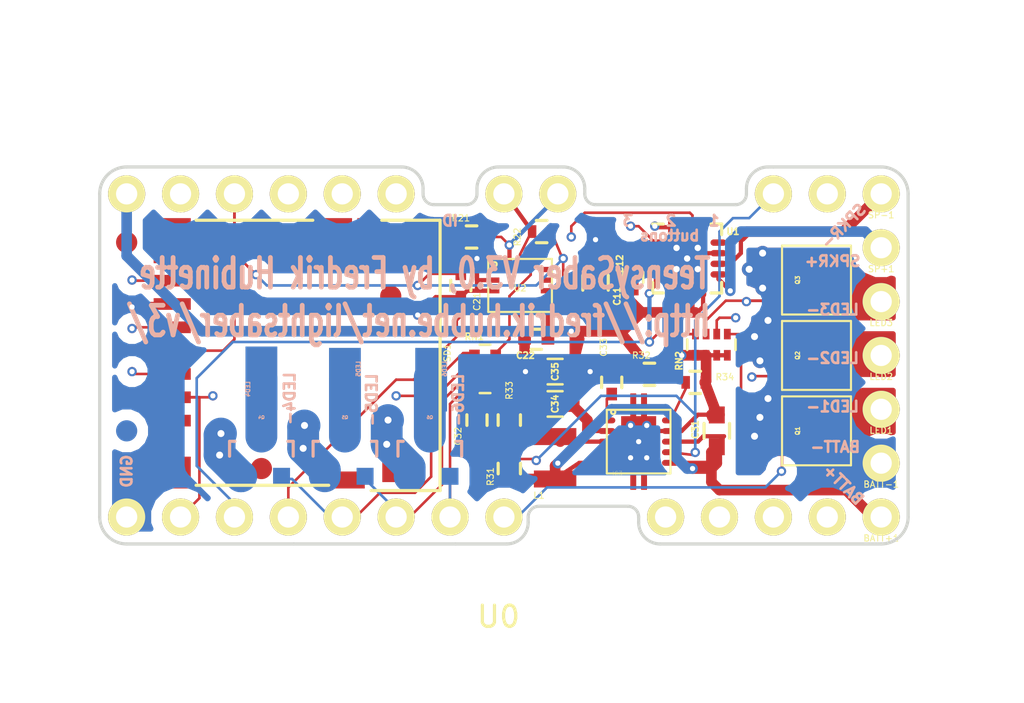
<source format=kicad_pcb>
(kicad_pcb (version 4) (host pcbnew 4.0.7-e1-6374~58~ubuntu16.04.1)

  (general
    (links 134)
    (no_connects 0)
    (area 116.764999 93.904999 155.015001 111.835001)
    (thickness 1.6)
    (drawings 53)
    (tracks 474)
    (zones 0)
    (modules 43)
    (nets 35)
  )

  (page A4)
  (layers
    (0 Top signal)
    (1 In1.Cu signal)
    (2 In2.Cu signal)
    (31 Bottom signal)
    (33 F.Adhes user)
    (35 F.Paste user)
    (36 B.SilkS user hide)
    (37 F.SilkS user)
    (38 B.Mask user)
    (39 F.Mask user)
    (40 Dwgs.User user)
    (41 Cmts.User user)
    (42 Eco1.User user)
    (43 Eco2.User user)
    (44 Edge.Cuts user)
    (45 Margin user)
    (47 F.CrtYd user)
    (49 F.Fab user hide)
  )

  (setup
    (last_trace_width 0.5)
    (user_trace_width 0.2)
    (user_trace_width 0.5)
    (user_trace_width 1)
    (user_trace_width 1.25)
    (user_trace_width 1.5)
    (trace_clearance 0.1225)
    (zone_clearance 0.508)
    (zone_45_only yes)
    (trace_min 0.1225)
    (segment_width 0.2)
    (edge_width 0.15)
    (via_size 0.441)
    (via_drill 0.245)
    (via_min_size 0.441)
    (via_min_drill 0.245)
    (user_via 0.6615 0.3185)
    (uvia_size 0.3)
    (uvia_drill 0.1)
    (uvias_allowed no)
    (uvia_min_size 0)
    (uvia_min_drill 0)
    (pcb_text_width 0.3)
    (pcb_text_size 0.5 0.5)
    (mod_edge_width 0.15)
    (mod_text_size 0.3 0.3)
    (mod_text_width 0.05)
    (pad_size 1.524 1.524)
    (pad_drill 0.762)
    (pad_to_mask_clearance 0.05)
    (pad_to_paste_clearance -0.025)
    (aux_axis_origin 0 0)
    (visible_elements FFFFFFFF)
    (pcbplotparams
      (layerselection 0x010f8_80000007)
      (usegerberextensions false)
      (excludeedgelayer true)
      (linewidth 0.100000)
      (plotframeref false)
      (viasonmask false)
      (mode 1)
      (useauxorigin false)
      (hpglpennumber 1)
      (hpglpenspeed 20)
      (hpglpendiameter 15)
      (hpglpenoverlay 2)
      (psnegative false)
      (psa4output false)
      (plotreference true)
      (plotvalue true)
      (plotinvisibletext false)
      (padsonsilk false)
      (subtractmaskfromsilk false)
      (outputformat 1)
      (mirror false)
      (drillshape 0)
      (scaleselection 1)
      (outputdirectory gerbers/))
  )

  (net 0 "")
  (net 1 "Net-(BATT+1-Pad1)")
  (net 2 "Net-(BATT-1-Pad1)")
  (net 3 GND)
  (net 4 3.3v)
  (net 5 vtest)
  (net 6 "Net-(C33-Pad1)")
  (net 7 5v)
  (net 8 "Net-(IC3-Pad10)")
  (net 9 "Net-(LED1-Pad1)")
  (net 10 "Net-(LED2-Pad1)")
  (net 11 "Net-(LED3-Pad1)")
  (net 12 "Net-(Q3-Pad2)")
  (net 13 amp_en)
  (net 14 SDA)
  (net 15 SCL)
  (net 16 sd_en)
  (net 17 miso)
  (net 18 sclk)
  (net 19 mosi)
  (net 20 "Net-(SP+1-Pad1)")
  (net 21 "Net-(SP-1-Pad1)")
  (net 22 INT)
  (net 23 "Net-(IC3-Pad3)")
  (net 24 "Net-(Q4-Pad2)")
  (net 25 "Net-(Q5-Pad2)")
  (net 26 "Net-(Q6-Pad2)")
  (net 27 "Net-(LED4-Pad1)")
  (net 28 "Net-(LED5-Pad1)")
  (net 29 "Net-(LED6-Pad1)")
  (net 30 CH1)
  (net 31 CH2)
  (net 32 I2S_BCLK)
  (net 33 I2S_DATA)
  (net 34 I2S_LRCLK)

  (net_class Default "This is the default net class."
    (clearance 0.1225)
    (trace_width 0.1225)
    (via_dia 0.441)
    (via_drill 0.245)
    (uvia_dia 0.3)
    (uvia_drill 0.1)
    (add_net 3.3v)
    (add_net CH1)
    (add_net CH2)
    (add_net I2S_BCLK)
    (add_net I2S_DATA)
    (add_net I2S_LRCLK)
    (add_net "Net-(C33-Pad1)")
    (add_net "Net-(IC3-Pad10)")
    (add_net "Net-(IC3-Pad3)")
    (add_net "Net-(Q4-Pad2)")
    (add_net "Net-(Q5-Pad2)")
    (add_net "Net-(Q6-Pad2)")
  )

  (net_class POWER ""
    (clearance 0.1225)
    (trace_width 1.5)
    (via_dia 0.6858)
    (via_drill 0.3302)
    (uvia_dia 0.3)
    (uvia_drill 0.1)
    (add_net "Net-(BATT-1-Pad1)")
    (add_net "Net-(LED1-Pad1)")
    (add_net "Net-(LED2-Pad1)")
    (add_net "Net-(LED3-Pad1)")
    (add_net "Net-(LED4-Pad1)")
    (add_net "Net-(LED5-Pad1)")
    (add_net "Net-(LED6-Pad1)")
  )

  (net_class medium ""
    (clearance 0.1225)
    (trace_width 0.5)
    (via_dia 0.441)
    (via_drill 0.245)
    (uvia_dia 0.3)
    (uvia_drill 0.1)
    (add_net 5v)
    (add_net GND)
    (add_net "Net-(BATT+1-Pad1)")
    (add_net "Net-(SP+1-Pad1)")
    (add_net "Net-(SP-1-Pad1)")
  )

  (net_class narrow ""
    (clearance 0.1225)
    (trace_width 0.1225)
    (via_dia 0.441)
    (via_drill 0.245)
    (uvia_dia 0.3)
    (uvia_drill 0.1)
    (add_net INT)
    (add_net "Net-(Q3-Pad2)")
    (add_net SCL)
    (add_net SDA)
    (add_net amp_en)
    (add_net miso)
    (add_net mosi)
    (add_net sclk)
    (add_net sd_en)
    (add_net vtest)
  )

  (module lightsaber_footprints:teensy32-2.5 (layer Top) (tedit 597C27D1) (tstamp 5979805B)
    (at 135.89 102.87)
    (path /57B0B829)
    (fp_text reference U0 (at -0.254 12.319) (layer F.SilkS)
      (effects (font (size 1 1) (thickness 0.15)))
    )
    (fp_text value Teensy_3.2 (at -0.635 -10.541) (layer F.Fab)
      (effects (font (size 1 1) (thickness 0.15)))
    )
    (pad 9 thru_hole circle (at 7.62 7.62) (size 1.75 1.75) (drill 1) (layers *.Cu *.Mask F.SilkS)
      (net 32 I2S_BCLK))
    (pad 10 thru_hole circle (at 10.16 7.62) (size 1.75 1.75) (drill 1) (layers *.Cu *.Mask F.SilkS)
      (net 31 CH2))
    (pad 6 thru_hole circle (at 0 7.62) (size 1.75 1.75) (drill 1) (layers *.Cu *.Mask F.SilkS)
      (net 30 CH1))
    (pad 5 thru_hole circle (at -2.54 7.62) (size 1.75 1.75) (drill 1) (layers *.Cu *.Mask F.SilkS)
      (net 26 "Net-(Q6-Pad2)"))
    (pad 4 thru_hole circle (at -5.08 7.62) (size 1.75 1.75) (drill 1) (layers *.Cu *.Mask F.SilkS)
      (net 25 "Net-(Q5-Pad2)"))
    (pad 3 thru_hole circle (at -7.62 7.62) (size 1.75 1.75) (drill 1) (layers *.Cu *.Mask F.SilkS)
      (net 24 "Net-(Q4-Pad2)"))
    (pad 0 thru_hole circle (at -15.24 7.62) (size 1.75 1.75) (drill 1) (layers *.Cu *.Mask F.SilkS)
      (net 16 sd_en))
    (pad 2 thru_hole circle (at -10.16 7.62) (size 1.75 1.75) (drill 1) (layers *.Cu *.Mask F.SilkS)
      (net 22 INT))
    (pad 1 thru_hole circle (at -12.7 7.62) (size 1.75 1.75) (drill 1) (layers *.Cu *.Mask F.SilkS)
      (net 13 amp_en))
    (pad 11 thru_hole circle (at 12.7 7.62) (size 1.75 1.75) (drill 1) (layers *.Cu *.Mask F.SilkS)
      (net 19 mosi))
    (pad 12 thru_hole circle (at 15.24 7.62) (size 1.75 1.75) (drill 1) (layers *.Cu *.Mask F.SilkS)
      (net 17 miso))
    (pad 13 thru_hole circle (at 15.24 -7.62) (size 1.75 1.75) (drill 1) (layers *.Cu *.Mask F.SilkS)
      (net 18 sclk))
    (pad 14 thru_hole circle (at 12.7 -7.62) (size 1.75 1.75) (drill 1) (layers *.Cu *.Mask F.SilkS)
      (net 5 vtest))
    (pad 18 thru_hole circle (at 2.54 -7.62) (size 1.75 1.75) (drill 1) (layers *.Cu *.Mask F.SilkS)
      (net 14 SDA))
    (pad 19 thru_hole circle (at 0 -7.62) (size 1.75 1.75) (drill 1) (layers *.Cu *.Mask F.SilkS)
      (net 15 SCL))
    (pad 21 thru_hole circle (at -5.08 -7.62) (size 1.75 1.75) (drill 1) (layers *.Cu *.Mask F.SilkS)
      (net 12 "Net-(Q3-Pad2)"))
    (pad 22 thru_hole circle (at -7.62 -7.62) (size 1.75 1.75) (drill 1) (layers *.Cu *.Mask F.SilkS)
      (net 33 I2S_DATA))
    (pad 23 thru_hole circle (at -10.16 -7.62) (size 1.75 1.75) (drill 1) (layers *.Cu *.Mask F.SilkS)
      (net 34 I2S_LRCLK))
    (pad 24 thru_hole circle (at -12.7 -7.62) (size 1.75 1.75) (drill 1) (layers *.Cu *.Mask F.SilkS)
      (net 4 3.3v))
    (pad 25 thru_hole circle (at -15.24 -7.62) (size 1.75 1.75) (drill 1) (layers *.Cu *.Mask F.SilkS))
    (pad 26 thru_hole circle (at -17.78 -7.62) (size 1.75 1.75) (drill 1) (layers *.Cu *.Mask F.SilkS)
      (net 7 5v))
    (pad 27 thru_hole circle (at -17.78 7.62) (size 1.75 1.75) (drill 1) (layers *.Cu *.Mask F.SilkS)
      (net 3 GND))
  )

  (module lightsaber_footprints:fiduciary (layer Top) (tedit 57F463E7) (tstamp 597AD8D6)
    (at 130.556 100.076)
    (fp_text reference "" (at 0 0.5) (layer F.SilkS) hide
      (effects (font (size 1 1) (thickness 0.15)))
    )
    (fp_text value "" (at 0 -0.5) (layer F.Fab) hide
      (effects (font (size 1 1) (thickness 0.15)))
    )
    (pad ~ smd circle (at 0 0) (size 1 1) (layers Top F.Mask)
      (solder_mask_margin 0.6) (clearance 0.5))
  )

  (module modules:DM3D-SF (layer Top) (tedit 57DDA3BF) (tstamp 57D8DDA1)
    (at 121.1326 102.743 270)
    (descr "Micro SD")
    (tags "Micro SD")
    (path /57D3B723)
    (solder_mask_margin 0.1)
    (solder_paste_margin -0.05)
    (fp_text reference SD1 (at 0 -12.0904 270) (layer F.SilkS)
      (effects (font (size 0.3 0.3) (thickness 0.05)))
    )
    (fp_text value microsd_socket (at 1.5 -7 270) (layer F.Fab) hide
      (effects (font (size 0.3 0.3) (thickness 0.05)))
    )
    (fp_line (start 6.25 -6.5) (end 6.25 -0.25) (layer F.SilkS) (width 0.15))
    (fp_line (start -6.25 -5.75) (end -6.25 -0.25) (layer F.SilkS) (width 0.15))
    (fp_line (start 6.5 -11.75) (end 6.5 -8.5) (layer F.SilkS) (width 0.15))
    (fp_line (start -6.25 -11.75) (end 6.5 -11.75) (layer F.SilkS) (width 0.15))
    (fp_line (start -6.25 -9) (end -6.25 -11.75) (layer F.SilkS) (width 0.15))
    (fp_arc (start 5 3.85) (end 5.5 3.85) (angle 90) (layer F.Fab) (width 0.15))
    (fp_arc (start -5 3.85) (end -5 4.35) (angle 90) (layer F.Fab) (width 0.15))
    (fp_line (start 5.5 3.85) (end 5.5 0.5) (layer F.Fab) (width 0.15))
    (fp_line (start -5 4.35) (end 5 4.35) (layer F.Fab) (width 0.15))
    (fp_line (start -5.5 0.5) (end -5.5 3.85) (layer F.Fab) (width 0.15))
    (fp_arc (start -4.75 -1.25) (end -5.25 -1.25) (angle 90) (layer F.Fab) (width 0.15))
    (fp_arc (start -5.5 -0.25) (end -5.25 -0.25) (angle 90) (layer F.Fab) (width 0.15))
    (fp_arc (start 4.75 -1.25) (end 4.75 -1.75) (angle 90) (layer F.Fab) (width 0.15))
    (fp_arc (start 5.5 -0.25) (end 5.5 0) (angle 90) (layer F.Fab) (width 0.15))
    (fp_line (start 5.5 0) (end 6 0) (layer F.Fab) (width 0.15))
    (fp_line (start 5.25 -0.25) (end 5.25 -1.25) (layer F.Fab) (width 0.15))
    (fp_line (start -5.25 -0.25) (end -5.25 -1.25) (layer F.Fab) (width 0.15))
    (fp_line (start -5.95 0) (end -5.5 0) (layer F.Fab) (width 0.15))
    (fp_line (start -4.75 -1.8) (end 4.75 -1.8) (layer F.Fab) (width 0.15))
    (fp_line (start -5.95 0) (end -5.95 -11.45) (layer F.Fab) (width 0.15))
    (fp_line (start 6 0) (end 6 -11.45) (layer F.Fab) (width 0.15))
    (fp_line (start -5.95 -11.45) (end 6 -11.45) (layer F.Fab) (width 0.15))
    (fp_line (start 0 -8.2) (end 0.5 -10.2) (layer F.Fab) (width 0.1))
    (fp_line (start 0.1 -8.2) (end 0 -8.2) (layer F.Fab) (width 0.1))
    (fp_line (start 0 -10.2) (end -0.5 -8.2) (layer F.Fab) (width 0.1))
    (fp_line (start -0.5 -10.2) (end 0 -10.2) (layer F.Fab) (width 0.1))
    (fp_line (start -1 -8.2) (end -0.5 -10.2) (layer F.Fab) (width 0.1))
    (fp_line (start -1.5 -8.2) (end -1 -8.2) (layer F.Fab) (width 0.1))
    (fp_line (start -1 -10.2) (end -1.5 -8.2) (layer F.Fab) (width 0.1))
    (fp_line (start -1.5 -10.2) (end -1 -10.2) (layer F.Fab) (width 0.1))
    (fp_line (start -1.9 -8.3) (end -1.5 -10.2) (layer F.Fab) (width 0.1))
    (fp_line (start 0.55 -8.2) (end 0.55 -10.2) (layer F.Fab) (width 0.1))
    (fp_line (start -1.95 -10.2) (end -1.95 -8.2) (layer F.Fab) (width 0.1))
    (fp_line (start -6.35 -10.2) (end 6.4 -10.2) (layer F.Fab) (width 0.05))
    (fp_line (start -4.7 -6) (end -4.4 -4) (layer F.Fab) (width 0.1))
    (fp_line (start -2.7 -6) (end -3.4 -4) (layer F.Fab) (width 0.1))
    (fp_line (start -3.2 -6) (end -2.7 -6) (layer F.Fab) (width 0.1))
    (fp_line (start -3.9 -4) (end -3.2 -6) (layer F.Fab) (width 0.1))
    (fp_line (start -4.4 -4) (end -3.9 -4) (layer F.Fab) (width 0.1))
    (fp_line (start -3.7 -6) (end -4.4 -4) (layer F.Fab) (width 0.1))
    (fp_line (start -4.2 -6) (end -3.7 -6) (layer F.Fab) (width 0.1))
    (fp_line (start -4.9 -4) (end -4.2 -6) (layer F.Fab) (width 0.1))
    (fp_line (start -4.9 -6) (end -4.9 -4) (layer F.Fab) (width 0.1))
    (fp_text user %R (at 0 3.25 270) (layer F.Fab) hide
      (effects (font (size 0.3 0.3) (thickness 0.05)))
    )
    (fp_line (start -6.5 4.5) (end -6.5 -11.75) (layer F.CrtYd) (width 0.05))
    (fp_line (start 6.75 4.5) (end -6.5 4.5) (layer F.CrtYd) (width 0.05))
    (fp_line (start 6.75 -11.75) (end 6.75 4.5) (layer F.CrtYd) (width 0.05))
    (fp_line (start -6.5 -11.75) (end 6.75 -11.75) (layer F.CrtYd) (width 0.05))
    (fp_line (start -4.9 -6) (end 3.2 -6) (layer F.Fab) (width 0.1))
    (fp_line (start 0.55 -8.2) (end -1.95 -8.2) (layer F.Fab) (width 0.1))
    (fp_line (start -4.9 -4) (end 3.2 -4) (layer F.Fab) (width 0.1))
    (fp_line (start -6.35 1.5) (end -6.35 -10.2) (layer F.Fab) (width 0.05))
    (fp_line (start -4.4 -4) (end -3.7 -6) (layer F.Fab) (width 0.1))
    (fp_line (start -3.9 -4) (end -3.2 -6) (layer F.Fab) (width 0.1))
    (fp_line (start -3.4 -4) (end -2.7 -6) (layer F.Fab) (width 0.1))
    (fp_line (start -2.9 -4) (end -2.2 -6) (layer F.Fab) (width 0.1))
    (fp_line (start -2.4 -4) (end -1.7 -6) (layer F.Fab) (width 0.1))
    (fp_line (start -1.9 -4) (end -1.2 -6) (layer F.Fab) (width 0.1))
    (fp_line (start -1.4 -4) (end -0.7 -6) (layer F.Fab) (width 0.1))
    (fp_line (start -0.9 -4) (end -0.2 -6) (layer F.Fab) (width 0.1))
    (fp_line (start -0.4 -4) (end 0.3 -6) (layer F.Fab) (width 0.1))
    (fp_line (start 0.1 -4) (end 0.8 -6) (layer F.Fab) (width 0.1))
    (fp_line (start 0.6 -4) (end 1.3 -6) (layer F.Fab) (width 0.1))
    (fp_line (start 1.1 -4) (end 1.8 -6) (layer F.Fab) (width 0.1))
    (fp_line (start 1.6 -4) (end 2.3 -6) (layer F.Fab) (width 0.1))
    (fp_line (start 2.1 -4) (end 2.8 -6) (layer F.Fab) (width 0.1))
    (fp_line (start 2.6 -4) (end 3.2 -5.7) (layer F.Fab) (width 0.1))
    (fp_line (start 3.1 -4) (end 3.2 -4.3) (layer F.Fab) (width 0.1))
    (fp_line (start 3.2 -4) (end 3.2 -6) (layer F.Fab) (width 0.1))
    (fp_line (start -4.2 -6) (end -3.9 -4) (layer F.Fab) (width 0.1))
    (fp_line (start -3.7 -6) (end -3.4 -4) (layer F.Fab) (width 0.1))
    (fp_line (start -3.2 -6) (end -2.9 -4) (layer F.Fab) (width 0.1))
    (fp_line (start -2.7 -6) (end -2.4 -4) (layer F.Fab) (width 0.1))
    (fp_line (start -2.2 -6) (end -1.9 -4) (layer F.Fab) (width 0.1))
    (fp_line (start -1.7 -6) (end -1.4 -4) (layer F.Fab) (width 0.1))
    (fp_line (start -1.2 -6) (end -0.9 -4) (layer F.Fab) (width 0.1))
    (fp_line (start -0.7 -6) (end -0.4 -4) (layer F.Fab) (width 0.1))
    (fp_line (start -0.2 -6) (end 0.1 -4) (layer F.Fab) (width 0.1))
    (fp_line (start 0.3 -6) (end 0.6 -4) (layer F.Fab) (width 0.1))
    (fp_line (start 0.8 -6) (end 1.1 -4) (layer F.Fab) (width 0.1))
    (fp_line (start 1.3 -6) (end 1.6 -4) (layer F.Fab) (width 0.1))
    (fp_line (start 1.8 -6) (end 2.1 -4) (layer F.Fab) (width 0.1))
    (fp_line (start 2.3 -6) (end 2.6 -4) (layer F.Fab) (width 0.1))
    (fp_line (start 2.8 -6) (end 3.1 -4) (layer F.Fab) (width 0.1))
    (fp_line (start 6.4 1.5) (end 6.4 -10.2) (layer F.Fab) (width 0.05))
    (fp_line (start 0.55 -10.2) (end -1.95 -10.2) (layer F.Fab) (width 0.1))
    (pad 8 smd rect (at -4.5 0.875 270) (size 0.55 1.75) (layers Top F.Paste F.Mask))
    (pad 9 smd rect (at -5.7 0.75 270) (size 1.3 1.5) (layers Top F.Paste F.Mask))
    (pad 10 smd rect (at -5.95 -6.85 270) (size 0.8 1.5) (layers Top F.Paste F.Mask))
    (pad B smd rect (at -5.625 -8.35 270) (size 1.45 1) (layers Top F.Paste F.Mask))
    (pad 11 smd rect (at 6 -7.5 270) (size 0.8 1.4) (layers Top F.Paste F.Mask))
    (pad 7 smd rect (at -3.4 0.875 270) (size 0.55 1.75) (layers Top F.Paste F.Mask)
      (net 17 miso))
    (pad 6 smd rect (at -2.3 0.875 270) (size 0.55 1.75) (layers Top F.Paste F.Mask)
      (net 3 GND))
    (pad 5 smd rect (at -1.2 0.875 270) (size 0.55 1.75) (layers Top F.Paste F.Mask)
      (net 18 sclk))
    (pad 4 smd rect (at -0.1 0.875 270) (size 0.55 1.75) (layers Top F.Paste F.Mask)
      (net 4 3.3v))
    (pad 3 smd rect (at 1 0.875 270) (size 0.55 1.75) (layers Top F.Paste F.Mask)
      (net 19 mosi))
    (pad 2 smd rect (at 2.1 0.875 270) (size 0.55 1.75) (layers Top F.Paste F.Mask)
      (net 16 sd_en))
    (pad 1 smd rect (at 3.2 0.875 270) (size 0.55 1.75) (layers Top F.Paste F.Mask))
    (pad 12 smd rect (at 5.65 0.75 270) (size 1.5 1.5) (layers Top F.Paste F.Mask))
    (pad A smd rect (at 5.6 -9.8 270) (size 1 1.55) (layers Top F.Paste F.Mask))
  )

  (module lightsaber_footprints:1pin (layer Top) (tedit 57DDA295) (tstamp 57D8DCBE)
    (at 153.67 110.49)
    (path /57D7A026)
    (fp_text reference BATT+1 (at 0 1) (layer F.SilkS)
      (effects (font (size 0.3 0.3) (thickness 0.05)))
    )
    (fp_text value CONN_01X01 (at 3.048 0.127) (layer F.Fab) hide
      (effects (font (size 0.3 0.3) (thickness 0.05)))
    )
    (pad 1 thru_hole circle (at 0 0) (size 1.75 1.75) (drill 1) (layers *.Cu *.Mask F.SilkS)
      (net 1 "Net-(BATT+1-Pad1)"))
  )

  (module lightsaber_footprints:1pin (layer Top) (tedit 57DDA298) (tstamp 57D8DCC3)
    (at 153.67 107.95)
    (path /57D7A302)
    (fp_text reference BATT-1 (at 0 1) (layer F.SilkS)
      (effects (font (size 0.3 0.3) (thickness 0.05)))
    )
    (fp_text value CONN_01X01 (at 3.048 0) (layer F.Fab) hide
      (effects (font (size 0.3 0.3) (thickness 0.05)))
    )
    (pad 1 thru_hole circle (at 0 0) (size 1.75 1.75) (drill 1) (layers *.Cu *.Mask F.SilkS)
      (net 2 "Net-(BATT-1-Pad1)"))
  )

  (module Capacitors_SMD:C_0402 (layer Top) (tedit 57DD92C6) (tstamp 57D8DD05)
    (at 134.62 105.918 90)
    (descr "Capacitor SMD 0402, reflow soldering, AVX (see smccp.pdf)")
    (tags "capacitor 0402")
    (path /57C7B4C1)
    (attr smd)
    (fp_text reference C32 (at -0.762 -0.889 90) (layer F.SilkS)
      (effects (font (size 0.3 0.3) (thickness 0.05)))
    )
    (fp_text value 0.1uF (at 0.635 -0.889 270) (layer F.Fab)
      (effects (font (size 0.3 0.3) (thickness 0.05)))
    )
    (fp_line (start -1.15 -0.6) (end 1.15 -0.6) (layer F.CrtYd) (width 0.05))
    (fp_line (start -1.15 0.6) (end 1.15 0.6) (layer F.CrtYd) (width 0.05))
    (fp_line (start -1.15 -0.6) (end -1.15 0.6) (layer F.CrtYd) (width 0.05))
    (fp_line (start 1.15 -0.6) (end 1.15 0.6) (layer F.CrtYd) (width 0.05))
    (fp_line (start 0.25 -0.475) (end -0.25 -0.475) (layer F.SilkS) (width 0.15))
    (fp_line (start -0.25 0.475) (end 0.25 0.475) (layer F.SilkS) (width 0.15))
    (pad 1 smd rect (at -0.55 0 90) (size 0.6 0.5) (layers Top F.Paste F.Mask)
      (net 5 vtest))
    (pad 2 smd rect (at 0.55 0 90) (size 0.6 0.5) (layers Top F.Paste F.Mask)
      (net 3 GND))
    (model Capacitors_SMD.3dshapes/C_0402.wrl
      (at (xyz 0 0 0))
      (scale (xyz 1 1 1))
      (rotate (xyz 0 0 0))
    )
  )

  (module Capacitors_SMD:C_0402 (layer Top) (tedit 57DD92FF) (tstamp 57D8DD0B)
    (at 140.97 104.14 90)
    (descr "Capacitor SMD 0402, reflow soldering, AVX (see smccp.pdf)")
    (tags "capacitor 0402")
    (path /57B144BC)
    (attr smd)
    (fp_text reference C33 (at 1.651 -0.381 90) (layer F.SilkS)
      (effects (font (size 0.3 0.3) (thickness 0.05)))
    )
    (fp_text value 0.1uF (at 1.778 0.127 90) (layer F.Fab)
      (effects (font (size 0.3 0.3) (thickness 0.05)))
    )
    (fp_line (start -1.15 -0.6) (end 1.15 -0.6) (layer F.CrtYd) (width 0.05))
    (fp_line (start -1.15 0.6) (end 1.15 0.6) (layer F.CrtYd) (width 0.05))
    (fp_line (start -1.15 -0.6) (end -1.15 0.6) (layer F.CrtYd) (width 0.05))
    (fp_line (start 1.15 -0.6) (end 1.15 0.6) (layer F.CrtYd) (width 0.05))
    (fp_line (start 0.25 -0.475) (end -0.25 -0.475) (layer F.SilkS) (width 0.15))
    (fp_line (start -0.25 0.475) (end 0.25 0.475) (layer F.SilkS) (width 0.15))
    (pad 1 smd rect (at -0.55 0 90) (size 0.6 0.5) (layers Top F.Paste F.Mask)
      (net 6 "Net-(C33-Pad1)"))
    (pad 2 smd rect (at 0.55 0 90) (size 0.6 0.5) (layers Top F.Paste F.Mask)
      (net 3 GND))
    (model Capacitors_SMD.3dshapes/C_0402.wrl
      (at (xyz 0 0 0))
      (scale (xyz 1 1 1))
      (rotate (xyz 0 0 0))
    )
  )

  (module lightsaber_footprints:2520 (layer Top) (tedit 597B58C6) (tstamp 57D8DD2F)
    (at 138.303 107.696 270)
    (path /57B148C0)
    (fp_text reference L1 (at 1.778 0.762 360) (layer F.SilkS)
      (effects (font (size 0.3 0.3) (thickness 0.05)))
    )
    (fp_text value "4.7 uH 1.2A" (at 1.778 -1.016 360) (layer F.Fab)
      (effects (font (size 0.3 0.3) (thickness 0.05)))
    )
    (pad 1 smd rect (at -1 0 270) (size 0.8 2) (layers Top F.Paste F.Mask)
      (net 23 "Net-(IC3-Pad3)"))
    (pad 2 smd rect (at 1 0 270) (size 0.8 2) (layers Top F.Paste F.Mask)
      (net 1 "Net-(BATT+1-Pad1)"))
  )

  (module lightsaber_footprints:1pin (layer Top) (tedit 57DDA2A8) (tstamp 57D8DD34)
    (at 153.67 105.41)
    (path /57D77834)
    (fp_text reference LED1 (at 0 1) (layer F.SilkS)
      (effects (font (size 0.3 0.3) (thickness 0.05)))
    )
    (fp_text value CONN_01X01 (at 3.175 0) (layer F.Fab) hide
      (effects (font (size 0.3 0.3) (thickness 0.05)))
    )
    (pad 1 thru_hole circle (at 0 0) (size 1.75 1.75) (drill 1) (layers *.Cu *.Mask F.SilkS)
      (net 9 "Net-(LED1-Pad1)"))
  )

  (module lightsaber_footprints:1pin (layer Top) (tedit 57DDA2A3) (tstamp 57D8DD39)
    (at 153.67 102.87)
    (path /57D77D79)
    (fp_text reference LED2 (at 0 1) (layer F.SilkS)
      (effects (font (size 0.3 0.3) (thickness 0.05)))
    )
    (fp_text value CONN_01X01 (at 3.175 0) (layer F.Fab) hide
      (effects (font (size 0.3 0.3) (thickness 0.05)))
    )
    (pad 1 thru_hole circle (at 0 0) (size 1.75 1.75) (drill 1) (layers *.Cu *.Mask F.SilkS)
      (net 10 "Net-(LED2-Pad1)"))
  )

  (module lightsaber_footprints:1pin (layer Top) (tedit 57DDA29B) (tstamp 57D8DD3E)
    (at 153.67 100.33)
    (path /57D77E20)
    (fp_text reference LED3 (at 0 1) (layer F.SilkS)
      (effects (font (size 0.3 0.3) (thickness 0.05)))
    )
    (fp_text value CONN_01X01 (at 3.175 0) (layer F.Fab) hide
      (effects (font (size 0.3 0.3) (thickness 0.05)))
    )
    (pad 1 thru_hole circle (at 0 0) (size 1.75 1.75) (drill 1) (layers *.Cu *.Mask F.SilkS)
      (net 11 "Net-(LED3-Pad1)"))
  )

  (module Resistors_SMD:R_0402 (layer Top) (tedit 57DD9291) (tstamp 57D8DD77)
    (at 136.144 108.204 90)
    (descr "Resistor SMD 0402, reflow soldering, Vishay (see dcrcw.pdf)")
    (tags "resistor 0402")
    (path /57B11283)
    (attr smd)
    (fp_text reference R31 (at -0.381 -0.889 90) (layer F.SilkS)
      (effects (font (size 0.3 0.3) (thickness 0.05)))
    )
    (fp_text value 2M (at 0.508 -0.889 90) (layer F.Fab)
      (effects (font (size 0.3 0.3) (thickness 0.05)))
    )
    (fp_line (start -0.95 -0.65) (end 0.95 -0.65) (layer F.CrtYd) (width 0.05))
    (fp_line (start -0.95 0.65) (end 0.95 0.65) (layer F.CrtYd) (width 0.05))
    (fp_line (start -0.95 -0.65) (end -0.95 0.65) (layer F.CrtYd) (width 0.05))
    (fp_line (start 0.95 -0.65) (end 0.95 0.65) (layer F.CrtYd) (width 0.05))
    (fp_line (start 0.25 -0.525) (end -0.25 -0.525) (layer F.SilkS) (width 0.15))
    (fp_line (start -0.25 0.525) (end 0.25 0.525) (layer F.SilkS) (width 0.15))
    (pad 1 smd rect (at -0.45 0 90) (size 0.4 0.6) (layers Top F.Paste F.Mask)
      (net 1 "Net-(BATT+1-Pad1)"))
    (pad 2 smd rect (at 0.45 0 90) (size 0.4 0.6) (layers Top F.Paste F.Mask)
      (net 5 vtest))
    (model Resistors_SMD.3dshapes/R_0402.wrl
      (at (xyz 0 0 0))
      (scale (xyz 1 1 1))
      (rotate (xyz 0 0 0))
    )
  )

  (module Resistors_SMD:R_0402 (layer Top) (tedit 57DD931C) (tstamp 57D8DD7D)
    (at 142.748 103.759)
    (descr "Resistor SMD 0402, reflow soldering, Vishay (see dcrcw.pdf)")
    (tags "resistor 0402")
    (path /57B14AF7)
    (attr smd)
    (fp_text reference R32 (at -0.381 -0.889) (layer F.SilkS)
      (effects (font (size 0.3 0.3) (thickness 0.05)))
    )
    (fp_text value 2M (at 0.635 -0.889) (layer F.Fab)
      (effects (font (size 0.3 0.3) (thickness 0.05)))
    )
    (fp_line (start -0.95 -0.65) (end 0.95 -0.65) (layer F.CrtYd) (width 0.05))
    (fp_line (start -0.95 0.65) (end 0.95 0.65) (layer F.CrtYd) (width 0.05))
    (fp_line (start -0.95 -0.65) (end -0.95 0.65) (layer F.CrtYd) (width 0.05))
    (fp_line (start 0.95 -0.65) (end 0.95 0.65) (layer F.CrtYd) (width 0.05))
    (fp_line (start 0.25 -0.525) (end -0.25 -0.525) (layer F.SilkS) (width 0.15))
    (fp_line (start -0.25 0.525) (end 0.25 0.525) (layer F.SilkS) (width 0.15))
    (pad 1 smd rect (at -0.45 0) (size 0.4 0.6) (layers Top F.Paste F.Mask)
      (net 7 5v))
    (pad 2 smd rect (at 0.45 0) (size 0.4 0.6) (layers Top F.Paste F.Mask)
      (net 8 "Net-(IC3-Pad10)"))
    (model Resistors_SMD.3dshapes/R_0402.wrl
      (at (xyz 0 0 0))
      (scale (xyz 1 1 1))
      (rotate (xyz 0 0 0))
    )
  )

  (module Resistors_SMD:R_0402 (layer Top) (tedit 57DD92B3) (tstamp 57D8DD83)
    (at 136.144 105.918 90)
    (descr "Resistor SMD 0402, reflow soldering, Vishay (see dcrcw.pdf)")
    (tags "resistor 0402")
    (path /57B117CD)
    (attr smd)
    (fp_text reference R33 (at 1.397 0 90) (layer F.SilkS)
      (effects (font (size 0.3 0.3) (thickness 0.05)))
    )
    (fp_text value 220k (at 1.524 0.508 270) (layer F.Fab)
      (effects (font (size 0.3 0.3) (thickness 0.05)))
    )
    (fp_line (start -0.95 -0.65) (end 0.95 -0.65) (layer F.CrtYd) (width 0.05))
    (fp_line (start -0.95 0.65) (end 0.95 0.65) (layer F.CrtYd) (width 0.05))
    (fp_line (start -0.95 -0.65) (end -0.95 0.65) (layer F.CrtYd) (width 0.05))
    (fp_line (start 0.95 -0.65) (end 0.95 0.65) (layer F.CrtYd) (width 0.05))
    (fp_line (start 0.25 -0.525) (end -0.25 -0.525) (layer F.SilkS) (width 0.15))
    (fp_line (start -0.25 0.525) (end 0.25 0.525) (layer F.SilkS) (width 0.15))
    (pad 1 smd rect (at -0.45 0 90) (size 0.4 0.6) (layers Top F.Paste F.Mask)
      (net 5 vtest))
    (pad 2 smd rect (at 0.45 0 90) (size 0.4 0.6) (layers Top F.Paste F.Mask)
      (net 3 GND))
    (model Resistors_SMD.3dshapes/R_0402.wrl
      (at (xyz 0 0 0))
      (scale (xyz 1 1 1))
      (rotate (xyz 0 0 0))
    )
  )

  (module Resistors_SMD:R_0402 (layer Top) (tedit 57FACC0E) (tstamp 57D8DD89)
    (at 144.907 104.14)
    (descr "Resistor SMD 0402, reflow soldering, Vishay (see dcrcw.pdf)")
    (tags "resistor 0402")
    (path /57B14B82)
    (attr smd)
    (fp_text reference R34 (at 1.397 -0.254) (layer F.SilkS)
      (effects (font (size 0.3 0.3) (thickness 0.05)))
    )
    (fp_text value 220k (at 1.524 0.254) (layer F.Fab)
      (effects (font (size 0.3 0.3) (thickness 0.05)))
    )
    (fp_line (start -0.95 -0.65) (end 0.95 -0.65) (layer F.CrtYd) (width 0.05))
    (fp_line (start -0.95 0.65) (end 0.95 0.65) (layer F.CrtYd) (width 0.05))
    (fp_line (start -0.95 -0.65) (end -0.95 0.65) (layer F.CrtYd) (width 0.05))
    (fp_line (start 0.95 -0.65) (end 0.95 0.65) (layer F.CrtYd) (width 0.05))
    (fp_line (start 0.25 -0.525) (end -0.25 -0.525) (layer F.SilkS) (width 0.15))
    (fp_line (start -0.25 0.525) (end 0.25 0.525) (layer F.SilkS) (width 0.15))
    (pad 1 smd rect (at -0.45 0) (size 0.4 0.6) (layers Top F.Paste F.Mask)
      (net 8 "Net-(IC3-Pad10)"))
    (pad 2 smd rect (at 0.45 0) (size 0.4 0.6) (layers Top F.Paste F.Mask)
      (net 3 GND))
    (model Resistors_SMD.3dshapes/R_0402.wrl
      (at (xyz 0 0 0))
      (scale (xyz 1 1 1))
      (rotate (xyz 0 0 0))
    )
  )

  (module lightsaber_footprints:1pin (layer Top) (tedit 57DDA363) (tstamp 57D8DDA6)
    (at 153.67 97.79)
    (path /57D7C003)
    (fp_text reference SP+1 (at 0 1) (layer F.SilkS)
      (effects (font (size 0.3 0.3) (thickness 0.05)))
    )
    (fp_text value CONN_01X01 (at 0 -1) (layer F.Fab) hide
      (effects (font (size 0.3 0.3) (thickness 0.05)))
    )
    (pad 1 thru_hole circle (at 0 0) (size 1.75 1.75) (drill 1) (layers *.Cu *.Mask F.SilkS)
      (net 20 "Net-(SP+1-Pad1)"))
  )

  (module lightsaber_footprints:1pin (layer Top) (tedit 57DDA2D3) (tstamp 57D8DDAB)
    (at 153.67 95.25)
    (path /57D7C0A4)
    (fp_text reference SP-1 (at 0 1) (layer F.SilkS)
      (effects (font (size 0.3 0.3) (thickness 0.05)))
    )
    (fp_text value CONN_01X01 (at 0 -1) (layer F.Fab) hide
      (effects (font (size 0.3 0.3) (thickness 0.05)))
    )
    (pad 1 thru_hole circle (at 0 0) (size 1.75 1.75) (drill 1) (layers *.Cu *.Mask F.SilkS)
      (net 21 "Net-(SP-1-Pad1)"))
  )

  (module Capacitors_SMD:C_0402 (layer Top) (tedit 57DDA08C) (tstamp 57DBA6DC)
    (at 133.858 99.568 270)
    (descr "Capacitor SMD 0402, reflow soldering, AVX (see smccp.pdf)")
    (tags "capacitor 0402")
    (path /57DBB402)
    (attr smd)
    (fp_text reference C21 (at 0.762 -0.762 270) (layer F.SilkS)
      (effects (font (size 0.3 0.3) (thickness 0.05)))
    )
    (fp_text value 0.1uF (at -0.381 -0.762 270) (layer F.Fab)
      (effects (font (size 0.3 0.3) (thickness 0.05)))
    )
    (fp_line (start -1.15 -0.6) (end 1.15 -0.6) (layer F.CrtYd) (width 0.05))
    (fp_line (start -1.15 0.6) (end 1.15 0.6) (layer F.CrtYd) (width 0.05))
    (fp_line (start -1.15 -0.6) (end -1.15 0.6) (layer F.CrtYd) (width 0.05))
    (fp_line (start 1.15 -0.6) (end 1.15 0.6) (layer F.CrtYd) (width 0.05))
    (fp_line (start 0.25 -0.475) (end -0.25 -0.475) (layer F.SilkS) (width 0.15))
    (fp_line (start -0.25 0.475) (end 0.25 0.475) (layer F.SilkS) (width 0.15))
    (pad 1 smd rect (at -0.55 0 270) (size 0.6 0.5) (layers Top F.Paste F.Mask)
      (net 4 3.3v))
    (pad 2 smd rect (at 0.55 0 270) (size 0.6 0.5) (layers Top F.Paste F.Mask)
      (net 3 GND))
    (model Capacitors_SMD.3dshapes/C_0402.wrl
      (at (xyz 0 0 0))
      (scale (xyz 1 1 1))
      (rotate (xyz 0 0 0))
    )
  )

  (module Resistors_SMD:R_0402 (layer Top) (tedit 57DDA075) (tstamp 57DBA6E2)
    (at 134.366 97.282)
    (descr "Resistor SMD 0402, reflow soldering, Vishay (see dcrcw.pdf)")
    (tags "resistor 0402")
    (path /57DBD409)
    (attr smd)
    (fp_text reference R21 (at -0.508 -0.889) (layer F.SilkS)
      (effects (font (size 0.3 0.3) (thickness 0.05)))
    )
    (fp_text value 2.2k (at 0.635 -0.889) (layer F.Fab)
      (effects (font (size 0.3 0.3) (thickness 0.05)))
    )
    (fp_line (start -0.95 -0.65) (end 0.95 -0.65) (layer F.CrtYd) (width 0.05))
    (fp_line (start -0.95 0.65) (end 0.95 0.65) (layer F.CrtYd) (width 0.05))
    (fp_line (start -0.95 -0.65) (end -0.95 0.65) (layer F.CrtYd) (width 0.05))
    (fp_line (start 0.95 -0.65) (end 0.95 0.65) (layer F.CrtYd) (width 0.05))
    (fp_line (start 0.25 -0.525) (end -0.25 -0.525) (layer F.SilkS) (width 0.15))
    (fp_line (start -0.25 0.525) (end 0.25 0.525) (layer F.SilkS) (width 0.15))
    (pad 1 smd rect (at -0.45 0) (size 0.4 0.6) (layers Top F.Paste F.Mask)
      (net 4 3.3v))
    (pad 2 smd rect (at 0.45 0) (size 0.4 0.6) (layers Top F.Paste F.Mask)
      (net 14 SDA))
    (model Resistors_SMD.3dshapes/R_0402.wrl
      (at (xyz 0 0 0))
      (scale (xyz 1 1 1))
      (rotate (xyz 0 0 0))
    )
  )

  (module Resistors_SMD:R_0402 (layer Top) (tedit 57DDA03D) (tstamp 57DBA6E8)
    (at 137.668 97.028 180)
    (descr "Resistor SMD 0402, reflow soldering, Vishay (see dcrcw.pdf)")
    (tags "resistor 0402")
    (path /57DBD546)
    (attr smd)
    (fp_text reference R22 (at 1.143 -0.254 270) (layer F.SilkS)
      (effects (font (size 0.3 0.3) (thickness 0.05)))
    )
    (fp_text value 2.2k (at 1.143 0.889 270) (layer F.Fab)
      (effects (font (size 0.3 0.3) (thickness 0.05)))
    )
    (fp_line (start -0.95 -0.65) (end 0.95 -0.65) (layer F.CrtYd) (width 0.05))
    (fp_line (start -0.95 0.65) (end 0.95 0.65) (layer F.CrtYd) (width 0.05))
    (fp_line (start -0.95 -0.65) (end -0.95 0.65) (layer F.CrtYd) (width 0.05))
    (fp_line (start 0.95 -0.65) (end 0.95 0.65) (layer F.CrtYd) (width 0.05))
    (fp_line (start 0.25 -0.525) (end -0.25 -0.525) (layer F.SilkS) (width 0.15))
    (fp_line (start -0.25 0.525) (end 0.25 0.525) (layer F.SilkS) (width 0.15))
    (pad 1 smd rect (at -0.45 0 180) (size 0.4 0.6) (layers Top F.Paste F.Mask)
      (net 4 3.3v))
    (pad 2 smd rect (at 0.45 0 180) (size 0.4 0.6) (layers Top F.Paste F.Mask)
      (net 15 SCL))
    (model Resistors_SMD.3dshapes/R_0402.wrl
      (at (xyz 0 0 0))
      (scale (xyz 1 1 1))
      (rotate (xyz 0 0 0))
    )
  )

  (module lightsaber_footprints:LGA-14L (layer Top) (tedit 57DDA060) (tstamp 57DBA6FF)
    (at 136.652 99.568)
    (path /57DBA814)
    (fp_text reference U2 (at 0 0.127) (layer F.SilkS)
      (effects (font (size 0.3 0.3) (thickness 0.05)))
    )
    (fp_text value LSM6DS3H (at 1.905 0.254 270) (layer F.Fab)
      (effects (font (size 0.3 0.3) (thickness 0.05)))
    )
    (fp_circle (center -1.2 -1) (end -1.1 -1) (layer F.SilkS) (width 0.1))
    (fp_line (start -1.5 -1.25) (end -1.5 1.25) (layer F.SilkS) (width 0.1))
    (fp_line (start -1.5 1.25) (end 1.5 1.25) (layer F.SilkS) (width 0.1))
    (fp_line (start 1.5 1.25) (end 1.5 -1.25) (layer F.SilkS) (width 0.1))
    (fp_line (start 1.5 -1.25) (end -1.5 -1.25) (layer F.SilkS) (width 0.1))
    (pad 1 smd rect (at -1.25 -0.75) (size 0.55 0.25) (layers Top F.Paste F.Mask)
      (net 3 GND))
    (pad 2 smd rect (at -1.25 -0.25) (size 0.55 0.25) (layers Top F.Paste F.Mask)
      (net 3 GND))
    (pad 3 smd rect (at -1.25 0.25) (size 0.55 0.25) (layers Top F.Paste F.Mask)
      (net 3 GND))
    (pad 4 smd rect (at -1.25 0.75) (size 0.55 0.25) (layers Top F.Paste F.Mask)
      (net 22 INT))
    (pad 5 smd rect (at -0.5 1) (size 0.25 0.55) (layers Top F.Paste F.Mask)
      (net 4 3.3v))
    (pad 6 smd rect (at 0 1) (size 0.25 0.55) (layers Top F.Paste F.Mask)
      (net 3 GND))
    (pad 7 smd rect (at 0.5 1) (size 0.25 0.55) (layers Top F.Paste F.Mask)
      (net 3 GND))
    (pad 8 smd rect (at 1.25 0.75) (size 0.55 0.25) (layers Top F.Paste F.Mask)
      (net 4 3.3v))
    (pad 9 smd rect (at 1.25 0.25) (size 0.55 0.25) (layers Top F.Paste F.Mask))
    (pad 10 smd rect (at 1.25 -0.25) (size 0.55 0.25) (layers Top F.Paste F.Mask))
    (pad 11 smd rect (at 1.25 -0.75) (size 0.55 0.25) (layers Top F.Paste F.Mask))
    (pad 12 smd rect (at 0.5 -1) (size 0.25 0.55) (layers Top F.Paste F.Mask)
      (net 4 3.3v))
    (pad 13 smd rect (at 0 -1) (size 0.25 0.55) (layers Top F.Paste F.Mask)
      (net 15 SCL))
    (pad 14 smd rect (at -0.5 -1) (size 0.25 0.55) (layers Top F.Paste F.Mask)
      (net 14 SDA))
  )

  (module Capacitors_SMD:C_0603 (layer Top) (tedit 57FACC07) (tstamp 57F339F2)
    (at 145.923 106.426 90)
    (descr "Capacitor SMD 0603, reflow soldering, AVX (see smccp.pdf)")
    (tags "capacitor 0603")
    (path /57B11B43)
    (attr smd)
    (fp_text reference C31 (at 0.0635 -1.016 90) (layer F.SilkS)
      (effects (font (size 0.3 0.3) (thickness 0.075)))
    )
    (fp_text value 10uF (at 0 1.016 90) (layer F.Fab)
      (effects (font (size 0.3 0.3) (thickness 0.075)))
    )
    (fp_line (start -0.8 0.4) (end -0.8 -0.4) (layer F.Fab) (width 0.15))
    (fp_line (start 0.8 0.4) (end -0.8 0.4) (layer F.Fab) (width 0.15))
    (fp_line (start 0.8 -0.4) (end 0.8 0.4) (layer F.Fab) (width 0.15))
    (fp_line (start -0.8 -0.4) (end 0.8 -0.4) (layer F.Fab) (width 0.15))
    (fp_line (start -1.45 -0.75) (end 1.45 -0.75) (layer F.CrtYd) (width 0.05))
    (fp_line (start -1.45 0.75) (end 1.45 0.75) (layer F.CrtYd) (width 0.05))
    (fp_line (start -1.45 -0.75) (end -1.45 0.75) (layer F.CrtYd) (width 0.05))
    (fp_line (start 1.45 -0.75) (end 1.45 0.75) (layer F.CrtYd) (width 0.05))
    (fp_line (start -0.35 -0.6) (end 0.35 -0.6) (layer F.SilkS) (width 0.15))
    (fp_line (start 0.35 0.6) (end -0.35 0.6) (layer F.SilkS) (width 0.15))
    (pad 1 smd rect (at -0.75 0 90) (size 0.8 0.75) (layers Top F.Paste F.Mask)
      (net 1 "Net-(BATT+1-Pad1)"))
    (pad 2 smd rect (at 0.75 0 90) (size 0.8 0.75) (layers Top F.Paste F.Mask)
      (net 3 GND))
    (model Capacitors_SMD.3dshapes/C_0603.wrl
      (at (xyz 0 0 0))
      (scale (xyz 1 1 1))
      (rotate (xyz 0 0 0))
    )
  )

  (module lightsaber_footprints:PAD (layer Bottom) (tedit 57F330B7) (tstamp 57F33A00)
    (at 124.46 103.9495 180)
    (path /57F3E4D4)
    (fp_text reference LED4 (at 0.635 -0.508 450) (layer B.SilkS)
      (effects (font (size 0.2 0.2) (thickness 0.05)) (justify mirror))
    )
    (fp_text value Pad (at 0 0.5 180) (layer B.Fab) hide
      (effects (font (size 0.2 0.2) (thickness 0.05)) (justify mirror))
    )
    (pad 1 connect rect (at 0 0 180) (size 1.5 3) (layers Bottom B.Mask)
      (net 27 "Net-(LED4-Pad1)"))
  )

  (module lightsaber_footprints:PAD (layer Bottom) (tedit 57F330B7) (tstamp 57F33A05)
    (at 128.397 104.013)
    (path /57F3E53F)
    (fp_text reference LED5 (at 0.635 -0.508 270) (layer B.SilkS)
      (effects (font (size 0.2 0.2) (thickness 0.05)) (justify mirror))
    )
    (fp_text value Pad (at 0 0.5) (layer B.Fab) hide
      (effects (font (size 0.2 0.2) (thickness 0.05)) (justify mirror))
    )
    (pad 1 connect rect (at 0 0) (size 1.5 3) (layers Bottom B.Mask)
      (net 28 "Net-(LED5-Pad1)"))
  )

  (module lightsaber_footprints:PAD (layer Bottom) (tedit 57F330B7) (tstamp 57F33A0A)
    (at 132.461 104.013)
    (path /57F3E5AE)
    (fp_text reference LED6 (at 0.635 -0.508 270) (layer B.SilkS)
      (effects (font (size 0.2 0.2) (thickness 0.05)) (justify mirror))
    )
    (fp_text value Pad (at 0 0.5) (layer B.Fab) hide
      (effects (font (size 0.2 0.2) (thickness 0.05)) (justify mirror))
    )
    (pad 1 connect rect (at 0 0) (size 1.5 3) (layers Bottom B.Mask)
      (net 29 "Net-(LED6-Pad1)"))
  )

  (module lightsaber_footprints:SOT-23F (layer Bottom) (tedit 57F339F1) (tstamp 57F341F5)
    (at 124.46 107.569 180)
    (descr "SOT-23, Standard")
    (tags SOT-23)
    (path /57F39E69)
    (attr smd)
    (fp_text reference Q4 (at 0 1.778 180) (layer B.SilkS)
      (effects (font (size 0.15 0.15) (thickness 0.0375)) (justify mirror))
    )
    (fp_text value Q_NMOS_DGS (at 0 -1.778 180) (layer B.Fab)
      (effects (font (size 0.15 0.15) (thickness 0.0375)) (justify mirror))
    )
    (fp_line (start -1.65 1.6) (end 1.65 1.6) (layer B.CrtYd) (width 0.05))
    (fp_line (start 1.65 1.6) (end 1.65 -1.6) (layer B.CrtYd) (width 0.05))
    (fp_line (start 1.65 -1.6) (end -1.65 -1.6) (layer B.CrtYd) (width 0.05))
    (fp_line (start -1.65 -1.6) (end -1.65 1.6) (layer B.CrtYd) (width 0.05))
    (fp_line (start 1.29916 0.65024) (end 1.2509 0.65024) (layer B.SilkS) (width 0.15))
    (fp_line (start -1.49982 -0.0508) (end -1.49982 0.65024) (layer B.SilkS) (width 0.15))
    (fp_line (start -1.49982 0.65024) (end -1.2509 0.65024) (layer B.SilkS) (width 0.15))
    (fp_line (start 1.29916 0.65024) (end 1.49982 0.65024) (layer B.SilkS) (width 0.15))
    (fp_line (start 1.49982 0.65024) (end 1.49982 -0.0508) (layer B.SilkS) (width 0.15))
    (pad 2 smd rect (at -0.95 -1.00076 180) (size 0.8001 0.8001) (layers Bottom B.Mask)
      (net 24 "Net-(Q4-Pad2)"))
    (pad 3 smd rect (at 0.95 -1.00076 180) (size 0.8001 0.8001) (layers Bottom B.Mask)
      (net 2 "Net-(BATT-1-Pad1)"))
    (pad 1 smd rect (at 0 0.99822 180) (size 0.8001 0.8001) (layers Bottom B.Mask)
      (net 27 "Net-(LED4-Pad1)"))
    (model TO_SOT_Packages_SMD.3dshapes/SOT-23.wrl
      (at (xyz 0 0 0))
      (scale (xyz 1 1 1))
      (rotate (xyz 0 0 0))
    )
  )

  (module lightsaber_footprints:SOT-23F (layer Bottom) (tedit 57F339F1) (tstamp 57F341FB)
    (at 128.397 107.569 180)
    (descr "SOT-23, Standard")
    (tags SOT-23)
    (path /57F39E75)
    (attr smd)
    (fp_text reference Q5 (at 0 1.778 180) (layer B.SilkS)
      (effects (font (size 0.15 0.15) (thickness 0.0375)) (justify mirror))
    )
    (fp_text value Q_NMOS_DGS (at 0 -1.778 180) (layer B.Fab)
      (effects (font (size 0.15 0.15) (thickness 0.0375)) (justify mirror))
    )
    (fp_line (start -1.65 1.6) (end 1.65 1.6) (layer B.CrtYd) (width 0.05))
    (fp_line (start 1.65 1.6) (end 1.65 -1.6) (layer B.CrtYd) (width 0.05))
    (fp_line (start 1.65 -1.6) (end -1.65 -1.6) (layer B.CrtYd) (width 0.05))
    (fp_line (start -1.65 -1.6) (end -1.65 1.6) (layer B.CrtYd) (width 0.05))
    (fp_line (start 1.29916 0.65024) (end 1.2509 0.65024) (layer B.SilkS) (width 0.15))
    (fp_line (start -1.49982 -0.0508) (end -1.49982 0.65024) (layer B.SilkS) (width 0.15))
    (fp_line (start -1.49982 0.65024) (end -1.2509 0.65024) (layer B.SilkS) (width 0.15))
    (fp_line (start 1.29916 0.65024) (end 1.49982 0.65024) (layer B.SilkS) (width 0.15))
    (fp_line (start 1.49982 0.65024) (end 1.49982 -0.0508) (layer B.SilkS) (width 0.15))
    (pad 2 smd rect (at -0.95 -1.00076 180) (size 0.8001 0.8001) (layers Bottom B.Mask)
      (net 25 "Net-(Q5-Pad2)"))
    (pad 3 smd rect (at 0.95 -1.00076 180) (size 0.8001 0.8001) (layers Bottom B.Mask)
      (net 2 "Net-(BATT-1-Pad1)"))
    (pad 1 smd rect (at 0 0.99822 180) (size 0.8001 0.8001) (layers Bottom B.Mask)
      (net 28 "Net-(LED5-Pad1)"))
    (model TO_SOT_Packages_SMD.3dshapes/SOT-23.wrl
      (at (xyz 0 0 0))
      (scale (xyz 1 1 1))
      (rotate (xyz 0 0 0))
    )
  )

  (module lightsaber_footprints:SOT-23F (layer Bottom) (tedit 57F339F1) (tstamp 57F34201)
    (at 132.3975 107.569 180)
    (descr "SOT-23, Standard")
    (tags SOT-23)
    (path /57F39E6F)
    (attr smd)
    (fp_text reference Q6 (at 0 1.778 180) (layer B.SilkS)
      (effects (font (size 0.15 0.15) (thickness 0.0375)) (justify mirror))
    )
    (fp_text value Q_NMOS_DGS (at 0 -1.778 180) (layer B.Fab)
      (effects (font (size 0.15 0.15) (thickness 0.0375)) (justify mirror))
    )
    (fp_line (start -1.65 1.6) (end 1.65 1.6) (layer B.CrtYd) (width 0.05))
    (fp_line (start 1.65 1.6) (end 1.65 -1.6) (layer B.CrtYd) (width 0.05))
    (fp_line (start 1.65 -1.6) (end -1.65 -1.6) (layer B.CrtYd) (width 0.05))
    (fp_line (start -1.65 -1.6) (end -1.65 1.6) (layer B.CrtYd) (width 0.05))
    (fp_line (start 1.29916 0.65024) (end 1.2509 0.65024) (layer B.SilkS) (width 0.15))
    (fp_line (start -1.49982 -0.0508) (end -1.49982 0.65024) (layer B.SilkS) (width 0.15))
    (fp_line (start -1.49982 0.65024) (end -1.2509 0.65024) (layer B.SilkS) (width 0.15))
    (fp_line (start 1.29916 0.65024) (end 1.49982 0.65024) (layer B.SilkS) (width 0.15))
    (fp_line (start 1.49982 0.65024) (end 1.49982 -0.0508) (layer B.SilkS) (width 0.15))
    (pad 2 smd rect (at -0.95 -1.00076 180) (size 0.8001 0.8001) (layers Bottom B.Mask)
      (net 26 "Net-(Q6-Pad2)"))
    (pad 3 smd rect (at 0.95 -1.00076 180) (size 0.8001 0.8001) (layers Bottom B.Mask)
      (net 2 "Net-(BATT-1-Pad1)"))
    (pad 1 smd rect (at 0 0.99822 180) (size 0.8001 0.8001) (layers Bottom B.Mask)
      (net 29 "Net-(LED6-Pad1)"))
    (model TO_SOT_Packages_SMD.3dshapes/SOT-23.wrl
      (at (xyz 0 0 0))
      (scale (xyz 1 1 1))
      (rotate (xyz 0 0 0))
    )
  )

  (module Capacitors_SMD:C_0402 (layer Top) (tedit 57FACCD8) (tstamp 57FAC9D0)
    (at 137.414 102.108 180)
    (descr "Capacitor SMD 0402, reflow soldering, AVX (see smccp.pdf)")
    (tags "capacitor 0402")
    (path /57F71936)
    (attr smd)
    (fp_text reference C22 (at 0.508 -0.762 180) (layer F.SilkS)
      (effects (font (size 0.3 0.3) (thickness 0.075)))
    )
    (fp_text value 0.1uF (at -0.762 -0.762 180) (layer F.Fab)
      (effects (font (size 0.3 0.3) (thickness 0.075)))
    )
    (fp_line (start -0.5 0.25) (end -0.5 -0.25) (layer F.Fab) (width 0.15))
    (fp_line (start 0.5 0.25) (end -0.5 0.25) (layer F.Fab) (width 0.15))
    (fp_line (start 0.5 -0.25) (end 0.5 0.25) (layer F.Fab) (width 0.15))
    (fp_line (start -0.5 -0.25) (end 0.5 -0.25) (layer F.Fab) (width 0.15))
    (fp_line (start -1.15 -0.6) (end 1.15 -0.6) (layer F.CrtYd) (width 0.05))
    (fp_line (start -1.15 0.6) (end 1.15 0.6) (layer F.CrtYd) (width 0.05))
    (fp_line (start -1.15 -0.6) (end -1.15 0.6) (layer F.CrtYd) (width 0.05))
    (fp_line (start 1.15 -0.6) (end 1.15 0.6) (layer F.CrtYd) (width 0.05))
    (fp_line (start 0.25 -0.475) (end -0.25 -0.475) (layer F.SilkS) (width 0.15))
    (fp_line (start -0.25 0.475) (end 0.25 0.475) (layer F.SilkS) (width 0.15))
    (pad 1 smd rect (at -0.55 0 180) (size 0.6 0.5) (layers Top F.Paste F.Mask)
      (net 4 3.3v))
    (pad 2 smd rect (at 0.55 0 180) (size 0.6 0.5) (layers Top F.Paste F.Mask)
      (net 3 GND))
    (model Capacitors_SMD.3dshapes/C_0402.wrl
      (at (xyz 0 0 0))
      (scale (xyz 1 1 1))
      (rotate (xyz 0 0 0))
    )
  )

  (module Capacitors_SMD:C_0603 (layer Top) (tedit 597B5810) (tstamp 57FACB61)
    (at 140.208 99.441 90)
    (descr "Capacitor SMD 0603, reflow soldering, AVX (see smccp.pdf)")
    (tags "capacitor 0603")
    (path /57FA03BB)
    (attr smd)
    (fp_text reference C11 (at -0.635 1.016 90) (layer F.SilkS)
      (effects (font (size 0.3 0.3) (thickness 0.075)))
    )
    (fp_text value 10uF (at 0.762 0.889 90) (layer F.Fab)
      (effects (font (size 0.2 0.2) (thickness 0.0375)))
    )
    (fp_line (start -0.8 0.4) (end -0.8 -0.4) (layer F.Fab) (width 0.15))
    (fp_line (start 0.8 0.4) (end -0.8 0.4) (layer F.Fab) (width 0.15))
    (fp_line (start 0.8 -0.4) (end 0.8 0.4) (layer F.Fab) (width 0.15))
    (fp_line (start -0.8 -0.4) (end 0.8 -0.4) (layer F.Fab) (width 0.15))
    (fp_line (start -1.45 -0.75) (end 1.45 -0.75) (layer F.CrtYd) (width 0.05))
    (fp_line (start -1.45 0.75) (end 1.45 0.75) (layer F.CrtYd) (width 0.05))
    (fp_line (start -1.45 -0.75) (end -1.45 0.75) (layer F.CrtYd) (width 0.05))
    (fp_line (start 1.45 -0.75) (end 1.45 0.75) (layer F.CrtYd) (width 0.05))
    (fp_line (start -0.35 -0.6) (end 0.35 -0.6) (layer F.SilkS) (width 0.15))
    (fp_line (start 0.35 0.6) (end -0.35 0.6) (layer F.SilkS) (width 0.15))
    (pad 1 smd rect (at -0.75 0 90) (size 0.8 0.75) (layers Top F.Paste F.Mask)
      (net 7 5v))
    (pad 2 smd rect (at 0.75 0 90) (size 0.8 0.75) (layers Top F.Paste F.Mask)
      (net 3 GND))
    (model Capacitors_SMD.3dshapes/C_0603.wrl
      (at (xyz 0 0 0))
      (scale (xyz 1 1 1))
      (rotate (xyz 0 0 0))
    )
  )

  (module lightsaber_footprints:QFN-10-PAD (layer Top) (tedit 58AFB0F7) (tstamp 57D8DD24)
    (at 142.24 106.934 270)
    (descr 9)
    (path /57B0BD8F)
    (fp_text reference IC3 (at 1.5 1 360) (layer F.SilkS)
      (effects (font (size 0.2 0.2) (thickness 0.01)))
    )
    (fp_text value TPS61200 (at 0 -0.5 270) (layer F.Fab)
      (effects (font (size 0.2 0.2) (thickness 0.05)))
    )
    (fp_circle (center -1.4 1.2) (end -1.5 1.2) (layer F.SilkS) (width 0.1))
    (fp_line (start -1.5 -1.5) (end 1.5 -1.5) (layer F.SilkS) (width 0.1))
    (fp_line (start 1.5 -1.5) (end 1.5 1.5) (layer F.SilkS) (width 0.1))
    (fp_line (start 1.5 1.5) (end -1.5 1.5) (layer F.SilkS) (width 0.1))
    (fp_line (start -1.5 1.5) (end -1.5 -1.5) (layer F.SilkS) (width 0.1))
    (pad 15 smd rect (at 1.524 0.254 270) (size 1.5 0.28) (layers Top F.Paste F.Mask)
      (net 3 GND) (solder_paste_margin_ratio -0.25))
    (pad 14 smd rect (at 1.524 -0.254 270) (size 1.5 0.28) (layers Top F.Paste F.Mask)
      (net 3 GND) (solder_paste_margin_ratio -0.25))
    (pad 13 smd rect (at -1.524 0.254 270) (size 1.5 0.28) (layers Top F.Paste F.Mask)
      (net 3 GND) (solder_paste_margin_ratio -0.25))
    (pad 11 smd rect (at 0 0 270) (size 2.4 1.65) (layers Top F.Paste F.Mask)
      (net 3 GND) (solder_paste_margin -0.14))
    (pad 9 smd oval (at -0.5 -1.5 270) (size 0.28 0.8) (layers Top F.Paste F.Mask)
      (net 3 GND))
    (pad 5 smd oval (at 1 1.5 270) (size 0.28 0.8) (layers Top F.Paste F.Mask)
      (net 1 "Net-(BATT+1-Pad1)"))
    (pad 6 smd oval (at 1 -1.5 270) (size 0.28 0.8) (layers Top F.Paste F.Mask)
      (net 1 "Net-(BATT+1-Pad1)"))
    (pad 4 smd oval (at 0.5 1.5 270) (size 0.28 0.8) (layers Top F.Paste F.Mask)
      (net 3 GND))
    (pad 3 smd oval (at 0 1.5 270) (size 0.28 0.8) (layers Top F.Paste F.Mask)
      (net 23 "Net-(IC3-Pad3)"))
    (pad 1 smd oval (at -1 1.5 270) (size 0.28 0.8) (layers Top F.Paste F.Mask)
      (net 6 "Net-(C33-Pad1)"))
    (pad 2 smd oval (at -0.5 1.5 270) (size 0.28 0.8) (layers Top F.Paste F.Mask)
      (net 7 5v))
    (pad 7 smd oval (at 0.5 -1.5 270) (size 0.28 0.8) (layers Top F.Paste F.Mask)
      (net 5 vtest))
    (pad 8 smd oval (at 0 -1.5 270) (size 0.28 0.8) (layers Top F.Paste F.Mask)
      (net 1 "Net-(BATT+1-Pad1)"))
    (pad 10 smd oval (at -1 -1.5 270) (size 0.28 0.8) (layers Top F.Paste F.Mask)
      (net 8 "Net-(IC3-Pad10)"))
    (pad 12 smd rect (at -1.524 -0.254 270) (size 1.5 0.28) (layers Top F.Paste F.Mask)
      (net 3 GND) (solder_paste_margin_ratio -0.25))
  )

  (module lightsaber_footprints:DMG7430LFG (layer Top) (tedit 597B58E5) (tstamp 57DCA9A9)
    (at 150.622 99.314 270)
    (path /57C7E919)
    (fp_text reference Q3 (at 0 0.889 270) (layer F.SilkS)
      (effects (font (size 0.2 0.2) (thickness 0.05)))
    )
    (fp_text value Q_NMOS_DGS (at 0 -0.75 270) (layer F.Fab) hide
      (effects (font (size 0.2 0.2) (thickness 0.05)))
    )
    (fp_line (start -1.625 1.625) (end 1.625 1.625) (layer F.SilkS) (width 0.1))
    (fp_line (start 1.625 1.625) (end 1.625 -1.625) (layer F.SilkS) (width 0.1))
    (fp_line (start 1.625 -1.625) (end -1.625 -1.625) (layer F.SilkS) (width 0.1))
    (fp_line (start -1.625 -1.625) (end -1.625 1.625) (layer F.SilkS) (width 0.1))
    (pad 3 smd rect (at -0.975 1.625 270) (size 0.42 0.7) (layers Top F.Paste F.Mask)
      (net 2 "Net-(BATT-1-Pad1)"))
    (pad 3 smd rect (at -0.325 1.625 270) (size 0.42 0.7) (layers Top F.Paste F.Mask)
      (net 2 "Net-(BATT-1-Pad1)"))
    (pad 3 smd rect (at 0.325 1.625 270) (size 0.42 0.7) (layers Top F.Paste F.Mask)
      (net 2 "Net-(BATT-1-Pad1)"))
    (pad 2 smd rect (at 0.975 1.625 270) (size 0.42 0.7) (layers Top F.Paste F.Mask)
      (net 12 "Net-(Q3-Pad2)"))
    (pad 1 smd rect (at 0.975 -1.3 270) (size 0.42 0.7) (layers Top F.Paste F.Mask)
      (net 11 "Net-(LED3-Pad1)"))
    (pad 1 smd rect (at 0.325 -1.3 270) (size 0.42 0.7) (layers Top F.Paste F.Mask)
      (net 11 "Net-(LED3-Pad1)"))
    (pad 1 smd rect (at -0.325 -1.3 270) (size 0.42 0.7) (layers Top F.Paste F.Mask)
      (net 11 "Net-(LED3-Pad1)"))
    (pad 1 smd rect (at -0.975 -1.3 270) (size 0.42 0.7) (layers Top F.Paste F.Mask)
      (net 11 "Net-(LED3-Pad1)"))
    (pad 1 smd rect (at 0 -0.325 270) (size 2.37 1.9) (layers Top F.Paste F.Mask)
      (net 11 "Net-(LED3-Pad1)") (solder_paste_margin -0.1))
  )

  (module lightsaber_footprints:DMG7430LFG (layer Top) (tedit 597B58E9) (tstamp 57DCA999)
    (at 150.622 102.87 270)
    (path /57C7EA28)
    (fp_text reference Q2 (at 0 0.889 270) (layer F.SilkS)
      (effects (font (size 0.2 0.2) (thickness 0.05)))
    )
    (fp_text value Q_NMOS_DGS (at 0 -0.75 270) (layer F.Fab) hide
      (effects (font (size 0.2 0.2) (thickness 0.05)))
    )
    (fp_line (start -1.625 1.625) (end 1.625 1.625) (layer F.SilkS) (width 0.1))
    (fp_line (start 1.625 1.625) (end 1.625 -1.625) (layer F.SilkS) (width 0.1))
    (fp_line (start 1.625 -1.625) (end -1.625 -1.625) (layer F.SilkS) (width 0.1))
    (fp_line (start -1.625 -1.625) (end -1.625 1.625) (layer F.SilkS) (width 0.1))
    (pad 3 smd rect (at -0.975 1.625 270) (size 0.42 0.7) (layers Top F.Paste F.Mask)
      (net 2 "Net-(BATT-1-Pad1)"))
    (pad 3 smd rect (at -0.325 1.625 270) (size 0.42 0.7) (layers Top F.Paste F.Mask)
      (net 2 "Net-(BATT-1-Pad1)"))
    (pad 3 smd rect (at 0.325 1.625 270) (size 0.42 0.7) (layers Top F.Paste F.Mask)
      (net 2 "Net-(BATT-1-Pad1)"))
    (pad 2 smd rect (at 0.975 1.625 270) (size 0.42 0.7) (layers Top F.Paste F.Mask)
      (net 31 CH2))
    (pad 1 smd rect (at 0.975 -1.3 270) (size 0.42 0.7) (layers Top F.Paste F.Mask)
      (net 10 "Net-(LED2-Pad1)"))
    (pad 1 smd rect (at 0.325 -1.3 270) (size 0.42 0.7) (layers Top F.Paste F.Mask)
      (net 10 "Net-(LED2-Pad1)"))
    (pad 1 smd rect (at -0.325 -1.3 270) (size 0.42 0.7) (layers Top F.Paste F.Mask)
      (net 10 "Net-(LED2-Pad1)"))
    (pad 1 smd rect (at -0.975 -1.3 270) (size 0.42 0.7) (layers Top F.Paste F.Mask)
      (net 10 "Net-(LED2-Pad1)"))
    (pad 1 smd rect (at 0 -0.325 270) (size 2.37 1.9) (layers Top F.Paste F.Mask)
      (net 10 "Net-(LED2-Pad1)") (solder_paste_margin -0.1))
  )

  (module lightsaber_footprints:DMG7430LFG (layer Top) (tedit 597B58ED) (tstamp 57DCA989)
    (at 150.622 106.426 270)
    (path /57C7E089)
    (fp_text reference Q1 (at 0 0.889 270) (layer F.SilkS)
      (effects (font (size 0.2 0.2) (thickness 0.05)))
    )
    (fp_text value Q_NMOS_DGS (at 0 -0.75 270) (layer F.Fab) hide
      (effects (font (size 0.2 0.2) (thickness 0.05)))
    )
    (fp_line (start -1.625 1.625) (end 1.625 1.625) (layer F.SilkS) (width 0.1))
    (fp_line (start 1.625 1.625) (end 1.625 -1.625) (layer F.SilkS) (width 0.1))
    (fp_line (start 1.625 -1.625) (end -1.625 -1.625) (layer F.SilkS) (width 0.1))
    (fp_line (start -1.625 -1.625) (end -1.625 1.625) (layer F.SilkS) (width 0.1))
    (pad 3 smd rect (at -0.975 1.625 270) (size 0.42 0.7) (layers Top F.Paste F.Mask)
      (net 2 "Net-(BATT-1-Pad1)"))
    (pad 3 smd rect (at -0.325 1.625 270) (size 0.42 0.7) (layers Top F.Paste F.Mask)
      (net 2 "Net-(BATT-1-Pad1)"))
    (pad 3 smd rect (at 0.325 1.625 270) (size 0.42 0.7) (layers Top F.Paste F.Mask)
      (net 2 "Net-(BATT-1-Pad1)"))
    (pad 2 smd rect (at 0.975 1.625 270) (size 0.42 0.7) (layers Top F.Paste F.Mask)
      (net 30 CH1))
    (pad 1 smd rect (at 0.975 -1.3 270) (size 0.42 0.7) (layers Top F.Paste F.Mask)
      (net 9 "Net-(LED1-Pad1)"))
    (pad 1 smd rect (at 0.325 -1.3 270) (size 0.42 0.7) (layers Top F.Paste F.Mask)
      (net 9 "Net-(LED1-Pad1)"))
    (pad 1 smd rect (at -0.325 -1.3 270) (size 0.42 0.7) (layers Top F.Paste F.Mask)
      (net 9 "Net-(LED1-Pad1)"))
    (pad 1 smd rect (at -0.975 -1.3 270) (size 0.42 0.7) (layers Top F.Paste F.Mask)
      (net 9 "Net-(LED1-Pad1)"))
    (pad 1 smd rect (at 0 -0.325 270) (size 2.37 1.9) (layers Top F.Paste F.Mask)
      (net 9 "Net-(LED1-Pad1)") (solder_paste_margin -0.1))
  )

  (module Capacitors_SMD:C_0603 (layer Top) (tedit 58B1128B) (tstamp 58B114A3)
    (at 138.303 103.632 180)
    (descr "Capacitor SMD 0603, reflow soldering, AVX (see smccp.pdf)")
    (tags "capacitor 0603")
    (path /58B118F9)
    (attr smd)
    (fp_text reference C35 (at 0 0 270) (layer F.SilkS)
      (effects (font (size 0.3 0.3) (thickness 0.075)))
    )
    (fp_text value 10uF (at 0 -0.762 360) (layer F.Fab)
      (effects (font (size 0.3 0.3) (thickness 0.075)))
    )
    (fp_line (start -0.8 0.4) (end -0.8 -0.4) (layer F.Fab) (width 0.1))
    (fp_line (start 0.8 0.4) (end -0.8 0.4) (layer F.Fab) (width 0.1))
    (fp_line (start 0.8 -0.4) (end 0.8 0.4) (layer F.Fab) (width 0.1))
    (fp_line (start -0.8 -0.4) (end 0.8 -0.4) (layer F.Fab) (width 0.1))
    (fp_line (start -1.45 -0.75) (end 1.45 -0.75) (layer F.CrtYd) (width 0.05))
    (fp_line (start -1.45 0.75) (end 1.45 0.75) (layer F.CrtYd) (width 0.05))
    (fp_line (start -1.45 -0.75) (end -1.45 0.75) (layer F.CrtYd) (width 0.05))
    (fp_line (start 1.45 -0.75) (end 1.45 0.75) (layer F.CrtYd) (width 0.05))
    (fp_line (start -0.35 -0.6) (end 0.35 -0.6) (layer F.SilkS) (width 0.12))
    (fp_line (start 0.35 0.6) (end -0.35 0.6) (layer F.SilkS) (width 0.12))
    (pad 1 smd rect (at -0.75 0 180) (size 0.8 0.75) (layers Top F.Paste F.Mask)
      (net 7 5v))
    (pad 2 smd rect (at 0.75 0 180) (size 0.8 0.75) (layers Top F.Paste F.Mask)
      (net 3 GND))
    (model Capacitors_SMD.3dshapes/C_0603.wrl
      (at (xyz 0 0 0))
      (scale (xyz 1 1 1))
      (rotate (xyz 0 0 0))
    )
  )

  (module Capacitors_SMD:C_0603 (layer Top) (tedit 58B11283) (tstamp 58B115F7)
    (at 138.303 105.156 180)
    (descr "Capacitor SMD 0603, reflow soldering, AVX (see smccp.pdf)")
    (tags "capacitor 0603")
    (path /58B117B1)
    (attr smd)
    (fp_text reference C34 (at 0 0 270) (layer F.SilkS)
      (effects (font (size 0.3 0.3) (thickness 0.075)))
    )
    (fp_text value 10uF (at 0 -0.762 180) (layer F.Fab)
      (effects (font (size 0.3 0.3) (thickness 0.075)))
    )
    (fp_line (start -0.8 0.4) (end -0.8 -0.4) (layer F.Fab) (width 0.1))
    (fp_line (start 0.8 0.4) (end -0.8 0.4) (layer F.Fab) (width 0.1))
    (fp_line (start 0.8 -0.4) (end 0.8 0.4) (layer F.Fab) (width 0.1))
    (fp_line (start -0.8 -0.4) (end 0.8 -0.4) (layer F.Fab) (width 0.1))
    (fp_line (start -1.45 -0.75) (end 1.45 -0.75) (layer F.CrtYd) (width 0.05))
    (fp_line (start -1.45 0.75) (end 1.45 0.75) (layer F.CrtYd) (width 0.05))
    (fp_line (start -1.45 -0.75) (end -1.45 0.75) (layer F.CrtYd) (width 0.05))
    (fp_line (start 1.45 -0.75) (end 1.45 0.75) (layer F.CrtYd) (width 0.05))
    (fp_line (start -0.35 -0.6) (end 0.35 -0.6) (layer F.SilkS) (width 0.12))
    (fp_line (start 0.35 0.6) (end -0.35 0.6) (layer F.SilkS) (width 0.12))
    (pad 1 smd rect (at -0.75 0 180) (size 0.8 0.75) (layers Top F.Paste F.Mask)
      (net 7 5v))
    (pad 2 smd rect (at 0.75 0 180) (size 0.8 0.75) (layers Top F.Paste F.Mask)
      (net 3 GND))
    (model Capacitors_SMD.3dshapes/C_0603.wrl
      (at (xyz 0 0 0))
      (scale (xyz 1 1 1))
      (rotate (xyz 0 0 0))
    )
  )

  (module lightsaber_footprints:fiduciary locked (layer Top) (tedit 57F463E7) (tstamp 58B1179C)
    (at 124.46 108.204)
    (fp_text reference "" (at 0 0.5) (layer F.SilkS) hide
      (effects (font (size 1 1) (thickness 0.15)))
    )
    (fp_text value "" (at 0 -0.5) (layer F.Fab) hide
      (effects (font (size 1 1) (thickness 0.15)))
    )
    (pad ~ smd circle (at 0 0) (size 1 1) (layers Top F.Mask)
      (solder_mask_margin 0.6) (clearance 0.5))
  )

  (module lightsaber_footprints:fiduciary locked (layer Top) (tedit 57F463E7) (tstamp 58B117A5)
    (at 118.11 97.536)
    (fp_text reference "" (at 0 0.5) (layer F.SilkS) hide
      (effects (font (size 1 1) (thickness 0.15)))
    )
    (fp_text value "" (at 0 -0.5) (layer F.Fab) hide
      (effects (font (size 1 1) (thickness 0.15)))
    )
    (pad ~ smd circle (at 0 0) (size 1 1) (layers Top F.Mask)
      (solder_mask_margin 0.6) (clearance 0.5))
  )

  (module lightsaber_footprints:fiduciary locked (layer Bottom) (tedit 57F463E7) (tstamp 58B117B9)
    (at 118.11 106.426)
    (fp_text reference "" (at 0 -0.5) (layer B.SilkS) hide
      (effects (font (size 1 1) (thickness 0.15)) (justify mirror))
    )
    (fp_text value "" (at 0 0.5) (layer B.Fab) hide
      (effects (font (size 1 1) (thickness 0.15)) (justify mirror))
    )
    (pad ~ smd circle (at 0 0) (size 1 1) (layers Bottom B.Mask)
      (solder_mask_margin 0.6) (clearance 0.5))
  )

  (module Resistors_SMD:R_Array_Concave_4x0402 (layer Top) (tedit 597B5890) (tstamp 597ACFA6)
    (at 135.001 103.505 180)
    (descr "Thick Film Chip Resistor Array, Wave soldering, Vishay CRA04P (see cra04p.pdf)")
    (tags "resistor array")
    (path /597AE726)
    (attr smd)
    (fp_text reference RN1 (at 0.508 1.524 180) (layer F.SilkS)
      (effects (font (size 0.3 0.3) (thickness 0.075)))
    )
    (fp_text value 10k (at -0.635 1.524 180) (layer F.Fab)
      (effects (font (size 0.3 0.3) (thickness 0.075)))
    )
    (fp_text user %R (at 0 0 270) (layer F.Fab)
      (effects (font (size 0.5 0.5) (thickness 0.075)))
    )
    (fp_line (start -0.5 -1) (end 0.5 -1) (layer F.Fab) (width 0.1))
    (fp_line (start 0.5 -1) (end 0.5 1) (layer F.Fab) (width 0.1))
    (fp_line (start 0.5 1) (end -0.5 1) (layer F.Fab) (width 0.1))
    (fp_line (start -0.5 1) (end -0.5 -1) (layer F.Fab) (width 0.1))
    (fp_line (start 0.25 -1.14) (end -0.25 -1.14) (layer F.SilkS) (width 0.12))
    (fp_line (start 0.25 1.14) (end -0.25 1.14) (layer F.SilkS) (width 0.12))
    (fp_line (start -1 -1.25) (end 1 -1.25) (layer F.CrtYd) (width 0.05))
    (fp_line (start -1 -1.25) (end -1 1.25) (layer F.CrtYd) (width 0.05))
    (fp_line (start 1 1.25) (end 1 -1.25) (layer F.CrtYd) (width 0.05))
    (fp_line (start 1 1.25) (end -1 1.25) (layer F.CrtYd) (width 0.05))
    (pad 1 smd rect (at -0.5 -0.75 180) (size 0.5 0.32) (layers Top F.Paste F.Mask)
      (net 3 GND))
    (pad 3 smd rect (at -0.5 0.25 180) (size 0.5 0.32) (layers Top F.Paste F.Mask)
      (net 3 GND))
    (pad 2 smd rect (at -0.5 -0.25 180) (size 0.5 0.32) (layers Top F.Paste F.Mask)
      (net 3 GND))
    (pad 4 smd rect (at -0.5 0.75 180) (size 0.5 0.32) (layers Top F.Paste F.Mask)
      (net 4 3.3v))
    (pad 7 smd rect (at 0.5 -0.25 180) (size 0.5 0.32) (layers Top F.Paste F.Mask)
      (net 25 "Net-(Q5-Pad2)"))
    (pad 8 smd rect (at 0.5 -0.75 180) (size 0.5 0.32) (layers Top F.Paste F.Mask)
      (net 26 "Net-(Q6-Pad2)"))
    (pad 6 smd rect (at 0.5 0.25 180) (size 0.5 0.32) (layers Top F.Paste F.Mask)
      (net 24 "Net-(Q4-Pad2)"))
    (pad 5 smd rect (at 0.5 0.75 180) (size 0.5 0.32) (layers Top F.Paste F.Mask)
      (net 16 sd_en))
    (model ${KISYS3DMOD}/Resistors_SMD.3dshapes/R_Array_Concave_4x0402.wrl
      (at (xyz 0 0 0))
      (scale (xyz 1 1 1))
      (rotate (xyz 0 0 0))
    )
  )

  (module Resistors_SMD:R_Array_Concave_4x0402 (layer Top) (tedit 597B5851) (tstamp 597ACFB2)
    (at 145.669 102.362 90)
    (descr "Thick Film Chip Resistor Array, Wave soldering, Vishay CRA04P (see cra04p.pdf)")
    (tags "resistor array")
    (path /597AFD77)
    (attr smd)
    (fp_text reference RN2 (at -0.762 -1.524 270) (layer F.SilkS)
      (effects (font (size 0.3 0.3) (thickness 0.075)))
    )
    (fp_text value 10k (at 0.762 -1.524 90) (layer F.Fab)
      (effects (font (size 0.3 0.3) (thickness 0.075)))
    )
    (fp_text user %R (at 0 0 180) (layer F.Fab)
      (effects (font (size 0.5 0.5) (thickness 0.075)))
    )
    (fp_line (start -0.5 -1) (end 0.5 -1) (layer F.Fab) (width 0.1))
    (fp_line (start 0.5 -1) (end 0.5 1) (layer F.Fab) (width 0.1))
    (fp_line (start 0.5 1) (end -0.5 1) (layer F.Fab) (width 0.1))
    (fp_line (start -0.5 1) (end -0.5 -1) (layer F.Fab) (width 0.1))
    (fp_line (start 0.25 -1.14) (end -0.25 -1.14) (layer F.SilkS) (width 0.12))
    (fp_line (start 0.25 1.14) (end -0.25 1.14) (layer F.SilkS) (width 0.12))
    (fp_line (start -1 -1.25) (end 1 -1.25) (layer F.CrtYd) (width 0.05))
    (fp_line (start -1 -1.25) (end -1 1.25) (layer F.CrtYd) (width 0.05))
    (fp_line (start 1 1.25) (end 1 -1.25) (layer F.CrtYd) (width 0.05))
    (fp_line (start 1 1.25) (end -1 1.25) (layer F.CrtYd) (width 0.05))
    (pad 1 smd rect (at -0.5 -0.75 90) (size 0.5 0.32) (layers Top F.Paste F.Mask)
      (net 3 GND))
    (pad 3 smd rect (at -0.5 0.25 90) (size 0.5 0.32) (layers Top F.Paste F.Mask)
      (net 3 GND))
    (pad 2 smd rect (at -0.5 -0.25 90) (size 0.5 0.32) (layers Top F.Paste F.Mask)
      (net 3 GND))
    (pad 4 smd rect (at -0.5 0.75 90) (size 0.5 0.32) (layers Top F.Paste F.Mask)
      (net 3 GND))
    (pad 7 smd rect (at 0.5 -0.25 90) (size 0.5 0.32) (layers Top F.Paste F.Mask)
      (net 12 "Net-(Q3-Pad2)"))
    (pad 8 smd rect (at 0.5 -0.75 90) (size 0.5 0.32) (layers Top F.Paste F.Mask)
      (net 13 amp_en))
    (pad 6 smd rect (at 0.5 0.25 90) (size 0.5 0.32) (layers Top F.Paste F.Mask)
      (net 31 CH2))
    (pad 5 smd rect (at 0.5 0.75 90) (size 0.5 0.32) (layers Top F.Paste F.Mask)
      (net 30 CH1))
    (model ${KISYS3DMOD}/Resistors_SMD.3dshapes/R_Array_Concave_4x0402.wrl
      (at (xyz 0 0 0))
      (scale (xyz 1 1 1))
      (rotate (xyz 0 0 0))
    )
  )

  (module Capacitors_SMD:C_0402 (layer Top) (tedit 597B581A) (tstamp 597B5652)
    (at 141.986 99.187 90)
    (descr "Capacitor SMD 0402, reflow soldering, AVX (see smccp.pdf)")
    (tags "capacitor 0402")
    (path /5979B024)
    (attr smd)
    (fp_text reference C12 (at 0.635 -0.635 90) (layer F.SilkS)
      (effects (font (size 0.3 0.3) (thickness 0.075)))
    )
    (fp_text value 0.1uF (at -0.762 -0.635 90) (layer F.Fab)
      (effects (font (size 0.3 0.3) (thickness 0.075)))
    )
    (fp_text user %R (at 0 -1.27 90) (layer F.Fab)
      (effects (font (size 0.3 0.3) (thickness 0.075)))
    )
    (fp_line (start -0.5 0.25) (end -0.5 -0.25) (layer F.Fab) (width 0.1))
    (fp_line (start 0.5 0.25) (end -0.5 0.25) (layer F.Fab) (width 0.1))
    (fp_line (start 0.5 -0.25) (end 0.5 0.25) (layer F.Fab) (width 0.1))
    (fp_line (start -0.5 -0.25) (end 0.5 -0.25) (layer F.Fab) (width 0.1))
    (fp_line (start 0.25 -0.47) (end -0.25 -0.47) (layer F.SilkS) (width 0.12))
    (fp_line (start -0.25 0.47) (end 0.25 0.47) (layer F.SilkS) (width 0.12))
    (fp_line (start -1 -0.4) (end 1 -0.4) (layer F.CrtYd) (width 0.05))
    (fp_line (start -1 -0.4) (end -1 0.4) (layer F.CrtYd) (width 0.05))
    (fp_line (start 1 0.4) (end 1 -0.4) (layer F.CrtYd) (width 0.05))
    (fp_line (start 1 0.4) (end -1 0.4) (layer F.CrtYd) (width 0.05))
    (pad 1 smd rect (at -0.55 0 90) (size 0.6 0.5) (layers Top F.Paste F.Mask)
      (net 7 5v))
    (pad 2 smd rect (at 0.55 0 90) (size 0.6 0.5) (layers Top F.Paste F.Mask)
      (net 3 GND))
    (model Capacitors_SMD.3dshapes/C_0402.wrl
      (at (xyz 0 0 0))
      (scale (xyz 1 1 1))
      (rotate (xyz 0 0 0))
    )
  )

  (module Housings_DFN_QFN:QFN-16-1EP_3x3mm_Pitch0.5mm_ThermalVias (layer Top) (tedit 597C0C52) (tstamp 597BF837)
    (at 144.526 98.298)
    (descr "16-Lead Plastic Quad Flat, No Lead Package (NG) - 3x3x0.9 mm Body [QFN]; (see Microchip Packaging Specification 00000049BS.pdf)")
    (tags "QFN 0.5")
    (path /597C3649)
    (attr smd)
    (fp_text reference U1 (at 2.159 -1.27) (layer F.SilkS)
      (effects (font (size 0.3 0.3) (thickness 0.075)))
    )
    (fp_text value MAX98357A_TQFN (at 0.127 2.286) (layer F.Fab)
      (effects (font (size 0.3 0.3) (thickness 0.075)))
    )
    (fp_text user %R (at 0 0) (layer F.Fab)
      (effects (font (size 0.65 0.65) (thickness 0.125)))
    )
    (fp_line (start -0.5 -1.5) (end 1.5 -1.5) (layer F.Fab) (width 0.15))
    (fp_line (start 1.5 -1.5) (end 1.5 1.5) (layer F.Fab) (width 0.15))
    (fp_line (start 1.5 1.5) (end -1.5 1.5) (layer F.Fab) (width 0.15))
    (fp_line (start -1.5 1.5) (end -1.5 -0.5) (layer F.Fab) (width 0.15))
    (fp_line (start -1.5 -0.5) (end -0.5 -1.5) (layer F.Fab) (width 0.15))
    (fp_line (start -2.1 -2.1) (end -2.1 2.1) (layer F.CrtYd) (width 0.05))
    (fp_line (start 2.1 -2.1) (end 2.1 2.1) (layer F.CrtYd) (width 0.05))
    (fp_line (start -2.1 -2.1) (end 2.1 -2.1) (layer F.CrtYd) (width 0.05))
    (fp_line (start -2.1 2.1) (end 2.1 2.1) (layer F.CrtYd) (width 0.05))
    (fp_line (start 1.625 -1.625) (end 1.625 -1.125) (layer F.SilkS) (width 0.15))
    (fp_line (start -1.625 1.625) (end -1.625 1.125) (layer F.SilkS) (width 0.15))
    (fp_line (start 1.625 1.625) (end 1.625 1.125) (layer F.SilkS) (width 0.15))
    (fp_line (start -1.625 -1.625) (end -1.125 -1.625) (layer F.SilkS) (width 0.15))
    (fp_line (start -1.625 1.625) (end -1.125 1.625) (layer F.SilkS) (width 0.15))
    (fp_line (start 1.625 1.625) (end 1.125 1.625) (layer F.SilkS) (width 0.15))
    (fp_line (start 1.625 -1.625) (end 1.125 -1.625) (layer F.SilkS) (width 0.15))
    (pad 1 smd oval (at -1.475 -0.75) (size 0.75 0.3) (layers Top F.Paste F.Mask)
      (net 33 I2S_DATA))
    (pad 2 smd oval (at -1.475 -0.25) (size 0.75 0.3) (layers Top F.Paste F.Mask)
      (net 3 GND))
    (pad 3 smd oval (at -1.475 0.25) (size 0.75 0.3) (layers Top F.Paste F.Mask)
      (net 3 GND))
    (pad 4 smd oval (at -1.475 0.75) (size 0.75 0.3) (layers Top F.Paste F.Mask)
      (net 13 amp_en))
    (pad 5 smd oval (at -0.75 1.475 90) (size 0.75 0.3) (layers Top F.Paste F.Mask))
    (pad 6 smd oval (at -0.25 1.475 90) (size 0.75 0.3) (layers Top F.Paste F.Mask))
    (pad 7 smd oval (at 0.25 1.475 90) (size 0.75 0.3) (layers Top F.Paste F.Mask)
      (net 7 5v))
    (pad 8 smd oval (at 0.75 1.475 90) (size 0.75 0.3) (layers Top F.Paste F.Mask)
      (net 7 5v))
    (pad 9 smd oval (at 1.475 0.75) (size 0.75 0.3) (layers Top F.Paste F.Mask)
      (net 20 "Net-(SP+1-Pad1)"))
    (pad 10 smd oval (at 1.475 0.25) (size 0.75 0.3) (layers Top F.Paste F.Mask)
      (net 21 "Net-(SP-1-Pad1)"))
    (pad 11 smd oval (at 1.475 -0.25) (size 0.75 0.3) (layers Top F.Paste F.Mask)
      (net 3 GND))
    (pad 12 smd oval (at 1.475 -0.75) (size 0.75 0.3) (layers Top F.Paste F.Mask))
    (pad 13 smd oval (at 0.75 -1.475 90) (size 0.75 0.3) (layers Top F.Paste F.Mask))
    (pad 14 smd oval (at 0.25 -1.475 90) (size 0.75 0.3) (layers Top F.Paste F.Mask)
      (net 34 I2S_LRCLK))
    (pad 15 smd oval (at -0.25 -1.475 90) (size 0.75 0.3) (layers Top F.Paste F.Mask)
      (net 3 GND))
    (pad 16 smd oval (at -0.75 -1.475 90) (size 0.75 0.3) (layers Top F.Paste F.Mask)
      (net 32 I2S_BCLK))
    (pad 17 smd rect (at 0.45 0.45) (size 0.9 0.9) (layers Top F.Paste F.Mask)
      (net 3 GND) (solder_paste_margin_ratio -0.2))
    (pad 17 smd rect (at 0.45 -0.45) (size 0.9 0.9) (layers Top F.Paste F.Mask)
      (net 3 GND) (solder_paste_margin_ratio -0.2))
    (pad 17 smd rect (at -0.45 0.45) (size 0.9 0.9) (layers Top F.Paste F.Mask)
      (net 3 GND) (solder_paste_margin_ratio -0.2))
    (pad 17 smd rect (at -0.45 -0.45) (size 0.9 0.9) (layers Top F.Paste F.Mask)
      (net 3 GND) (solder_paste_margin_ratio -0.2))
    (pad 17 thru_hole circle (at 0 0) (size 0.6 0.6) (drill 0.3) (layers *.Cu)
      (net 3 GND))
    (pad 17 thru_hole circle (at -0.5 -0.5) (size 0.6 0.6) (drill 0.3) (layers *.Cu)
      (net 3 GND))
    (pad 17 thru_hole circle (at 0.5 -0.5) (size 0.6 0.6) (drill 0.3) (layers *.Cu)
      (net 3 GND))
    (pad 17 thru_hole circle (at 0.5 0.5) (size 0.6 0.6) (drill 0.3) (layers *.Cu)
      (net 3 GND))
    (pad 17 thru_hole circle (at -0.5 0.5) (size 0.6 0.6) (drill 0.3) (layers *.Cu)
      (net 3 GND))
    (model Housings_DFN_QFN.3dshapes/QFN-16-1EP_3x3mm_Pitch0.5mm.wrl
      (at (xyz 0 0 0))
      (scale (xyz 1 1 1))
      (rotate (xyz 0 0 0))
    )
  )

  (gr_line (start 143.256 111.76) (end 153.67 111.76) (angle 90) (layer Edge.Cuts) (width 0.15))
  (gr_line (start 137.541 109.982) (end 141.732 109.982) (angle 90) (layer Edge.Cuts) (width 0.15))
  (gr_line (start 136.017 111.76) (end 133.604 111.76) (angle 90) (layer Edge.Cuts) (width 0.15))
  (gr_line (start 148.59 93.98) (end 153.67 93.98) (angle 90) (layer Edge.Cuts) (width 0.15))
  (gr_text ID (at 133.35 96.52) (layer B.SilkS)
    (effects (font (size 0.5 0.5) (thickness 0.125)) (justify mirror))
  )
  (gr_text "LED6-\n" (at 133.731 104.9655 90) (layer B.SilkS)
    (effects (font (size 0.5 0.5) (thickness 0.125)) (justify mirror))
  )
  (gr_text "LED5-\n" (at 129.667 104.9655 90) (layer B.SilkS)
    (effects (font (size 0.5 0.5) (thickness 0.125)) (justify mirror))
  )
  (gr_text "LED4-\n" (at 125.7935 104.902 90) (layer B.SilkS)
    (effects (font (size 0.5 0.5) (thickness 0.125)) (justify mirror))
  )
  (gr_line (start 133.604 111.76) (end 125.984 111.76) (angle 90) (layer Edge.Cuts) (width 0.15))
  (gr_line (start 137.033 110.49) (end 137.033 110.744) (angle 90) (layer Edge.Cuts) (width 0.15))
  (gr_arc (start 137.541 110.49) (end 137.033 110.49) (angle 90) (layer Edge.Cuts) (width 0.15))
  (gr_arc (start 136.017 110.744) (end 137.033 110.744) (angle 90) (layer Edge.Cuts) (width 0.15))
  (gr_line (start 131.064 93.98) (end 118.11 93.98) (layer Edge.Cuts) (width 0.15))
  (gr_line (start 134.112 95.758) (end 132.588 95.758) (layer Edge.Cuts) (width 0.15))
  (gr_line (start 146.812 95.758) (end 140.208 95.758) (layer Edge.Cuts) (width 0.15))
  (gr_text buttons (at 143.7005 97.2185) (layer B.SilkS)
    (effects (font (size 0.5 0.5) (thickness 0.125)) (justify mirror))
  )
  (gr_text 3 (at 141.732 96.52) (layer B.SilkS)
    (effects (font (size 0.5 0.5) (thickness 0.125)) (justify mirror))
  )
  (gr_text 2 (at 143.764 96.52) (layer B.SilkS)
    (effects (font (size 0.5 0.5) (thickness 0.125)) (justify mirror))
  )
  (gr_text 1 (at 145.796 96.52) (layer B.SilkS)
    (effects (font (size 0.5 0.5) (thickness 0.125)) (justify mirror))
  )
  (gr_text SPKR+ (at 151.384 98.425) (layer B.SilkS)
    (effects (font (size 0.5 0.5) (thickness 0.125)) (justify mirror))
  )
  (gr_text "SPKR-\n" (at 151.892 96.774 45) (layer B.SilkS)
    (effects (font (size 0.5 0.5) (thickness 0.125)) (justify mirror))
  )
  (gr_text "BATT+\n" (at 151.892 108.966 315) (layer B.SilkS)
    (effects (font (size 0.5 0.5) (thickness 0.125)) (justify mirror))
  )
  (gr_text "BATT-\n" (at 151.511 107.188) (layer B.SilkS)
    (effects (font (size 0.5 0.5) (thickness 0.125)) (justify mirror))
  )
  (gr_text "LED3-\n" (at 151.384 100.711) (layer B.SilkS)
    (effects (font (size 0.5 0.5) (thickness 0.125)) (justify mirror))
  )
  (gr_text "LED2-\n" (at 151.384 102.997) (layer B.SilkS)
    (effects (font (size 0.5 0.5) (thickness 0.125)) (justify mirror))
  )
  (gr_text LED1- (at 151.384 105.283) (layer B.SilkS)
    (effects (font (size 0.5 0.5) (thickness 0.125)) (justify mirror))
  )
  (gr_text GND (at 118.11 108.331 90) (layer B.SilkS)
    (effects (font (size 0.5 0.5) (thickness 0.125)) (justify mirror))
  )
  (gr_text "TeensySaber V3.0, by Fredrik Hubinette\nhttp://fredrik.hubbe.net/lightsaber/v3/\n" (at 145.7325 100.1395) (layer B.SilkS)
    (effects (font (size 1.4 0.9) (thickness 0.225)) (justify left mirror))
  )
  (gr_line (start 116.84 110.49) (end 116.84 95.25) (angle 90) (layer Edge.Cuts) (width 0.15))
  (gr_arc (start 118.11 110.49) (end 118.11 111.76) (angle 90) (layer Edge.Cuts) (width 0.15))
  (gr_arc (start 118.11 95.25) (end 116.84 95.25) (angle 90) (layer Edge.Cuts) (width 0.15))
  (gr_line (start 142.24 110.49) (end 142.24 110.744) (angle 90) (layer Edge.Cuts) (width 0.15))
  (gr_line (start 147.32 95.25) (end 147.32 94.996) (angle 90) (layer Edge.Cuts) (width 0.15))
  (gr_line (start 139.7 94.996) (end 139.7 95.25) (angle 90) (layer Edge.Cuts) (width 0.15))
  (gr_arc (start 141.732 110.49) (end 141.732 109.982) (angle 90) (layer Edge.Cuts) (width 0.15))
  (gr_arc (start 146.812 95.25) (end 147.32 95.25) (angle 90) (layer Edge.Cuts) (width 0.15))
  (gr_arc (start 140.208 95.25) (end 140.208 95.758) (angle 90) (layer Edge.Cuts) (width 0.15))
  (gr_line (start 138.43 93.98) (end 138.684 93.98) (angle 90) (layer Edge.Cuts) (width 0.15))
  (gr_line (start 148.59 93.98) (end 148.336 93.98) (angle 90) (layer Edge.Cuts) (width 0.15))
  (gr_line (start 154.94 95.25) (end 154.94 110.49) (angle 90) (layer Edge.Cuts) (width 0.15))
  (gr_arc (start 143.256 110.744) (end 143.256 111.76) (angle 90) (layer Edge.Cuts) (width 0.15))
  (gr_arc (start 153.67 110.49) (end 154.94 110.49) (angle 90) (layer Edge.Cuts) (width 0.15))
  (gr_arc (start 153.67 95.25) (end 153.67 93.98) (angle 90) (layer Edge.Cuts) (width 0.15))
  (gr_arc (start 148.336 94.996) (end 147.32 94.996) (angle 90) (layer Edge.Cuts) (width 0.15))
  (gr_arc (start 138.684 94.996) (end 138.684 93.98) (angle 90) (layer Edge.Cuts) (width 0.15))
  (gr_line (start 132.08 95.25) (end 132.08 94.996) (angle 90) (layer Edge.Cuts) (width 0.15))
  (gr_line (start 134.62 94.996) (end 134.62 95.25) (angle 90) (layer Edge.Cuts) (width 0.15))
  (gr_arc (start 135.636 94.996) (end 134.62 94.996) (angle 90) (layer Edge.Cuts) (width 0.15))
  (gr_arc (start 134.112 95.25) (end 134.62 95.25) (angle 90) (layer Edge.Cuts) (width 0.15))
  (gr_arc (start 132.588 95.25) (end 132.588 95.758) (angle 90) (layer Edge.Cuts) (width 0.15))
  (gr_arc (start 131.064 94.996) (end 131.064 93.98) (angle 90) (layer Edge.Cuts) (width 0.15))
  (gr_line (start 135.636 93.98) (end 138.43 93.98) (angle 90) (layer Edge.Cuts) (width 0.15))
  (gr_line (start 125.984 111.76) (end 118.11 111.76) (angle 90) (layer Edge.Cuts) (width 0.15))

  (segment (start 148.024 108.331) (end 148.056 108.363) (width 0.1225) (layer Top) (net 0) (tstamp 59798B3F) (status 30))
  (segment (start 138.303 108.696) (end 138.303 108.077) (width 0.5) (layer Top) (net 1))
  (segment (start 145.923 107.95) (end 145.923 107.176) (width 0.5) (layer Top) (net 1) (tstamp 597C0784))
  (segment (start 145.669 108.204) (end 145.923 107.95) (width 0.5) (layer Top) (net 1) (tstamp 597C0783))
  (segment (start 144.78 108.204) (end 145.669 108.204) (width 0.5) (layer Top) (net 1) (tstamp 597C0782))
  (via (at 144.78 108.204) (size 0.441) (drill 0.245) (layers Top Bottom) (net 1))
  (segment (start 144.526 108.204) (end 144.78 108.204) (width 0.5) (layer Bottom) (net 1) (tstamp 597C0775))
  (segment (start 144.018 107.696) (end 144.526 108.204) (width 0.5) (layer Bottom) (net 1) (tstamp 597C0770))
  (segment (start 144.018 105.918) (end 144.018 107.696) (width 0.5) (layer Bottom) (net 1) (tstamp 597C076D))
  (segment (start 143.51 105.41) (end 144.018 105.918) (width 0.5) (layer Bottom) (net 1) (tstamp 597C076C))
  (segment (start 140.97 105.41) (end 143.51 105.41) (width 0.5) (layer Bottom) (net 1) (tstamp 597C0768))
  (segment (start 138.43 107.95) (end 140.97 105.41) (width 0.5) (layer Bottom) (net 1) (tstamp 597C0767))
  (via (at 138.43 107.95) (size 0.441) (drill 0.245) (layers Top Bottom) (net 1))
  (segment (start 138.303 108.077) (end 138.43 107.95) (width 0.5) (layer Top) (net 1) (tstamp 597C0757))
  (segment (start 145.923 107.442) (end 145.923 107.176) (width 0.5) (layer Top) (net 1) (tstamp 597AE8DE))
  (segment (start 153.67 110.49) (end 153.289 110.49) (width 0.5) (layer Top) (net 1))
  (segment (start 153.289 110.49) (end 152.019 109.22) (width 0.5) (layer Top) (net 1) (tstamp 5979A329))
  (segment (start 145.669 108.839) (end 145.669 107.43) (width 0.5) (layer Top) (net 1) (tstamp 5979A32C))
  (segment (start 146.05 109.22) (end 145.669 108.839) (width 0.5) (layer Top) (net 1) (tstamp 5979A32B))
  (segment (start 152.019 109.22) (end 146.05 109.22) (width 0.5) (layer Top) (net 1) (tstamp 5979A32A))
  (segment (start 145.669 107.43) (end 145.923 107.176) (width 0.5) (layer Top) (net 1) (tstamp 5979A32D))
  (segment (start 153.67 110.49) (end 153.162 110.49) (width 0.5) (layer Top) (net 1))
  (segment (start 143.74 107.934) (end 145.8 107.934) (width 0.2) (layer Top) (net 1) (status 10))
  (segment (start 145.8 107.934) (end 145.923 107.049) (width 0.2) (layer Top) (net 1) (tstamp 57FACDD7) (status 20))
  (segment (start 140.74 107.934) (end 139.446 107.934) (width 0.2) (layer Top) (net 1) (status 10))
  (segment (start 139.446 107.934) (end 138.303 108.696) (width 0.2) (layer Top) (net 1) (tstamp 57FACDD3) (status 20))
  (segment (start 145.923 107.049) (end 145.923 107.188) (width 0.5) (layer Top) (net 1) (status 30))
  (segment (start 143.74 106.934) (end 145.034 106.934) (width 0.2) (layer Top) (net 1) (status 10))
  (segment (start 145.034 106.934) (end 145.288 106.68) (width 0.2) (layer Top) (net 1) (tstamp 57DCE356))
  (segment (start 145.288 106.68) (end 146.262 106.68) (width 0.2) (layer Top) (net 1) (tstamp 57DCE363))
  (segment (start 146.262 106.68) (end 145.923 107.061) (width 0.2) (layer Top) (net 1) (tstamp 57DCE366) (status 20))
  (segment (start 138.303 108.696) (end 136.186 108.696) (width 0.5) (layer Top) (net 1) (status 10))
  (segment (start 136.186 108.696) (end 136.144 108.654) (width 0.5) (layer Top) (net 1) (tstamp 57DCD741) (status 30))
  (segment (start 148.997 106.101) (end 148.265 106.101) (width 0.2) (layer Top) (net 2))
  (via (at 147.955 105.791) (size 0.6858) (drill 0.3302) (layers Top Bottom) (net 2))
  (segment (start 148.265 106.101) (end 147.955 105.791) (width 0.2) (layer Top) (net 2) (tstamp 597AA201))
  (segment (start 148.997 105.451) (end 148.885 105.451) (width 0.2) (layer Top) (net 2))
  (segment (start 148.885 105.451) (end 148.336 104.902) (width 0.2) (layer Top) (net 2) (tstamp 597AA1F6))
  (via (at 148.336 104.902) (size 0.6858) (drill 0.3302) (layers Top Bottom) (net 2))
  (segment (start 148.997 106.751) (end 147.772 106.751) (width 0.2) (layer Top) (net 2))
  (via (at 147.701 106.68) (size 0.6858) (drill 0.3302) (layers Top Bottom) (net 2))
  (segment (start 147.772 106.751) (end 147.701 106.68) (width 0.2) (layer Top) (net 2) (tstamp 597AA1E4))
  (segment (start 148.997 102.545) (end 148.265 102.545) (width 0.2) (layer Top) (net 2))
  (via (at 147.701 101.981) (size 0.6858) (drill 0.3302) (layers Top Bottom) (net 2))
  (segment (start 148.265 102.545) (end 147.701 101.981) (width 0.2) (layer Top) (net 2) (tstamp 597AA1D4))
  (segment (start 148.997 103.195) (end 148.026 103.195) (width 0.2) (layer Top) (net 2))
  (via (at 147.955 103.124) (size 0.6858) (drill 0.3302) (layers Top Bottom) (net 2))
  (segment (start 148.026 103.195) (end 147.955 103.124) (width 0.2) (layer Top) (net 2) (tstamp 597AA1CA))
  (segment (start 148.997 101.895) (end 148.997 101.88) (width 0.2) (layer Top) (net 2))
  (segment (start 148.997 101.88) (end 148.336 101.219) (width 0.2) (layer Top) (net 2) (tstamp 597AA1BC))
  (via (at 148.336 101.219) (size 0.6858) (drill 0.3302) (layers Top Bottom) (net 2))
  (segment (start 148.997 98.989) (end 147.63 98.989) (width 0.2) (layer Top) (net 2))
  (via (at 147.447 98.806) (size 0.6858) (drill 0.3302) (layers Top Bottom) (net 2))
  (segment (start 147.63 98.989) (end 147.447 98.806) (width 0.2) (layer Top) (net 2) (tstamp 597AA1A4))
  (segment (start 148.997 99.639) (end 148.138 99.639) (width 0.2) (layer Top) (net 2))
  (via (at 148.082 99.695) (size 0.6858) (drill 0.3302) (layers Top Bottom) (net 2))
  (segment (start 148.138 99.639) (end 148.082 99.695) (width 0.2) (layer Top) (net 2) (tstamp 597AA197))
  (segment (start 148.997 98.339) (end 148.377 98.339) (width 0.2) (layer Top) (net 2))
  (via (at 148.082 98.044) (size 0.6858) (drill 0.3302) (layers Top Bottom) (net 2))
  (segment (start 148.377 98.339) (end 148.082 98.044) (width 0.2) (layer Top) (net 2) (tstamp 597AA166))
  (segment (start 130.3655 107.061) (end 130.3655 105.9815) (width 1.5) (layer Bottom) (net 2))
  (segment (start 131.4475 108.143) (end 130.3655 107.061) (width 1.5) (layer Bottom) (net 2) (tstamp 57F342F0))
  (via (at 130.3655 107.061) (size 0.6858) (drill 0.3302) (layers Top Bottom) (net 2))
  (segment (start 131.4475 108.56976) (end 131.4475 108.143) (width 1.5) (layer Bottom) (net 2))
  (via (at 130.429 105.918) (size 0.6858) (drill 0.3302) (layers Top Bottom) (net 2))
  (segment (start 130.3655 105.9815) (end 130.429 105.918) (width 1.5) (layer Bottom) (net 2) (tstamp 57FB0344))
  (segment (start 126.4285 107.2515) (end 126.4285 106.2355) (width 1.5) (layer Bottom) (net 2))
  (segment (start 127.447 108.27) (end 126.4285 107.2515) (width 1.5) (layer Bottom) (net 2) (tstamp 57F342F4))
  (via (at 126.4285 107.2515) (size 0.6858) (drill 0.3302) (layers Top Bottom) (net 2))
  (via (at 126.492 106.172) (size 0.6858) (drill 0.3302) (layers Top Bottom) (net 2))
  (segment (start 126.4285 106.2355) (end 126.492 106.172) (width 1.5) (layer Bottom) (net 2) (tstamp 57FB0328))
  (segment (start 122.4915 107.569) (end 122.4915 106.6165) (width 1.5) (layer Bottom) (net 2))
  (segment (start 123.49226 108.56976) (end 122.4915 107.569) (width 1.5) (layer Bottom) (net 2) (tstamp 57F342EC))
  (via (at 122.4915 107.569) (size 0.6858) (drill 0.3302) (layers Top Bottom) (net 2))
  (via (at 122.555 106.553) (size 0.6858) (drill 0.3302) (layers Top Bottom) (net 2))
  (segment (start 122.4915 106.6165) (end 122.555 106.553) (width 1.5) (layer Bottom) (net 2) (tstamp 57FB030A))
  (segment (start 127.447 108.56976) (end 127.447 108.27) (width 1.5) (layer Bottom) (net 2))
  (segment (start 123.51 108.56976) (end 123.49226 108.56976) (width 1.5) (layer Bottom) (net 2))
  (segment (start 140.208 98.691) (end 140.208 97.409) (width 0.5) (layer Top) (net 3))
  (via (at 140.208 97.409) (size 0.441) (drill 0.245) (layers Top Bottom) (net 3))
  (segment (start 140.208 98.691) (end 141.932 98.691) (width 0.5) (layer Top) (net 3))
  (segment (start 141.932 98.691) (end 141.986 98.637) (width 0.5) (layer Top) (net 3) (tstamp 597C2682))
  (segment (start 143.051 98.548) (end 142.075 98.548) (width 0.2) (layer Top) (net 3))
  (segment (start 142.075 98.548) (end 141.986 98.637) (width 0.2) (layer Top) (net 3) (tstamp 597C2674))
  (segment (start 143.051 98.548) (end 143.051 98.048) (width 0.2) (layer Top) (net 3))
  (segment (start 145.419 102.862) (end 144.28 102.862) (width 0.5) (layer Top) (net 3))
  (via (at 144.272 102.87) (size 0.441) (drill 0.245) (layers Top Bottom) (net 3))
  (segment (start 144.28 102.862) (end 144.272 102.87) (width 0.5) (layer Top) (net 3) (tstamp 597C06EB))
  (segment (start 145.419 102.862) (end 145.419 104.078) (width 0.5) (layer Top) (net 3))
  (segment (start 145.419 104.078) (end 145.357 104.14) (width 0.5) (layer Top) (net 3) (tstamp 597C06E7))
  (segment (start 145.419 104.078) (end 145.357 104.14) (width 0.2) (layer Top) (net 3) (tstamp 597C0674))
  (segment (start 144.919 102.862) (end 145.419 102.862) (width 0.2) (layer Top) (net 3))
  (segment (start 145.419 102.862) (end 145.919 102.862) (width 0.2) (layer Top) (net 3) (tstamp 597C066F))
  (segment (start 145.919 102.862) (end 146.419 102.862) (width 0.2) (layer Top) (net 3) (tstamp 597C0670))
  (segment (start 143.051 98.548) (end 143.876 98.548) (width 0.2) (layer Top) (net 3) (status 30))
  (segment (start 143.876 98.548) (end 144.076 98.748) (width 0.2) (layer Top) (net 3) (tstamp 597C056F) (status 30))
  (segment (start 146.001 98.048) (end 145.176 98.048) (width 0.2) (layer Top) (net 3) (status 30))
  (segment (start 145.176 98.048) (end 144.976 97.848) (width 0.2) (layer Top) (net 3) (tstamp 597C056C) (status 30))
  (segment (start 144.276 96.823) (end 144.276 97.648) (width 0.2) (layer Top) (net 3) (status 30))
  (segment (start 144.276 97.648) (end 144.076 97.848) (width 0.2) (layer Top) (net 3) (tstamp 597C0569) (status 30))
  (segment (start 133.858 100.118) (end 132.673 100.118) (width 0.2) (layer Top) (net 3))
  (via (at 131.826 100.965) (size 0.441) (drill 0.245) (layers Top Bottom) (net 3))
  (segment (start 132.673 100.118) (end 131.826 100.965) (width 0.2) (layer Top) (net 3) (tstamp 597AE7D7))
  (segment (start 143.74 106.434) (end 144.264 106.434) (width 0.2) (layer Top) (net 3))
  (segment (start 145.034 105.664) (end 145.669 105.664) (width 0.2) (layer Top) (net 3) (tstamp 597AE797))
  (segment (start 144.264 106.434) (end 145.034 105.664) (width 0.2) (layer Top) (net 3) (tstamp 597AE78B))
  (segment (start 145.669 105.664) (end 145.923 105.676) (width 0.2) (layer Top) (net 3) (tstamp 597AE79A))
  (segment (start 144.919 102.862) (end 144.907 102.874) (width 0.2) (layer Top) (net 3) (tstamp 597AD454) (status 30))
  (segment (start 135.501 104.255) (end 136.283 104.255) (width 0.2) (layer Top) (net 3))
  (segment (start 136.283 104.255) (end 136.906 103.632) (width 0.2) (layer Top) (net 3) (tstamp 597AD1C6))
  (segment (start 135.501 103.755) (end 136.783 103.755) (width 0.2) (layer Top) (net 3))
  (segment (start 136.783 103.755) (end 136.906 103.632) (width 0.2) (layer Top) (net 3) (tstamp 597AD1C3))
  (segment (start 135.501 103.255) (end 136.529 103.255) (width 0.2) (layer Top) (net 3))
  (segment (start 136.529 103.255) (end 136.906 103.632) (width 0.2) (layer Top) (net 3) (tstamp 597AD1BF))
  (segment (start 120.2576 100.443) (end 118.505 100.443) (width 0.2) (layer Top) (net 3))
  (via (at 118.364 100.584) (size 0.441) (drill 0.245) (layers Top Bottom) (net 3))
  (segment (start 118.505 100.443) (end 118.364 100.584) (width 0.2) (layer Top) (net 3) (tstamp 597A04A9))
  (segment (start 137.553 103.632) (end 136.906 103.632) (width 0.5) (layer Top) (net 3) (status 10))
  (segment (start 136.864 103.59) (end 136.906 103.632) (width 0.5) (layer Top) (net 3) (tstamp 58B116EB))
  (via (at 136.906 103.632) (size 0.441) (drill 0.245) (layers Top Bottom) (net 3))
  (segment (start 136.864 103.59) (end 136.864 102.108) (width 0.5) (layer Top) (net 3))
  (segment (start 137.553 105.156) (end 137.553 103.632) (width 0.5) (layer Top) (net 3) (status 20))
  (segment (start 146.05 105.664) (end 145.681 105.676) (width 0.5) (layer Top) (net 3) (status 10))
  (segment (start 145.681 105.676) (end 145.669 105.664) (width 0.5) (layer Top) (net 3) (tstamp 588E563B))
  (segment (start 140.97 103.59) (end 139.996 103.59) (width 0.5) (layer Top) (net 3) (status 10))
  (via (at 139.954 103.632) (size 0.441) (drill 0.245) (layers Top Bottom) (net 3))
  (segment (start 139.996 103.59) (end 139.954 103.632) (width 0.5) (layer Top) (net 3) (tstamp 57FB055F))
  (segment (start 134.62 98.298) (end 134.62 99.695) (width 0.2) (layer Top) (net 3))
  (via (at 134.62 98.298) (size 0.441) (drill 0.245) (layers Top Bottom) (net 3))
  (segment (start 134.62 99.818) (end 135.402 99.818) (width 0.2) (layer Top) (net 3) (tstamp 57FB04A3))
  (segment (start 134.62 99.695) (end 134.62 99.818) (width 0.2) (layer Top) (net 3) (tstamp 57FB049E))
  (segment (start 135.402 99.318) (end 134.624 99.318) (width 0.2) (layer Top) (net 3))
  (segment (start 134.624 99.318) (end 134.62 99.314) (width 0.2) (layer Top) (net 3) (tstamp 57FB0480))
  (segment (start 134.62 99.314) (end 134.62 98.298) (width 0.2) (layer Top) (net 3) (tstamp 57FB0487))
  (segment (start 134.62 98.298) (end 135.14 98.818) (width 0.2) (layer Top) (net 3) (tstamp 57DCE623))
  (segment (start 137.152 100.568) (end 137.152 101.82) (width 0.2) (layer Top) (net 3))
  (segment (start 137.152 101.82) (end 136.864 102.108) (width 0.2) (layer Top) (net 3) (tstamp 57FAD169))
  (segment (start 136.652 100.568) (end 136.652 101.896) (width 0.2) (layer Top) (net 3))
  (segment (start 136.652 101.896) (end 136.864 102.108) (width 0.2) (layer Top) (net 3) (tstamp 57FAD162))
  (via (at 142.621 107.696) (size 0.441) (drill 0.245) (layers Top Bottom) (net 3) (status 30))
  (via (at 141.859 107.696) (size 0.441) (drill 0.245) (layers Top Bottom) (net 3) (status 30))
  (via (at 142.621 106.172) (size 0.441) (drill 0.245) (layers Top Bottom) (net 3) (status 30))
  (via (at 141.859 106.172) (size 0.441) (drill 0.245) (layers Top Bottom) (net 3) (status 30))
  (segment (start 135.402 98.818) (end 135.14 98.818) (width 0.2) (layer Top) (net 3))
  (segment (start 135.402 99.818) (end 134.158 99.818) (width 0.2) (layer Top) (net 3))
  (segment (start 134.158 99.818) (end 133.858 100.118) (width 0.2) (layer Top) (net 3) (tstamp 57DCE604))
  (segment (start 145.711 105.779) (end 145.923 105.791) (width 0.5) (layer Top) (net 3) (status 30))
  (segment (start 145.923 105.791) (end 145.865 105.479) (width 0.5) (layer Top) (net 3) (tstamp 57DCE37B) (status 10))
  (segment (start 145.865 105.479) (end 145.357 104.14) (width 0.5) (layer Top) (net 3) (tstamp 57DCE37E) (status 20))
  (via (at 142.24 106.934) (size 0.441) (drill 0.245) (layers Top Bottom) (net 3) (status 30))
  (segment (start 141.99 108.184) (end 141.99 107.184) (width 0.2) (layer Top) (net 3) (status 30))
  (segment (start 141.99 107.184) (end 142.24 106.934) (width 0.2) (layer Top) (net 3) (tstamp 57DCD9FA) (status 30))
  (segment (start 142.49 108.184) (end 142.49 107.184) (width 0.2) (layer Top) (net 3) (status 30))
  (segment (start 142.49 107.184) (end 142.24 106.934) (width 0.2) (layer Top) (net 3) (tstamp 57DCD9F7) (status 30))
  (segment (start 142.49 105.684) (end 142.49 106.684) (width 0.2) (layer Top) (net 3) (status 30))
  (segment (start 142.49 106.684) (end 142.24 106.934) (width 0.2) (layer Top) (net 3) (tstamp 57DCD9F4) (status 30))
  (segment (start 141.99 105.684) (end 141.99 106.684) (width 0.2) (layer Top) (net 3) (status 30))
  (segment (start 141.99 106.684) (end 142.24 106.934) (width 0.2) (layer Top) (net 3) (tstamp 57DCD9F1) (status 30))
  (segment (start 140.74 107.434) (end 141.74 107.434) (width 0.2) (layer Top) (net 3) (status 30))
  (segment (start 141.74 107.434) (end 142.24 106.934) (width 0.2) (layer Top) (net 3) (tstamp 57DCD9EC) (status 30))
  (segment (start 136.144 105.468) (end 134.72 105.468) (width 0.5) (layer Top) (net 3) (status 10))
  (segment (start 134.72 105.468) (end 134.62 105.368) (width 0.5) (layer Top) (net 3) (tstamp 57DCD9B2) (status 30))
  (segment (start 143.74 106.434) (end 142.74 106.434) (width 0.2) (layer Top) (net 3) (status 30))
  (segment (start 142.74 106.434) (end 142.49 106.184) (width 0.5) (layer Top) (net 3) (tstamp 57DCD777) (status 30))
  (segment (start 142.49 106.184) (end 142.49 106.684) (width 0.5) (layer Top) (net 3) (tstamp 57DCD778) (status 30))
  (segment (start 142.49 106.684) (end 142.24 106.934) (width 0.5) (layer Top) (net 3) (tstamp 57DCD779) (status 30))
  (segment (start 136.144 105.468) (end 137.441 105.468) (width 0.5) (layer Top) (net 3) (status 20))
  (segment (start 137.441 105.468) (end 137.753 105.156) (width 0.5) (layer Top) (net 3) (tstamp 57DCD749) (status 30))
  (segment (start 142.24 106.934) (end 142.24 108.077) (width 0.5) (layer Top) (net 3) (status 30))
  (segment (start 136.152 100.568) (end 136.152 102.104) (width 0.1225) (layer Top) (net 4))
  (segment (start 136.152 102.104) (end 135.501 102.755) (width 0.1225) (layer Top) (net 4) (tstamp 597AD19F))
  (segment (start 138.684 98.298) (end 138.684 100.076) (width 0.1225) (layer Top) (net 4))
  (segment (start 138.442 100.318) (end 137.902 100.318) (width 0.1225) (layer Top) (net 4) (tstamp 57FB03CE))
  (segment (start 138.684 100.076) (end 138.442 100.318) (width 0.1225) (layer Top) (net 4) (tstamp 57FB03CA))
  (segment (start 137.964 102.108) (end 137.964 100.38) (width 0.2) (layer Top) (net 4))
  (segment (start 137.964 100.38) (end 137.902 100.318) (width 0.2) (layer Top) (net 4) (tstamp 57FAD184))
  (segment (start 138.118 97.028) (end 138.626 98.24) (width 0.1225) (layer Top) (net 4) (status 10))
  (segment (start 138.626 98.24) (end 138.684 98.298) (width 0.1225) (layer Top) (net 4) (tstamp 57DD0A39))
  (via (at 138.684 98.298) (size 0.441) (drill 0.245) (layers Top Bottom) (net 4))
  (segment (start 138.684 98.298) (end 137.414 99.568) (width 0.1225) (layer Bottom) (net 4) (tstamp 57DD0A43))
  (segment (start 137.414 99.568) (end 131.826 99.568) (width 0.1225) (layer Bottom) (net 4) (tstamp 57DD0A44))
  (segment (start 124.714 99.568) (end 131.826 99.568) (width 0.1225) (layer Bottom) (net 4) (tstamp 57DD0A1D))
  (via (at 131.826 99.568) (size 0.441) (drill 0.245) (layers Top Bottom) (net 4))
  (segment (start 131.826 99.568) (end 132.376 99.018) (width 0.1225) (layer Top) (net 4) (tstamp 57DD0A2C))
  (segment (start 132.376 99.018) (end 133.858 99.018) (width 0.1225) (layer Top) (net 4) (tstamp 57DD0A2D))
  (segment (start 120.2576 102.643) (end 122.655 102.643) (width 0.1225) (layer Top) (net 4))
  (segment (start 122.655 102.643) (end 123.19 102.108) (width 0.1225) (layer Top) (net 4) (tstamp 57DCDC5B))
  (segment (start 137.656 100.318) (end 137.902 100.318) (width 0.1225) (layer Top) (net 4) (tstamp 57DCDC08))
  (segment (start 136.152 100.568) (end 136.152 100.068) (width 0.1225) (layer Top) (net 4))
  (segment (start 137.152 99.068) (end 137.152 98.568) (width 0.1225) (layer Top) (net 4) (tstamp 57DCDBFA))
  (segment (start 136.152 100.068) (end 137.152 99.068) (width 0.1225) (layer Top) (net 4) (tstamp 57DCDBF1))
  (segment (start 133.916 97.282) (end 133.916 98.96) (width 0.1225) (layer Top) (net 4))
  (segment (start 133.916 98.96) (end 133.858 99.018) (width 0.1225) (layer Top) (net 4) (tstamp 57DCDBD8))
  (segment (start 137.152 98.568) (end 137.152 98.502) (width 0.1225) (layer Top) (net 4))
  (segment (start 137.152 98.502) (end 138.118 97.028) (width 0.1225) (layer Top) (net 4) (tstamp 57DCDBC2) (status 20))
  (segment (start 124.206 99.06) (end 124.714 99.568) (width 0.1225) (layer Bottom) (net 4) (tstamp 57DD0A1C))
  (via (at 124.206 99.06) (size 0.441) (drill 0.245) (layers Top Bottom) (net 4))
  (segment (start 123.19 98.044) (end 124.206 99.06) (width 0.1225) (layer Top) (net 4) (tstamp 57DD0A04))
  (segment (start 123.19 95.25) (end 123.19 98.044) (width 0.1225) (layer Top) (net 4) (status 10))
  (segment (start 123.19 102.108) (end 123.19 95.25) (width 0.1225) (layer Top) (net 4) (tstamp 57DCDC61) (status 20))
  (segment (start 144.907 107.442) (end 144.907 101.219) (width 0.1225) (layer Bottom) (net 5))
  (segment (start 147.447 96.393) (end 148.59 95.25) (width 0.1225) (layer Bottom) (net 5) (tstamp 597C0A0A))
  (segment (start 146.685 96.393) (end 147.447 96.393) (width 0.1225) (layer Bottom) (net 5) (tstamp 597C0A08))
  (segment (start 146.05 97.028) (end 146.685 96.393) (width 0.1225) (layer Bottom) (net 5) (tstamp 597C0A06))
  (segment (start 146.05 100.076) (end 146.05 97.028) (width 0.1225) (layer Bottom) (net 5) (tstamp 597C0A04))
  (segment (start 144.907 101.219) (end 146.05 100.076) (width 0.1225) (layer Bottom) (net 5) (tstamp 597C09F7))
  (segment (start 136.144 107.754) (end 137.345 107.754) (width 0.1225) (layer Top) (net 5))
  (segment (start 144.907 105.664) (end 144.907 107.442) (width 0.1225) (layer Bottom) (net 5) (tstamp 597AE8F8))
  (segment (start 144.018 104.775) (end 144.907 105.664) (width 0.1225) (layer Bottom) (net 5) (tstamp 597AE8F6))
  (segment (start 140.462 104.775) (end 144.018 104.775) (width 0.1225) (layer Bottom) (net 5) (tstamp 597AE8F0))
  (segment (start 137.414 107.823) (end 140.462 104.775) (width 0.1225) (layer Bottom) (net 5) (tstamp 597AE8EF))
  (via (at 137.414 107.823) (size 0.441) (drill 0.245) (layers Top Bottom) (net 5))
  (segment (start 137.345 107.754) (end 137.414 107.823) (width 0.1225) (layer Top) (net 5) (tstamp 597AE8EC))
  (segment (start 148.59 95.25) (end 148.209 95.25) (width 0.2) (layer Bottom) (net 5) (status 30))
  (segment (start 143.74 107.434) (end 144.788 107.561) (width 0.1225) (layer Top) (net 5) (status 10))
  (via (at 144.907 107.442) (size 0.441) (drill 0.245) (layers Top Bottom) (net 5))
  (segment (start 144.788 107.561) (end 144.907 107.442) (width 0.1225) (layer Top) (net 5) (tstamp 57DCD806))
  (segment (start 134.62 106.468) (end 134.72 106.368) (width 0.1225) (layer Top) (net 5) (tstamp 57DCD833) (status 30))
  (segment (start 134.72 106.368) (end 136.144 106.368) (width 0.1225) (layer Top) (net 5) (tstamp 57DCD836) (status 20))
  (segment (start 136.144 107.754) (end 136.144 106.368) (width 0.1225) (layer Top) (net 5) (status 10))
  (segment (start 144.907 107.442) (end 144.78 107.569) (width 0.1225) (layer Bottom) (net 5) (tstamp 57DCD81A))
  (segment (start 140.74 105.934) (end 140.74 104.92) (width 0.1225) (layer Top) (net 6))
  (segment (start 140.74 104.92) (end 140.97 104.69) (width 0.1225) (layer Top) (net 6) (tstamp 597AD6E1))
  (segment (start 140.605 105.934) (end 140.74 105.934) (width 0.2) (layer Top) (net 6) (tstamp 57FB0540) (status 30))
  (segment (start 140.208 100.191) (end 141.72 100.191) (width 0.5) (layer Top) (net 7))
  (segment (start 141.72 100.191) (end 142.367 100.838) (width 0.5) (layer Top) (net 7) (tstamp 597C268C))
  (segment (start 140.208 100.191) (end 141.532 100.191) (width 0.5) (layer Top) (net 7))
  (segment (start 141.532 100.191) (end 141.986 99.737) (width 0.5) (layer Top) (net 7) (tstamp 597C2688))
  (segment (start 145.276 99.773) (end 145.276 100.572) (width 0.2) (layer Top) (net 7))
  (segment (start 145.01 100.838) (end 144.907 100.838) (width 0.2) (layer Top) (net 7) (tstamp 597C0BCC))
  (segment (start 145.276 100.572) (end 145.01 100.838) (width 0.2) (layer Top) (net 7) (tstamp 597C0BCB))
  (segment (start 139.065 101.727) (end 141.478 101.727) (width 0.5) (layer Top) (net 7))
  (segment (start 141.478 101.727) (end 142.367 100.838) (width 0.5) (layer Top) (net 7) (tstamp 597C0BB2))
  (segment (start 144.776 100.707) (end 144.776 99.773) (width 0.2) (layer Top) (net 7) (tstamp 597C0BC3))
  (segment (start 144.907 100.838) (end 144.776 100.707) (width 0.2) (layer Top) (net 7) (tstamp 597C0BB9))
  (segment (start 142.367 100.838) (end 144.907 100.838) (width 0.5) (layer Top) (net 7) (tstamp 597C0BB5))
  (segment (start 140.74 106.434) (end 139.835 106.434) (width 0.2) (layer Top) (net 7))
  (segment (start 139.835 106.434) (end 139.827 106.426) (width 0.5) (layer Top) (net 7) (tstamp 597AD6CF))
  (segment (start 139.827 106.426) (end 139.827 105.93) (width 0.5) (layer Top) (net 7) (tstamp 597AD6D1))
  (segment (start 139.827 105.93) (end 139.053 105.156) (width 0.5) (layer Top) (net 7) (tstamp 597AD6DC))
  (segment (start 139.053 103.632) (end 139.434 102.096) (width 0.5) (layer Top) (net 7) (status 10))
  (segment (start 139.434 102.096) (end 139.065 101.727) (width 0.5) (layer Top) (net 7) (tstamp 58B116F1))
  (segment (start 118.11 95.25) (end 118.11 98.171) (width 0.5) (layer Bottom) (net 7) (status 10))
  (segment (start 118.11 98.171) (end 121.666 101.727) (width 0.5) (layer Bottom) (net 7) (tstamp 57DCDC79))
  (segment (start 121.666 101.727) (end 139.065 101.727) (width 0.5) (layer Bottom) (net 7) (tstamp 57DCDC7E))
  (via (at 139.065 101.727) (size 0.441) (drill 0.245) (layers Top Bottom) (net 7))
  (segment (start 141.34 101.727) (end 139.434 101.727) (width 0.5) (layer Top) (net 7) (tstamp 588E5649))
  (segment (start 142.24 102.87) (end 141.34 101.727) (width 0.5) (layer Top) (net 7) (tstamp 588E5648))
  (segment (start 142.298 103.759) (end 142.24 102.87) (width 0.5) (layer Top) (net 7) (status 10))
  (segment (start 139.434 101.727) (end 139.065 101.727) (width 0.5) (layer Top) (net 7) (tstamp 59799F29))
  (segment (start 139.234 101.896) (end 139.234 102.828) (width 0.5) (layer Top) (net 7) (tstamp 57DCDC8F))
  (segment (start 139.065 101.727) (end 139.234 101.896) (width 0.5) (layer Top) (net 7) (tstamp 57DCDC8E))
  (segment (start 138.938 105.156) (end 139.234 102.828) (width 0.5) (layer Top) (net 7) (status 10))
  (segment (start 140.74 106.434) (end 140.591748 106.434) (width 0.2) (layer Top) (net 7) (status 10))
  (segment (start 139.15 105.283) (end 139.15 105.156) (width 0.5) (layer Top) (net 7) (tstamp 57F34304) (status 30))
  (segment (start 143.74 105.934) (end 144.502 104.349) (width 0.1225) (layer Top) (net 8) (status 10))
  (segment (start 144.502 104.349) (end 144.457 104.14) (width 0.1225) (layer Top) (net 8) (tstamp 57DCD794) (status 20))
  (segment (start 143.198 103.759) (end 144.468 104.14) (width 0.1225) (layer Top) (net 8) (status 20))
  (segment (start 144.468 104.14) (end 144.526 104.198) (width 0.1225) (layer Top) (net 8) (tstamp 57DCD757) (status 30))
  (segment (start 151.922 107.401) (end 150.947 106.426) (width 0.2) (layer Top) (net 9))
  (segment (start 151.922 106.751) (end 151.272 106.751) (width 0.2) (layer Top) (net 9))
  (segment (start 151.272 106.751) (end 150.947 106.426) (width 0.2) (layer Top) (net 9) (tstamp 59798BA5))
  (segment (start 150.947 106.426) (end 151.597 106.426) (width 0.2) (layer Top) (net 9))
  (segment (start 151.597 106.426) (end 151.922 106.101) (width 0.2) (layer Top) (net 9) (tstamp 59798BA0))
  (segment (start 150.947 106.426) (end 151.922 105.451) (width 0.2) (layer Top) (net 9))
  (segment (start 153.67 105.41) (end 151.963 105.41) (width 0.2) (layer Top) (net 9))
  (segment (start 151.963 105.41) (end 150.947 106.426) (width 0.2) (layer Top) (net 9) (tstamp 59798B7A))
  (segment (start 150.947 102.87) (end 151.922 103.845) (width 0.2) (layer Top) (net 10))
  (segment (start 150.947 102.87) (end 151.597 102.87) (width 0.2) (layer Top) (net 10))
  (segment (start 151.597 102.87) (end 151.922 103.195) (width 0.2) (layer Top) (net 10) (tstamp 59798B96))
  (segment (start 151.597 102.87) (end 151.922 102.545) (width 0.2) (layer Top) (net 10) (tstamp 59798B93))
  (segment (start 150.947 102.87) (end 151.922 101.895) (width 0.2) (layer Top) (net 10))
  (segment (start 153.67 102.87) (end 150.947 102.87) (width 0.2) (layer Top) (net 10))
  (segment (start 150.947 99.314) (end 151.922 98.339) (width 0.2) (layer Top) (net 11))
  (segment (start 150.947 99.314) (end 151.638 99.314) (width 0.2) (layer Top) (net 11))
  (segment (start 151.638 99.314) (end 152.146 98.806) (width 0.2) (layer Top) (net 11) (tstamp 59798B8C))
  (segment (start 152.146 98.806) (end 151.922 98.989) (width 0.2) (layer Top) (net 11) (tstamp 59798B8E))
  (segment (start 150.947 99.314) (end 151.597 99.314) (width 0.2) (layer Top) (net 11))
  (segment (start 151.597 99.314) (end 151.922 99.639) (width 0.2) (layer Top) (net 11) (tstamp 59798B88))
  (segment (start 150.947 99.314) (end 151.922 100.289) (width 0.2) (layer Top) (net 11))
  (segment (start 153.67 100.33) (end 151.963 100.33) (width 0.2) (layer Top) (net 11))
  (segment (start 151.963 100.33) (end 150.947 99.314) (width 0.2) (layer Top) (net 11) (tstamp 59798B81))
  (segment (start 148.997 100.289) (end 147.361 100.289) (width 0.1225) (layer Top) (net 12))
  (segment (start 131.953 96.393) (end 130.81 95.25) (width 0.1225) (layer In2.Cu) (net 12) (tstamp 597C0A58))
  (segment (start 139.573 96.393) (end 131.953 96.393) (width 0.1225) (layer In2.Cu) (net 12) (tstamp 597C0A53))
  (segment (start 139.827 96.139) (end 139.573 96.393) (width 0.1225) (layer In2.Cu) (net 12) (tstamp 597C0A51))
  (segment (start 145.161 96.139) (end 139.827 96.139) (width 0.1225) (layer In2.Cu) (net 12) (tstamp 597C0A49))
  (segment (start 146.05 96.901) (end 145.161 96.139) (width 0.1225) (layer In2.Cu) (net 12) (tstamp 597C0A46))
  (segment (start 146.05 100.33) (end 146.05 96.901) (width 0.1225) (layer In2.Cu) (net 12) (tstamp 597C0A41))
  (segment (start 147.32 100.33) (end 146.05 100.33) (width 0.1225) (layer In2.Cu) (net 12) (tstamp 597C0A40))
  (via (at 147.32 100.33) (size 0.441) (drill 0.245) (layers Top Bottom) (net 12))
  (segment (start 147.361 100.289) (end 147.32 100.33) (width 0.1225) (layer Top) (net 12) (tstamp 597C0A36))
  (segment (start 145.419 101.862) (end 145.419 101.215) (width 0.1225) (layer Top) (net 12))
  (segment (start 146.345 100.289) (end 148.997 100.289) (width 0.1225) (layer Top) (net 12) (tstamp 597C07F1))
  (segment (start 145.419 101.215) (end 146.345 100.289) (width 0.1225) (layer Top) (net 12) (tstamp 597C07EF))
  (segment (start 143.051 99.048) (end 143.051 99.519) (width 0.2) (layer Top) (net 13))
  (segment (start 142.748 100.584) (end 142.748 102.235) (width 0.2) (layer Bottom) (net 13) (tstamp 597C0BDC))
  (segment (start 142.748 99.949) (end 142.748 100.584) (width 0.2) (layer Bottom) (net 13) (tstamp 597C0BDB))
  (via (at 142.748 99.949) (size 0.441) (drill 0.245) (layers Top Bottom) (net 13))
  (segment (start 142.621 99.949) (end 142.748 99.949) (width 0.2) (layer Top) (net 13) (tstamp 597C0BD5))
  (segment (start 143.051 99.519) (end 142.621 99.949) (width 0.2) (layer Top) (net 13) (tstamp 597C0BD3))
  (segment (start 123.19 110.49) (end 123.19 109.855) (width 0.1225) (layer Bottom) (net 13))
  (segment (start 123.19 109.855) (end 121.412 108.077) (width 0.1225) (layer Bottom) (net 13) (tstamp 597C09B7))
  (segment (start 143.121 101.862) (end 144.919 101.862) (width 0.1225) (layer Top) (net 13) (tstamp 597C09D8))
  (segment (start 142.748 102.235) (end 143.121 101.862) (width 0.1225) (layer Top) (net 13) (tstamp 597C09D7))
  (via (at 142.748 102.235) (size 0.441) (drill 0.245) (layers Top Bottom) (net 13))
  (segment (start 123.115752 102.235) (end 142.748 102.235) (width 0.1225) (layer Bottom) (net 13) (tstamp 597C09C1))
  (segment (start 121.412 103.938752) (end 123.115752 102.235) (width 0.1225) (layer Bottom) (net 13) (tstamp 597C09BF))
  (segment (start 121.412 108.077) (end 121.412 103.938752) (width 0.1225) (layer Bottom) (net 13) (tstamp 597C09BC))
  (segment (start 143.108 101.862) (end 144.919 101.862) (width 0.1225) (layer Top) (net 13) (tstamp 597C0662))
  (segment (start 123.19 110.49) (end 123.19 110.236) (width 0.1225) (layer Bottom) (net 13) (status 30))
  (segment (start 134.816 97.282) (end 135.763 97.282) (width 0.1225) (layer Top) (net 14))
  (segment (start 135.763 97.282) (end 136.144 97.663) (width 0.1225) (layer Top) (net 14) (tstamp 57FAD145))
  (segment (start 136.152 98.568) (end 136.152 97.671) (width 0.2) (layer Top) (net 14))
  (segment (start 136.152 97.671) (end 136.144 97.663) (width 0.2) (layer Top) (net 14) (tstamp 57FACF03))
  (segment (start 136.144 97.663) (end 138.43 95.377) (width 0.2) (layer Bottom) (net 14) (tstamp 57FACF0D) (status 20))
  (via (at 136.144 97.663) (size 0.441) (drill 0.245) (layers Top Bottom) (net 14))
  (segment (start 138.43 95.377) (end 138.43 95.25) (width 0.2) (layer Bottom) (net 14) (tstamp 57FACF0E) (status 30))
  (segment (start 134.816 97.282) (end 134.866 97.282) (width 0.1225) (layer Top) (net 14) (tstamp 57DCDBD2))
  (segment (start 135.89 95.25) (end 135.948 95.25) (width 0.2) (layer Top) (net 15) (status 30))
  (segment (start 135.948 95.25) (end 137.218 97.028) (width 0.2) (layer Top) (net 15) (tstamp 57FACF1F) (status 10))
  (segment (start 136.652 98.568) (end 136.652 98.102) (width 0.1225) (layer Top) (net 15))
  (segment (start 136.652 98.102) (end 137.16 97.086) (width 0.1225) (layer Top) (net 15) (tstamp 57DCDBC8) (status 20))
  (segment (start 134.501 102.755) (end 133.973 102.755) (width 0.1225) (layer Top) (net 16))
  (segment (start 133.973 102.755) (end 131.953 104.775) (width 0.1225) (layer Top) (net 16) (tstamp 597AD233))
  (segment (start 131.953 104.775) (end 130.81 104.775) (width 0.1225) (layer Top) (net 16) (tstamp 597AD238))
  (via (at 130.81 104.775) (size 0.441) (drill 0.245) (layers Top Bottom) (net 16))
  (segment (start 130.81 104.775) (end 122.174 104.775) (width 0.1225) (layer In2.Cu) (net 16) (tstamp 597AD242))
  (via (at 122.174 104.775) (size 0.441) (drill 0.245) (layers Top Bottom) (net 16))
  (segment (start 122.174 104.775) (end 122.106 104.843) (width 0.1225) (layer Top) (net 16) (tstamp 597AD251))
  (segment (start 122.106 104.843) (end 120.2576 104.843) (width 0.1225) (layer Top) (net 16) (tstamp 597AD252))
  (segment (start 120.65 110.49) (end 121.539 109.601) (width 0.1225) (layer Top) (net 16) (status 10))
  (segment (start 121.539 109.601) (end 121.539 104.843) (width 0.1225) (layer Top) (net 16) (tstamp 57FB027D))
  (segment (start 121.539 104.843) (end 120.2576 104.843) (width 0.1225) (layer Top) (net 16) (tstamp 57FB0282))
  (segment (start 151.13 110.49) (end 150.368 110.49) (width 0.1225) (layer In1.Cu) (net 17))
  (segment (start 150.368 110.49) (end 148.852998 108.974998) (width 0.1225) (layer In1.Cu) (net 17) (tstamp 597C0923))
  (segment (start 148.852998 108.974998) (end 121.928998 108.974998) (width 0.1225) (layer In1.Cu) (net 17) (tstamp 597C0928))
  (segment (start 121.928998 108.974998) (end 119.507 106.553) (width 0.1225) (layer In1.Cu) (net 17) (tstamp 597C0935))
  (segment (start 119.507 106.553) (end 119.507 103.759) (width 0.1225) (layer In1.Cu) (net 17) (tstamp 597C093C))
  (segment (start 119.507 103.759) (end 117.475 101.727) (width 0.1225) (layer In1.Cu) (net 17) (tstamp 597C0942))
  (segment (start 117.475 101.727) (end 117.475 100.203) (width 0.1225) (layer In1.Cu) (net 17) (tstamp 597C0944))
  (segment (start 117.475 100.203) (end 118.364 99.314) (width 0.1225) (layer In1.Cu) (net 17) (tstamp 597C0946))
  (via (at 118.364 99.314) (size 0.441) (drill 0.245) (layers Top Bottom) (net 17))
  (segment (start 118.364 99.314) (end 118.393 99.343) (width 0.1225) (layer Top) (net 17) (tstamp 597C094D))
  (segment (start 118.393 99.343) (end 120.2576 99.343) (width 0.1225) (layer Top) (net 17) (tstamp 597C094E))
  (segment (start 151.13 95.25) (end 151.003 95.25) (width 0.1225) (layer In1.Cu) (net 18))
  (segment (start 151.003 95.25) (end 149.86 96.393) (width 0.1225) (layer In1.Cu) (net 18) (tstamp 597C0AED))
  (segment (start 149.86 96.393) (end 144.018 96.393) (width 0.1225) (layer In1.Cu) (net 18) (tstamp 597C0AF8))
  (segment (start 144.018 96.393) (end 143.891 96.266) (width 0.1225) (layer In1.Cu) (net 18) (tstamp 597C0B19))
  (segment (start 143.891 96.266) (end 139.827 96.266) (width 0.1225) (layer In1.Cu) (net 18) (tstamp 597C0B23))
  (segment (start 139.827 96.266) (end 139.573 96.52) (width 0.1225) (layer In1.Cu) (net 18) (tstamp 597C0B24))
  (segment (start 139.573 96.52) (end 123.444 96.52) (width 0.1225) (layer In1.Cu) (net 18) (tstamp 597C0B26))
  (segment (start 123.444 96.52) (end 118.364 101.6) (width 0.1225) (layer In1.Cu) (net 18) (tstamp 597C0B2B))
  (via (at 118.364 101.6) (size 0.441) (drill 0.245) (layers Top Bottom) (net 18))
  (segment (start 118.364 101.6) (end 118.421 101.543) (width 0.1225) (layer Top) (net 18) (tstamp 597C0B37))
  (segment (start 118.421 101.543) (end 120.2576 101.543) (width 0.1225) (layer Top) (net 18) (tstamp 597C0B38))
  (segment (start 148.59 110.49) (end 147.828 110.49) (width 0.1225) (layer In1.Cu) (net 19))
  (segment (start 147.828 110.49) (end 146.558 109.22) (width 0.1225) (layer In1.Cu) (net 19) (tstamp 597C08ED))
  (segment (start 118.475 103.743) (end 120.2576 103.743) (width 0.1225) (layer Top) (net 19) (tstamp 597C090D))
  (segment (start 118.364 103.632) (end 118.475 103.743) (width 0.1225) (layer Top) (net 19) (tstamp 597C090C))
  (via (at 118.364 103.632) (size 0.441) (drill 0.245) (layers Top Bottom) (net 19))
  (segment (start 118.364 106.68) (end 118.364 103.632) (width 0.1225) (layer In1.Cu) (net 19) (tstamp 597C0900))
  (segment (start 120.904 109.22) (end 118.364 106.68) (width 0.1225) (layer In1.Cu) (net 19) (tstamp 597C08FE))
  (segment (start 146.558 109.22) (end 120.904 109.22) (width 0.1225) (layer In1.Cu) (net 19) (tstamp 597C08F1))
  (segment (start 148.59 110.49) (end 148.336 110.49) (width 0.1225) (layer Bottom) (net 19) (status 30))
  (segment (start 146.001 99.048) (end 146.001 99.265) (width 0.2) (layer Top) (net 20))
  (segment (start 152.908 97.028) (end 153.67 97.79) (width 0.5) (layer Bottom) (net 20) (tstamp 597C062A))
  (segment (start 147.066 97.028) (end 152.908 97.028) (width 0.5) (layer Bottom) (net 20) (tstamp 597C0622))
  (segment (start 146.558 97.536) (end 147.066 97.028) (width 0.5) (layer Bottom) (net 20) (tstamp 597C061C))
  (segment (start 146.558 99.822) (end 146.558 97.536) (width 0.5) (layer Bottom) (net 20) (tstamp 597C061B))
  (via (at 146.558 99.822) (size 0.441) (drill 0.245) (layers Top Bottom) (net 20))
  (segment (start 146.001 99.265) (end 146.558 99.822) (width 0.2) (layer Top) (net 20) (tstamp 597C0611))
  (segment (start 153.67 97.79) (end 153.543 97.79) (width 0.5) (layer Top) (net 20) (status 30))
  (segment (start 146.001 98.548) (end 146.554 98.548) (width 0.2) (layer Top) (net 21))
  (segment (start 151.892 97.028) (end 153.67 95.25) (width 0.5) (layer Top) (net 21) (tstamp 597C05F9))
  (segment (start 147.32 97.028) (end 151.892 97.028) (width 0.5) (layer Top) (net 21) (tstamp 597C05E5))
  (segment (start 147.066 97.282) (end 147.32 97.028) (width 0.5) (layer Top) (net 21) (tstamp 597C05E4))
  (segment (start 147.058 97.29) (end 147.066 97.282) (width 0.2) (layer Top) (net 21) (tstamp 597C05E1))
  (segment (start 147.058 98.044) (end 147.058 97.29) (width 0.2) (layer Top) (net 21) (tstamp 597C05DE))
  (segment (start 146.554 98.548) (end 147.058 98.044) (width 0.2) (layer Top) (net 21) (tstamp 597C05DC))
  (segment (start 125.73 110.49) (end 125.73 109.093) (width 0.1225) (layer Top) (net 22) (status 10))
  (segment (start 125.73 109.093) (end 130.81 104.013) (width 0.1225) (layer Top) (net 22) (tstamp 57F3435D))
  (segment (start 130.81 104.013) (end 131.6355 104.013) (width 0.1225) (layer Top) (net 22) (tstamp 57F3435F))
  (segment (start 131.6355 104.013) (end 133.6675 101.981) (width 0.1225) (layer Top) (net 22) (tstamp 57F34361))
  (segment (start 133.6675 101.981) (end 133.6675 101.219) (width 0.1225) (layer Top) (net 22) (tstamp 57F34363))
  (segment (start 134.8185 100.9015) (end 135.402 100.318) (width 0.1225) (layer Top) (net 22) (tstamp 57F34367))
  (segment (start 133.985 100.9015) (end 134.8185 100.9015) (width 0.1225) (layer Top) (net 22) (tstamp 57F34366))
  (segment (start 133.6675 101.219) (end 133.985 100.9015) (width 0.1225) (layer Top) (net 22) (tstamp 57F34365))
  (segment (start 140.74 106.934) (end 138.541 106.934) (width 0.2) (layer Top) (net 23) (status 10))
  (segment (start 138.541 106.934) (end 138.303 106.696) (width 0.5) (layer Top) (net 23) (tstamp 57DCD73E) (status 30))
  (segment (start 134.501 103.255) (end 134.235 103.255) (width 0.1225) (layer Top) (net 24))
  (segment (start 134.235 103.255) (end 132.461 105.029) (width 0.1225) (layer Top) (net 24) (tstamp 597AD173))
  (segment (start 132.461 105.029) (end 132.461 108.585) (width 0.1225) (layer Top) (net 24) (tstamp 597AD183))
  (segment (start 132.461 108.585) (end 131.699 109.347) (width 0.1225) (layer Top) (net 24) (tstamp 597AD187))
  (segment (start 131.699 109.347) (end 130.048 109.347) (width 0.1225) (layer Top) (net 24) (tstamp 597AD18A))
  (segment (start 130.048 109.347) (end 128.905 110.49) (width 0.1225) (layer Top) (net 24) (tstamp 597AD18D) (status 20))
  (segment (start 128.905 110.49) (end 128.27 110.49) (width 0.1225) (layer Top) (net 24) (tstamp 597AD190) (status 30))
  (segment (start 125.90526 108.69676) (end 127.6985 110.49) (width 0.1225) (layer Bottom) (net 24) (tstamp 57F34288) (status 20))
  (segment (start 127.6985 110.49) (end 128.27 110.49) (width 0.1225) (layer Bottom) (net 24) (tstamp 57F3428A) (status 30))
  (segment (start 125.41 108.69676) (end 125.90526 108.69676) (width 0.1225) (layer Bottom) (net 24))
  (segment (start 134.501 103.755) (end 134.243 103.755) (width 0.1225) (layer Top) (net 25))
  (segment (start 134.243 103.755) (end 132.969 105.029) (width 0.1225) (layer Top) (net 25) (tstamp 597AD151))
  (segment (start 132.969 105.029) (end 132.969 108.966) (width 0.1225) (layer Top) (net 25) (tstamp 597AD158))
  (segment (start 132.969 108.966) (end 131.445 110.49) (width 0.1225) (layer Top) (net 25) (tstamp 597AD164) (status 20))
  (segment (start 131.445 110.49) (end 130.81 110.49) (width 0.1225) (layer Top) (net 25) (tstamp 597AD166) (status 30))
  (segment (start 130.81 110.49) (end 130.81 110.15976) (width 0.1225) (layer Bottom) (net 25) (status 30))
  (segment (start 130.81 110.15976) (end 129.347 108.69676) (width 0.1225) (layer Bottom) (net 25) (tstamp 57F34292) (status 10))
  (segment (start 134.501 104.255) (end 134.251 104.255) (width 0.1225) (layer Top) (net 26))
  (segment (start 134.251 104.255) (end 133.35 105.156) (width 0.1225) (layer Top) (net 26) (tstamp 597AD11C))
  (segment (start 133.35 105.156) (end 133.35 110.49) (width 0.1225) (layer Top) (net 26) (tstamp 597AD11E) (status 20))
  (segment (start 133.3475 108.69676) (end 133.3475 110.4875) (width 0.1225) (layer Bottom) (net 26) (status 20))
  (segment (start 133.3475 110.4875) (end 133.35 110.49) (width 0.1225) (layer Bottom) (net 26) (tstamp 57F3428F) (status 30))
  (segment (start 124.46 106.69778) (end 124.46 103.9495) (width 1.5) (layer Bottom) (net 27))
  (segment (start 128.397 104.013) (end 128.397 106.69778) (width 1.5) (layer Bottom) (net 28))
  (segment (start 132.3975 106.69778) (end 132.3975 103.886) (width 1.5) (layer Bottom) (net 29))
  (segment (start 135.89 110.49) (end 136.525 110.49) (width 0.1225) (layer Bottom) (net 30))
  (segment (start 136.525 110.49) (end 137.922 109.093) (width 0.1225) (layer Bottom) (net 30) (tstamp 597C095D))
  (segment (start 148.997 108.305) (end 148.997 107.401) (width 0.1225) (layer Top) (net 30) (tstamp 597C097D))
  (segment (start 148.971 108.331) (end 148.997 108.305) (width 0.1225) (layer Top) (net 30) (tstamp 597C097C))
  (via (at 148.971 108.331) (size 0.441) (drill 0.245) (layers Top Bottom) (net 30))
  (segment (start 148.209 109.093) (end 148.971 108.331) (width 0.1225) (layer Bottom) (net 30) (tstamp 597C096F))
  (segment (start 137.922 109.093) (end 148.209 109.093) (width 0.1225) (layer Bottom) (net 30) (tstamp 597C0964))
  (segment (start 146.419 101.862) (end 147.058 101.862) (width 0.1225) (layer Top) (net 30))
  (segment (start 147.279 107.401) (end 148.997 107.401) (width 0.1225) (layer Top) (net 30) (tstamp 597C072E))
  (segment (start 147.066 107.188) (end 147.279 107.401) (width 0.1225) (layer Top) (net 30) (tstamp 597C072D))
  (segment (start 147.066 101.87) (end 147.066 107.188) (width 0.1225) (layer Top) (net 30) (tstamp 597C0725))
  (segment (start 147.058 101.862) (end 147.066 101.87) (width 0.1225) (layer Top) (net 30) (tstamp 597C0722))
  (segment (start 135.89 110.49) (end 135.89 109.982) (width 0.1225) (layer Bottom) (net 30) (status 30))
  (segment (start 135.89 110.49) (end 136.144 110.49) (width 0.1225) (layer In2.Cu) (net 30) (status 30))
  (segment (start 145.919 101.862) (end 145.919 101.223) (width 0.1225) (layer Top) (net 31))
  (segment (start 147.066 101.6) (end 147.066 103.886) (width 0.1225) (layer In2.Cu) (net 31) (tstamp 597C07CF))
  (segment (start 146.812 101.092) (end 147.066 101.6) (width 0.1225) (layer In2.Cu) (net 31) (tstamp 597C07CE))
  (via (at 146.812 101.092) (size 0.441) (drill 0.245) (layers Top Bottom) (net 31))
  (segment (start 146.05 101.092) (end 146.812 101.092) (width 0.1225) (layer Top) (net 31) (tstamp 597C07C7))
  (segment (start 145.919 101.223) (end 146.05 101.092) (width 0.1225) (layer Top) (net 31) (tstamp 597C07C0))
  (segment (start 147.066 103.886) (end 147.574 103.886) (width 0.1225) (layer In2.Cu) (net 31) (tstamp 597C07D5))
  (segment (start 146.05 110.49) (end 146.05 110.236) (width 0.1225) (layer In2.Cu) (net 31))
  (segment (start 146.05 110.236) (end 147.066 109.22) (width 0.1225) (layer In2.Cu) (net 31) (tstamp 597C0793))
  (segment (start 147.066 109.22) (end 147.066 103.886) (width 0.1225) (layer In2.Cu) (net 31) (tstamp 597C0798))
  (segment (start 147.066 103.886) (end 147.574 103.886) (width 0.1225) (layer In2.Cu) (net 31) (tstamp 597C07A3))
  (via (at 147.574 103.886) (size 0.441) (drill 0.245) (layers Top Bottom) (net 31))
  (segment (start 147.574 103.886) (end 147.615 103.845) (width 0.1225) (layer Top) (net 31) (tstamp 597C07B0))
  (segment (start 147.615 103.845) (end 148.997 103.845) (width 0.1225) (layer Top) (net 31) (tstamp 597C07B1))
  (segment (start 143.776 96.823) (end 143.051 96.823) (width 0.2) (layer Top) (net 32))
  (segment (start 146.558 107.442) (end 143.51 110.49) (width 0.2) (layer In2.Cu) (net 32) (tstamp 597C0D09))
  (segment (start 146.558 101.854) (end 146.558 107.442) (width 0.2) (layer In2.Cu) (net 32) (tstamp 597C0D02))
  (segment (start 145.669 100.965) (end 146.558 101.854) (width 0.2) (layer In2.Cu) (net 32) (tstamp 597C0CFB))
  (segment (start 145.669 97.155) (end 145.669 100.965) (width 0.2) (layer In2.Cu) (net 32) (tstamp 597C0CFA))
  (segment (start 145.288 96.774) (end 145.669 97.155) (width 0.2) (layer In2.Cu) (net 32) (tstamp 597C0CF5))
  (segment (start 143.002 96.774) (end 145.288 96.774) (width 0.2) (layer In2.Cu) (net 32) (tstamp 597C0CF4))
  (via (at 143.002 96.774) (size 0.441) (drill 0.245) (layers Top Bottom) (net 32))
  (segment (start 143.051 96.823) (end 143.002 96.774) (width 0.2) (layer Top) (net 32) (tstamp 597C0CE9))
  (segment (start 143.51 110.49) (end 143.764 110.49) (width 0.1225) (layer In2.Cu) (net 32))
  (segment (start 128.27 95.25) (end 128.778 95.25) (width 0.1225) (layer In2.Cu) (net 33))
  (segment (start 128.778 95.25) (end 130.937 97.409) (width 0.1225) (layer In2.Cu) (net 33) (tstamp 597C0A5F))
  (segment (start 130.937 97.409) (end 133.604 97.409) (width 0.1225) (layer In2.Cu) (net 33) (tstamp 597C0A66))
  (segment (start 133.604 97.409) (end 134.239 96.774) (width 0.1225) (layer In2.Cu) (net 33) (tstamp 597C0A69))
  (segment (start 134.239 96.774) (end 141.859 96.774) (width 0.1225) (layer In2.Cu) (net 33) (tstamp 597C0A6B))
  (via (at 141.859 96.774) (size 0.441) (drill 0.245) (layers Top Bottom) (net 33))
  (segment (start 141.859 96.774) (end 141.986 96.774) (width 0.1225) (layer Top) (net 33) (tstamp 597C0A78))
  (segment (start 141.986 96.774) (end 142.24 96.774) (width 0.1225) (layer Top) (net 33) (tstamp 597C0A79))
  (segment (start 142.24 96.774) (end 143.014 97.548) (width 0.1225) (layer Top) (net 33) (tstamp 597C0A7A))
  (segment (start 143.014 97.548) (end 143.051 97.548) (width 0.1225) (layer Top) (net 33) (tstamp 597C0A7C))
  (segment (start 144.776 96.823) (end 144.776 96.262) (width 0.1225) (layer Top) (net 34))
  (segment (start 128.397 97.917) (end 125.73 95.25) (width 0.1225) (layer In2.Cu) (net 34) (tstamp 597C0AAB))
  (segment (start 133.858 97.917) (end 128.397 97.917) (width 0.1225) (layer In2.Cu) (net 34) (tstamp 597C0AA8))
  (segment (start 134.62 97.155) (end 133.858 97.917) (width 0.1225) (layer In2.Cu) (net 34) (tstamp 597C0AA5))
  (segment (start 138.938 97.155) (end 134.62 97.155) (width 0.1225) (layer In2.Cu) (net 34) (tstamp 597C0A9B))
  (segment (start 139.065 97.282) (end 138.938 97.155) (width 0.1225) (layer In2.Cu) (net 34) (tstamp 597C0A9A))
  (via (at 139.065 97.282) (size 0.441) (drill 0.245) (layers Top Bottom) (net 34))
  (segment (start 139.065 96.774) (end 139.065 97.282) (width 0.1225) (layer Top) (net 34) (tstamp 597C0A8F))
  (segment (start 139.7 96.139) (end 139.065 96.774) (width 0.1225) (layer Top) (net 34) (tstamp 597C0A8D))
  (segment (start 144.653 96.139) (end 139.7 96.139) (width 0.1225) (layer Top) (net 34) (tstamp 597C0A8B))
  (segment (start 144.776 96.262) (end 144.653 96.139) (width 0.1225) (layer Top) (net 34) (tstamp 597C0A89))

  (zone (net 2) (net_name "Net-(BATT-1-Pad1)") (layer In1.Cu) (tstamp 57DCD537) (hatch edge 0.508)
    (connect_pads yes (clearance 0.1225))
    (min_thickness 0.254)
    (fill yes (arc_segments 16) (thermal_gap 0.508) (thermal_bridge_width 0.508))
    (polygon
      (pts
        (xy 143.383 91.059) (xy 151.003 90.678) (xy 158.623 94.996) (xy 158.623 106.426) (xy 151.765 115.8875)
        (xy 115.189 115.189) (xy 114.935 91.44) (xy 132.207 90.551)
      )
    )
    (filled_polygon
      (pts
        (xy 152.717251 94.61219) (xy 152.545696 95.025342) (xy 152.545305 95.472696) (xy 152.71614 95.886146) (xy 153.03219 96.202749)
        (xy 153.445342 96.374304) (xy 153.892696 96.374695) (xy 154.306146 96.20386) (xy 154.6155 95.895046) (xy 154.6155 97.145479)
        (xy 154.30781 96.837251) (xy 153.894658 96.665696) (xy 153.447304 96.665305) (xy 153.033854 96.83614) (xy 152.717251 97.15219)
        (xy 152.545696 97.565342) (xy 152.545305 98.012696) (xy 152.71614 98.426146) (xy 153.03219 98.742749) (xy 153.445342 98.914304)
        (xy 153.892696 98.914695) (xy 154.306146 98.74386) (xy 154.6155 98.435046) (xy 154.6155 99.685479) (xy 154.30781 99.377251)
        (xy 153.894658 99.205696) (xy 153.447304 99.205305) (xy 153.033854 99.37614) (xy 152.717251 99.69219) (xy 152.545696 100.105342)
        (xy 152.545305 100.552696) (xy 152.71614 100.966146) (xy 153.03219 101.282749) (xy 153.445342 101.454304) (xy 153.892696 101.454695)
        (xy 154.306146 101.28386) (xy 154.6155 100.975046) (xy 154.6155 102.225479) (xy 154.30781 101.917251) (xy 153.894658 101.745696)
        (xy 153.447304 101.745305) (xy 153.033854 101.91614) (xy 152.717251 102.23219) (xy 152.545696 102.645342) (xy 152.545305 103.092696)
        (xy 152.71614 103.506146) (xy 153.03219 103.822749) (xy 153.445342 103.994304) (xy 153.892696 103.994695) (xy 154.306146 103.82386)
        (xy 154.6155 103.515046) (xy 154.6155 104.765479) (xy 154.30781 104.457251) (xy 153.894658 104.285696) (xy 153.447304 104.285305)
        (xy 153.033854 104.45614) (xy 152.717251 104.77219) (xy 152.545696 105.185342) (xy 152.545305 105.632696) (xy 152.71614 106.046146)
        (xy 153.03219 106.362749) (xy 153.445342 106.534304) (xy 153.892696 106.534695) (xy 154.306146 106.36386) (xy 154.6155 106.055046)
        (xy 154.6155 109.845479) (xy 154.30781 109.537251) (xy 153.894658 109.365696) (xy 153.447304 109.365305) (xy 153.033854 109.53614)
        (xy 152.717251 109.85219) (xy 152.545696 110.265342) (xy 152.545305 110.712696) (xy 152.71614 111.126146) (xy 153.024954 111.4355)
        (xy 151.774521 111.4355) (xy 152.082749 111.12781) (xy 152.254304 110.714658) (xy 152.254695 110.267304) (xy 152.08386 109.853854)
        (xy 151.76781 109.537251) (xy 151.354658 109.365696) (xy 150.907304 109.365305) (xy 150.493854 109.53614) (xy 150.177251 109.85219)
        (xy 150.175023 109.857556) (xy 149.102622 108.785156) (xy 149.236886 108.729679) (xy 149.369214 108.597581) (xy 149.440918 108.424899)
        (xy 149.441082 108.237921) (xy 149.369679 108.065114) (xy 149.237581 107.932786) (xy 149.064899 107.861082) (xy 148.877921 107.860918)
        (xy 148.705114 107.932321) (xy 148.572786 108.064419) (xy 148.501082 108.237101) (xy 148.500918 108.424079) (xy 148.572321 108.596886)
        (xy 148.639566 108.664248) (xy 144.896879 108.664248) (xy 145.045886 108.602679) (xy 145.178214 108.470581) (xy 145.249918 108.297899)
        (xy 145.250082 108.110921) (xy 145.178679 107.938114) (xy 145.108126 107.867438) (xy 145.172886 107.840679) (xy 145.305214 107.708581)
        (xy 145.376918 107.535899) (xy 145.377082 107.348921) (xy 145.305679 107.176114) (xy 145.173581 107.043786) (xy 145.000899 106.972082)
        (xy 144.813921 106.971918) (xy 144.641114 107.043321) (xy 144.508786 107.175419) (xy 144.437082 107.348101) (xy 144.436918 107.535079)
        (xy 144.508321 107.707886) (xy 144.578874 107.778562) (xy 144.514114 107.805321) (xy 144.381786 107.937419) (xy 144.310082 108.110101)
        (xy 144.309918 108.297079) (xy 144.381321 108.469886) (xy 144.513419 108.602214) (xy 144.662813 108.664248) (xy 122.057715 108.664248)
        (xy 121.309546 107.916079) (xy 136.943918 107.916079) (xy 137.015321 108.088886) (xy 137.147419 108.221214) (xy 137.320101 108.292918)
        (xy 137.507079 108.293082) (xy 137.679886 108.221679) (xy 137.812214 108.089581) (xy 137.831523 108.043079) (xy 137.959918 108.043079)
        (xy 138.031321 108.215886) (xy 138.163419 108.348214) (xy 138.336101 108.419918) (xy 138.523079 108.420082) (xy 138.695886 108.348679)
        (xy 138.828214 108.216581) (xy 138.899918 108.043899) (xy 138.900082 107.856921) (xy 138.828679 107.684114) (xy 138.696581 107.551786)
        (xy 138.523899 107.480082) (xy 138.336921 107.479918) (xy 138.164114 107.551321) (xy 138.031786 107.683419) (xy 137.960082 107.856101)
        (xy 137.959918 108.043079) (xy 137.831523 108.043079) (xy 137.883918 107.916899) (xy 137.884082 107.729921) (xy 137.812679 107.557114)
        (xy 137.680581 107.424786) (xy 137.507899 107.353082) (xy 137.320921 107.352918) (xy 137.148114 107.424321) (xy 137.015786 107.556419)
        (xy 136.944082 107.729101) (xy 136.943918 107.916079) (xy 121.309546 107.916079) (xy 119.81775 106.424284) (xy 119.81775 106.265079)
        (xy 141.388918 106.265079) (xy 141.460321 106.437886) (xy 141.592419 106.570214) (xy 141.765101 106.641918) (xy 141.867242 106.642008)
        (xy 141.841786 106.667419) (xy 141.770082 106.840101) (xy 141.769918 107.027079) (xy 141.841321 107.199886) (xy 141.867397 107.226007)
        (xy 141.765921 107.225918) (xy 141.593114 107.297321) (xy 141.460786 107.429419) (xy 141.389082 107.602101) (xy 141.388918 107.789079)
        (xy 141.460321 107.961886) (xy 141.592419 108.094214) (xy 141.765101 108.165918) (xy 141.952079 108.166082) (xy 142.124886 108.094679)
        (xy 142.240085 107.979681) (xy 142.354419 108.094214) (xy 142.527101 108.165918) (xy 142.714079 108.166082) (xy 142.886886 108.094679)
        (xy 143.019214 107.962581) (xy 143.090918 107.789899) (xy 143.091082 107.602921) (xy 143.019679 107.430114) (xy 142.887581 107.297786)
        (xy 142.714899 107.226082) (xy 142.612758 107.225992) (xy 142.638214 107.200581) (xy 142.709918 107.027899) (xy 142.710082 106.840921)
        (xy 142.638679 106.668114) (xy 142.612603 106.641993) (xy 142.714079 106.642082) (xy 142.886886 106.570679) (xy 143.019214 106.438581)
        (xy 143.090918 106.265899) (xy 143.091082 106.078921) (xy 143.019679 105.906114) (xy 142.887581 105.773786) (xy 142.714899 105.702082)
        (xy 142.527921 105.701918) (xy 142.355114 105.773321) (xy 142.239915 105.888319) (xy 142.125581 105.773786) (xy 141.952899 105.702082)
        (xy 141.765921 105.701918) (xy 141.593114 105.773321) (xy 141.460786 105.905419) (xy 141.389082 106.078101) (xy 141.388918 106.265079)
        (xy 119.81775 106.265079) (xy 119.81775 104.868079) (xy 121.703918 104.868079) (xy 121.775321 105.040886) (xy 121.907419 105.173214)
        (xy 122.080101 105.244918) (xy 122.267079 105.245082) (xy 122.439886 105.173679) (xy 122.572214 105.041581) (xy 122.643918 104.868899)
        (xy 122.643918 104.868079) (xy 130.339918 104.868079) (xy 130.411321 105.040886) (xy 130.543419 105.173214) (xy 130.716101 105.244918)
        (xy 130.903079 105.245082) (xy 131.075886 105.173679) (xy 131.208214 105.041581) (xy 131.279918 104.868899) (xy 131.280082 104.681921)
        (xy 131.208679 104.509114) (xy 131.076581 104.376786) (xy 130.903899 104.305082) (xy 130.716921 104.304918) (xy 130.544114 104.376321)
        (xy 130.411786 104.508419) (xy 130.340082 104.681101) (xy 130.339918 104.868079) (xy 122.643918 104.868079) (xy 122.644082 104.681921)
        (xy 122.572679 104.509114) (xy 122.440581 104.376786) (xy 122.267899 104.305082) (xy 122.080921 104.304918) (xy 121.908114 104.376321)
        (xy 121.775786 104.508419) (xy 121.704082 104.681101) (xy 121.703918 104.868079) (xy 119.81775 104.868079) (xy 119.81775 103.759)
        (xy 119.811003 103.725079) (xy 136.435918 103.725079) (xy 136.507321 103.897886) (xy 136.639419 104.030214) (xy 136.812101 104.101918)
        (xy 136.999079 104.102082) (xy 137.171886 104.030679) (xy 137.304214 103.898581) (xy 137.375918 103.725899) (xy 137.375918 103.725079)
        (xy 139.483918 103.725079) (xy 139.555321 103.897886) (xy 139.687419 104.030214) (xy 139.860101 104.101918) (xy 140.047079 104.102082)
        (xy 140.219886 104.030679) (xy 140.271575 103.979079) (xy 147.103918 103.979079) (xy 147.175321 104.151886) (xy 147.307419 104.284214)
        (xy 147.480101 104.355918) (xy 147.667079 104.356082) (xy 147.839886 104.284679) (xy 147.972214 104.152581) (xy 148.043918 103.979899)
        (xy 148.044082 103.792921) (xy 147.972679 103.620114) (xy 147.840581 103.487786) (xy 147.667899 103.416082) (xy 147.480921 103.415918)
        (xy 147.308114 103.487321) (xy 147.175786 103.619419) (xy 147.104082 103.792101) (xy 147.103918 103.979079) (xy 140.271575 103.979079)
        (xy 140.352214 103.898581) (xy 140.423918 103.725899) (xy 140.424082 103.538921) (xy 140.352679 103.366114) (xy 140.220581 103.233786)
        (xy 140.047899 103.162082) (xy 139.860921 103.161918) (xy 139.688114 103.233321) (xy 139.555786 103.365419) (xy 139.484082 103.538101)
        (xy 139.483918 103.725079) (xy 137.375918 103.725079) (xy 137.376082 103.538921) (xy 137.304679 103.366114) (xy 137.172581 103.233786)
        (xy 136.999899 103.162082) (xy 136.812921 103.161918) (xy 136.640114 103.233321) (xy 136.507786 103.365419) (xy 136.436082 103.538101)
        (xy 136.435918 103.725079) (xy 119.811003 103.725079) (xy 119.794096 103.640081) (xy 119.726733 103.539267) (xy 119.150545 102.963079)
        (xy 143.801918 102.963079) (xy 143.873321 103.135886) (xy 144.005419 103.268214) (xy 144.178101 103.339918) (xy 144.365079 103.340082)
        (xy 144.537886 103.268679) (xy 144.670214 103.136581) (xy 144.741918 102.963899) (xy 144.742082 102.776921) (xy 144.670679 102.604114)
        (xy 144.538581 102.471786) (xy 144.365899 102.400082) (xy 144.178921 102.399918) (xy 144.006114 102.471321) (xy 143.873786 102.603419)
        (xy 143.802082 102.776101) (xy 143.801918 102.963079) (xy 119.150545 102.963079) (xy 118.515545 102.328079) (xy 142.277918 102.328079)
        (xy 142.349321 102.500886) (xy 142.481419 102.633214) (xy 142.654101 102.704918) (xy 142.841079 102.705082) (xy 143.013886 102.633679)
        (xy 143.146214 102.501581) (xy 143.217918 102.328899) (xy 143.218082 102.141921) (xy 143.146679 101.969114) (xy 143.014581 101.836786)
        (xy 142.841899 101.765082) (xy 142.654921 101.764918) (xy 142.482114 101.836321) (xy 142.349786 101.968419) (xy 142.278082 102.141101)
        (xy 142.277918 102.328079) (xy 118.515545 102.328079) (xy 118.248354 102.060888) (xy 118.270101 102.069918) (xy 118.457079 102.070082)
        (xy 118.629886 101.998679) (xy 118.762214 101.866581) (xy 118.781523 101.820079) (xy 138.594918 101.820079) (xy 138.666321 101.992886)
        (xy 138.798419 102.125214) (xy 138.971101 102.196918) (xy 139.158079 102.197082) (xy 139.330886 102.125679) (xy 139.463214 101.993581)
        (xy 139.534918 101.820899) (xy 139.535082 101.633921) (xy 139.463679 101.461114) (xy 139.331581 101.328786) (xy 139.158899 101.257082)
        (xy 138.971921 101.256918) (xy 138.799114 101.328321) (xy 138.666786 101.460419) (xy 138.595082 101.633101) (xy 138.594918 101.820079)
        (xy 118.781523 101.820079) (xy 118.833918 101.693899) (xy 118.834027 101.569439) (xy 119.345387 101.058079) (xy 131.355918 101.058079)
        (xy 131.427321 101.230886) (xy 131.559419 101.363214) (xy 131.732101 101.434918) (xy 131.919079 101.435082) (xy 132.091886 101.363679)
        (xy 132.224214 101.231581) (xy 132.295918 101.058899) (xy 132.296082 100.871921) (xy 132.224679 100.699114) (xy 132.092581 100.566786)
        (xy 131.919899 100.495082) (xy 131.732921 100.494918) (xy 131.560114 100.566321) (xy 131.427786 100.698419) (xy 131.356082 100.871101)
        (xy 131.355918 101.058079) (xy 119.345387 101.058079) (xy 120.361387 100.042079) (xy 142.277918 100.042079) (xy 142.349321 100.214886)
        (xy 142.481419 100.347214) (xy 142.654101 100.418918) (xy 142.841079 100.419082) (xy 143.013886 100.347679) (xy 143.146214 100.215581)
        (xy 143.217918 100.042899) (xy 143.21803 99.915079) (xy 146.087918 99.915079) (xy 146.159321 100.087886) (xy 146.291419 100.220214)
        (xy 146.464101 100.291918) (xy 146.651079 100.292082) (xy 146.823886 100.220679) (xy 146.879566 100.165096) (xy 146.850082 100.236101)
        (xy 146.849918 100.423079) (xy 146.921321 100.595886) (xy 146.976904 100.651566) (xy 146.905899 100.622082) (xy 146.718921 100.621918)
        (xy 146.546114 100.693321) (xy 146.413786 100.825419) (xy 146.342082 100.998101) (xy 146.341918 101.185079) (xy 146.413321 101.357886)
        (xy 146.545419 101.490214) (xy 146.718101 101.561918) (xy 146.905079 101.562082) (xy 147.077886 101.490679) (xy 147.210214 101.358581)
        (xy 147.281918 101.185899) (xy 147.282082 100.998921) (xy 147.210679 100.826114) (xy 147.155096 100.770434) (xy 147.226101 100.799918)
        (xy 147.413079 100.800082) (xy 147.585886 100.728679) (xy 147.718214 100.596581) (xy 147.789918 100.423899) (xy 147.790082 100.236921)
        (xy 147.718679 100.064114) (xy 147.586581 99.931786) (xy 147.413899 99.860082) (xy 147.226921 99.859918) (xy 147.054114 99.931321)
        (xy 146.998434 99.986904) (xy 147.027918 99.915899) (xy 147.028082 99.728921) (xy 146.956679 99.556114) (xy 146.824581 99.423786)
        (xy 146.651899 99.352082) (xy 146.464921 99.351918) (xy 146.292114 99.423321) (xy 146.159786 99.555419) (xy 146.088082 99.728101)
        (xy 146.087918 99.915079) (xy 143.21803 99.915079) (xy 143.218082 99.855921) (xy 143.146679 99.683114) (xy 143.014581 99.550786)
        (xy 142.841899 99.479082) (xy 142.654921 99.478918) (xy 142.482114 99.550321) (xy 142.349786 99.682419) (xy 142.278082 99.855101)
        (xy 142.277918 100.042079) (xy 120.361387 100.042079) (xy 120.742387 99.661079) (xy 131.355918 99.661079) (xy 131.427321 99.833886)
        (xy 131.559419 99.966214) (xy 131.732101 100.037918) (xy 131.919079 100.038082) (xy 132.091886 99.966679) (xy 132.224214 99.834581)
        (xy 132.295918 99.661899) (xy 132.296082 99.474921) (xy 132.224679 99.302114) (xy 132.092581 99.169786) (xy 131.919899 99.098082)
        (xy 131.732921 99.097918) (xy 131.560114 99.169321) (xy 131.427786 99.301419) (xy 131.356082 99.474101) (xy 131.355918 99.661079)
        (xy 120.742387 99.661079) (xy 121.250387 99.153079) (xy 123.735918 99.153079) (xy 123.807321 99.325886) (xy 123.939419 99.458214)
        (xy 124.112101 99.529918) (xy 124.299079 99.530082) (xy 124.471886 99.458679) (xy 124.604214 99.326581) (xy 124.675918 99.153899)
        (xy 124.676082 98.966921) (xy 124.604679 98.794114) (xy 124.472581 98.661786) (xy 124.299899 98.590082) (xy 124.112921 98.589918)
        (xy 123.940114 98.661321) (xy 123.807786 98.793419) (xy 123.736082 98.966101) (xy 123.735918 99.153079) (xy 121.250387 99.153079)
        (xy 122.012387 98.391079) (xy 134.149918 98.391079) (xy 134.221321 98.563886) (xy 134.353419 98.696214) (xy 134.526101 98.767918)
        (xy 134.713079 98.768082) (xy 134.885886 98.696679) (xy 135.018214 98.564581) (xy 135.089918 98.391899) (xy 135.089918 98.391079)
        (xy 138.213918 98.391079) (xy 138.285321 98.563886) (xy 138.417419 98.696214) (xy 138.590101 98.767918) (xy 138.777079 98.768082)
        (xy 138.949886 98.696679) (xy 139.082214 98.564581) (xy 139.153918 98.391899) (xy 139.154082 98.204921) (xy 139.082679 98.032114)
        (xy 138.957606 97.906823) (xy 143.476405 97.906823) (xy 143.559885 98.10886) (xy 143.714327 98.263572) (xy 143.797194 98.297981)
        (xy 143.71514 98.331885) (xy 143.560428 98.486327) (xy 143.476596 98.688218) (xy 143.476405 98.906823) (xy 143.559885 99.10886)
        (xy 143.714327 99.263572) (xy 143.916218 99.347404) (xy 144.134823 99.347595) (xy 144.33686 99.264115) (xy 144.491572 99.109673)
        (xy 144.525981 99.026806) (xy 144.559885 99.10886) (xy 144.714327 99.263572) (xy 144.916218 99.347404) (xy 145.134823 99.347595)
        (xy 145.33686 99.264115) (xy 145.491572 99.109673) (xy 145.575404 98.907782) (xy 145.575595 98.689177) (xy 145.492115 98.48714)
        (xy 145.337673 98.332428) (xy 145.254806 98.298019) (xy 145.33686 98.264115) (xy 145.491572 98.109673) (xy 145.575404 97.907782)
        (xy 145.575595 97.689177) (xy 145.492115 97.48714) (xy 145.337673 97.332428) (xy 145.135782 97.248596) (xy 144.917177 97.248405)
        (xy 144.71514 97.331885) (xy 144.560428 97.486327) (xy 144.526019 97.569194) (xy 144.492115 97.48714) (xy 144.337673 97.332428)
        (xy 144.135782 97.248596) (xy 143.917177 97.248405) (xy 143.71514 97.331885) (xy 143.560428 97.486327) (xy 143.476596 97.688218)
        (xy 143.476405 97.906823) (xy 138.957606 97.906823) (xy 138.950581 97.899786) (xy 138.777899 97.828082) (xy 138.590921 97.827918)
        (xy 138.418114 97.899321) (xy 138.285786 98.031419) (xy 138.214082 98.204101) (xy 138.213918 98.391079) (xy 135.089918 98.391079)
        (xy 135.090082 98.204921) (xy 135.018679 98.032114) (xy 134.886581 97.899786) (xy 134.713899 97.828082) (xy 134.526921 97.827918)
        (xy 134.354114 97.899321) (xy 134.221786 98.031419) (xy 134.150082 98.204101) (xy 134.149918 98.391079) (xy 122.012387 98.391079)
        (xy 122.647387 97.756079) (xy 135.673918 97.756079) (xy 135.745321 97.928886) (xy 135.877419 98.061214) (xy 136.050101 98.132918)
        (xy 136.237079 98.133082) (xy 136.409886 98.061679) (xy 136.542214 97.929581) (xy 136.613918 97.756899) (xy 136.614082 97.569921)
        (xy 136.542679 97.397114) (xy 136.410581 97.264786) (xy 136.237899 97.193082) (xy 136.050921 97.192918) (xy 135.878114 97.264321)
        (xy 135.745786 97.396419) (xy 135.674082 97.569101) (xy 135.673918 97.756079) (xy 122.647387 97.756079) (xy 123.572717 96.83075)
        (xy 138.926344 96.83075) (xy 138.799114 96.883321) (xy 138.666786 97.015419) (xy 138.595082 97.188101) (xy 138.594918 97.375079)
        (xy 138.666321 97.547886) (xy 138.798419 97.680214) (xy 138.971101 97.751918) (xy 139.158079 97.752082) (xy 139.330886 97.680679)
        (xy 139.463214 97.548581) (xy 139.482523 97.502079) (xy 139.737918 97.502079) (xy 139.809321 97.674886) (xy 139.941419 97.807214)
        (xy 140.114101 97.878918) (xy 140.301079 97.879082) (xy 140.473886 97.807679) (xy 140.606214 97.675581) (xy 140.677918 97.502899)
        (xy 140.678082 97.315921) (xy 140.606679 97.143114) (xy 140.474581 97.010786) (xy 140.301899 96.939082) (xy 140.114921 96.938918)
        (xy 139.942114 97.010321) (xy 139.809786 97.142419) (xy 139.738082 97.315101) (xy 139.737918 97.502079) (xy 139.482523 97.502079)
        (xy 139.534918 97.375899) (xy 139.535082 97.188921) (xy 139.463679 97.016114) (xy 139.331581 96.883786) (xy 139.203856 96.83075)
        (xy 139.573 96.83075) (xy 139.691919 96.807096) (xy 139.792733 96.739733) (xy 139.955717 96.57675) (xy 141.431997 96.57675)
        (xy 141.389082 96.680101) (xy 141.388918 96.867079) (xy 141.460321 97.039886) (xy 141.592419 97.172214) (xy 141.765101 97.243918)
        (xy 141.952079 97.244082) (xy 142.124886 97.172679) (xy 142.257214 97.040581) (xy 142.328918 96.867899) (xy 142.329082 96.680921)
        (xy 142.286039 96.57675) (xy 142.574997 96.57675) (xy 142.532082 96.680101) (xy 142.531918 96.867079) (xy 142.603321 97.039886)
        (xy 142.735419 97.172214) (xy 142.908101 97.243918) (xy 143.095079 97.244082) (xy 143.267886 97.172679) (xy 143.400214 97.040581)
        (xy 143.471918 96.867899) (xy 143.472082 96.680921) (xy 143.429039 96.57675) (xy 143.762283 96.57675) (xy 143.798266 96.612733)
        (xy 143.837456 96.638919) (xy 143.899081 96.680096) (xy 144.018 96.70375) (xy 149.86 96.70375) (xy 149.978919 96.680096)
        (xy 150.079733 96.612733) (xy 150.490955 96.201512) (xy 150.49219 96.202749) (xy 150.905342 96.374304) (xy 151.352696 96.374695)
        (xy 151.766146 96.20386) (xy 152.082749 95.88781) (xy 152.254304 95.474658) (xy 152.254695 95.027304) (xy 152.08386 94.613854)
        (xy 151.775046 94.3045) (xy 153.025479 94.3045)
      )
    )
  )
  (zone (net 3) (net_name GND) (layer In2.Cu) (tstamp 5979831A) (hatch edge 0.508)
    (connect_pads yes (clearance 0.508))
    (min_thickness 0.254)
    (fill yes (arc_segments 16) (thermal_gap 0.508) (thermal_bridge_width 0.508))
    (polygon
      (pts
        (xy 112.903 86.233) (xy 148.082 86.106) (xy 148.209 119.253) (xy 112.903 119.253)
      )
    )
    (filled_polygon
      (pts
        (xy 124.873537 96.52937) (xy 125.428325 96.759738) (xy 126.02904 96.760262) (xy 126.189369 96.694015) (xy 127.904677 98.409323)
        (xy 128.130557 98.560251) (xy 128.397 98.61325) (xy 133.858 98.61325) (xy 134.124443 98.560251) (xy 134.350323 98.409323)
        (xy 134.908396 97.85125) (xy 135.296131 97.85125) (xy 135.41832 98.146969) (xy 135.658766 98.387835) (xy 135.973084 98.518351)
        (xy 136.313423 98.518648) (xy 136.627969 98.38868) (xy 136.868835 98.148234) (xy 136.992153 97.85125) (xy 137.943185 97.85125)
        (xy 137.828649 98.127084) (xy 137.828352 98.467423) (xy 137.95832 98.781969) (xy 138.198766 99.022835) (xy 138.513084 99.153351)
        (xy 138.853423 99.153648) (xy 139.167969 99.02368) (xy 139.408835 98.783234) (xy 139.539351 98.468916) (xy 139.539648 98.128577)
        (xy 139.498338 98.0286) (xy 139.548969 98.00768) (xy 139.789835 97.767234) (xy 139.913153 97.47025) (xy 141.345231 97.47025)
        (xy 141.373766 97.498835) (xy 141.688084 97.629351) (xy 142.028423 97.629648) (xy 142.342969 97.49968) (xy 142.430442 97.41236)
        (xy 142.516766 97.498835) (xy 142.831084 97.629351) (xy 143.171423 97.629648) (xy 143.463413 97.509) (xy 144.934 97.509)
        (xy 144.934 100.965) (xy 144.975762 101.174949) (xy 144.989949 101.246272) (xy 145.149277 101.484723) (xy 145.823 102.158447)
        (xy 145.823 107.137553) (xy 145.740815 107.219738) (xy 145.63268 106.958031) (xy 145.392234 106.717165) (xy 145.077916 106.586649)
        (xy 144.737577 106.586352) (xy 144.423031 106.71632) (xy 144.182165 106.956766) (xy 144.051649 107.271084) (xy 144.051352 107.611423)
        (xy 144.083867 107.690114) (xy 144.055165 107.718766) (xy 143.924649 108.033084) (xy 143.924352 108.373423) (xy 144.05432 108.687969)
        (xy 144.163357 108.797197) (xy 143.930819 109.029735) (xy 143.811675 108.980262) (xy 143.21096 108.979738) (xy 142.655771 109.209138)
        (xy 142.388752 109.475691) (xy 142.320859 109.430326) (xy 142.214844 109.386413) (xy 142.064917 109.324311) (xy 141.870514 109.285642)
        (xy 141.800584 109.285642) (xy 141.732 109.272) (xy 137.541 109.272) (xy 137.472416 109.285642) (xy 137.208083 109.324311)
        (xy 137.102069 109.368224) (xy 136.961787 109.42633) (xy 136.746463 109.21063) (xy 136.191675 108.980262) (xy 135.59096 108.979738)
        (xy 135.035771 109.209138) (xy 134.619647 109.624536) (xy 134.206463 109.21063) (xy 133.651675 108.980262) (xy 133.05096 108.979738)
        (xy 132.495771 109.209138) (xy 132.079647 109.624536) (xy 131.666463 109.21063) (xy 131.111675 108.980262) (xy 130.51096 108.979738)
        (xy 129.955771 109.209138) (xy 129.539647 109.624536) (xy 129.126463 109.21063) (xy 128.571675 108.980262) (xy 127.97096 108.979738)
        (xy 127.415771 109.209138) (xy 126.999647 109.624536) (xy 126.586463 109.21063) (xy 126.031675 108.980262) (xy 125.43096 108.979738)
        (xy 124.875771 109.209138) (xy 124.459647 109.624536) (xy 124.046463 109.21063) (xy 123.491675 108.980262) (xy 122.89096 108.979738)
        (xy 122.335771 109.209138) (xy 121.919647 109.624536) (xy 121.506463 109.21063) (xy 120.951675 108.980262) (xy 120.35096 108.979738)
        (xy 119.795771 109.209138) (xy 119.37063 109.633537) (xy 119.140262 110.188325) (xy 119.139738 110.78904) (xy 119.247565 111.05)
        (xy 118.179931 111.05) (xy 117.901019 110.994521) (xy 117.723856 110.876145) (xy 117.605478 110.698979) (xy 117.55 110.42007)
        (xy 117.55 104.944423) (xy 121.318352 104.944423) (xy 121.44832 105.258969) (xy 121.688766 105.499835) (xy 122.003084 105.630351)
        (xy 122.226737 105.630546) (xy 122.001788 105.723493) (xy 121.72646 105.998341) (xy 121.57727 106.35763) (xy 121.576931 106.746663)
        (xy 121.680357 106.996974) (xy 121.66296 107.014341) (xy 121.51377 107.37363) (xy 121.513431 107.762663) (xy 121.661993 108.122212)
        (xy 121.936841 108.39754) (xy 122.29613 108.54673) (xy 122.685163 108.547069) (xy 123.044712 108.398507) (xy 123.32004 108.123659)
        (xy 123.46923 107.76437) (xy 123.469569 107.375337) (xy 123.366143 107.125026) (xy 123.38354 107.107659) (xy 123.53273 106.74837)
        (xy 123.533069 106.359337) (xy 123.384507 105.999788) (xy 123.109659 105.72446) (xy 122.75037 105.57527) (xy 122.478022 105.575033)
        (xy 122.657969 105.50068) (xy 122.68745 105.47125) (xy 125.809806 105.47125) (xy 125.66346 105.617341) (xy 125.51427 105.97663)
        (xy 125.513931 106.365663) (xy 125.635933 106.660931) (xy 125.59996 106.696841) (xy 125.45077 107.05613) (xy 125.450431 107.445163)
        (xy 125.598993 107.804712) (xy 125.873841 108.08004) (xy 126.23313 108.22923) (xy 126.622163 108.229569) (xy 126.981712 108.081007)
        (xy 127.25704 107.806159) (xy 127.40623 107.44687) (xy 127.406569 107.057837) (xy 127.284567 106.762569) (xy 127.32054 106.726659)
        (xy 127.46973 106.36737) (xy 127.470069 105.978337) (xy 127.321507 105.618788) (xy 127.174226 105.47125) (xy 129.555652 105.47125)
        (xy 129.45127 105.72263) (xy 129.450931 106.111663) (xy 129.591508 106.451888) (xy 129.53696 106.506341) (xy 129.38777 106.86563)
        (xy 129.387431 107.254663) (xy 129.535993 107.614212) (xy 129.810841 107.88954) (xy 130.17013 108.03873) (xy 130.559163 108.039069)
        (xy 130.672055 107.992423) (xy 136.558352 107.992423) (xy 136.68832 108.306969) (xy 136.928766 108.547835) (xy 137.243084 108.678351)
        (xy 137.583423 108.678648) (xy 137.841941 108.57183) (xy 137.944766 108.674835) (xy 138.259084 108.805351) (xy 138.599423 108.805648)
        (xy 138.913969 108.67568) (xy 139.154835 108.435234) (xy 139.285351 108.120916) (xy 139.285648 107.780577) (xy 139.15568 107.466031)
        (xy 138.915234 107.225165) (xy 138.600916 107.094649) (xy 138.260577 107.094352) (xy 138.002059 107.20117) (xy 137.899234 107.098165)
        (xy 137.584916 106.967649) (xy 137.244577 106.967352) (xy 136.930031 107.09732) (xy 136.689165 107.337766) (xy 136.558649 107.652084)
        (xy 136.558352 107.992423) (xy 130.672055 107.992423) (xy 130.918712 107.890507) (xy 131.19404 107.615659) (xy 131.34323 107.25637)
        (xy 131.343569 106.867337) (xy 131.202992 106.527112) (xy 131.25754 106.472659) (xy 131.40673 106.11337) (xy 131.407069 105.724337)
        (xy 131.308615 105.486059) (xy 131.534835 105.260234) (xy 131.665351 104.945916) (xy 131.665648 104.605577) (xy 131.53568 104.291031)
        (xy 131.295234 104.050165) (xy 130.980916 103.919649) (xy 130.640577 103.919352) (xy 130.326031 104.04932) (xy 130.29655 104.07875)
        (xy 122.687769 104.07875) (xy 122.659234 104.050165) (xy 122.344916 103.919649) (xy 122.004577 103.919352) (xy 121.690031 104.04932)
        (xy 121.449165 104.289766) (xy 121.318649 104.604084) (xy 121.318352 104.944423) (xy 117.55 104.944423) (xy 117.55 103.902219)
        (xy 117.63832 104.115969) (xy 117.878766 104.356835) (xy 118.193084 104.487351) (xy 118.533423 104.487648) (xy 118.847969 104.35768)
        (xy 119.088835 104.117234) (xy 119.219351 103.802916) (xy 119.219648 103.462577) (xy 119.08968 103.148031) (xy 118.849234 102.907165)
        (xy 118.534916 102.776649) (xy 118.194577 102.776352) (xy 117.880031 102.90632) (xy 117.639165 103.146766) (xy 117.55 103.3615)
        (xy 117.55 101.870219) (xy 117.63832 102.083969) (xy 117.878766 102.324835) (xy 118.193084 102.455351) (xy 118.533423 102.455648)
        (xy 118.847969 102.32568) (xy 119.088835 102.085234) (xy 119.167236 101.896423) (xy 138.209352 101.896423) (xy 138.33932 102.210969)
        (xy 138.579766 102.451835) (xy 138.894084 102.582351) (xy 139.234423 102.582648) (xy 139.548969 102.45268) (xy 139.59731 102.404423)
        (xy 141.892352 102.404423) (xy 142.02232 102.718969) (xy 142.262766 102.959835) (xy 142.577084 103.090351) (xy 142.917423 103.090648)
        (xy 143.231969 102.96068) (xy 143.472835 102.720234) (xy 143.603351 102.405916) (xy 143.603648 102.065577) (xy 143.47368 101.751031)
        (xy 143.233234 101.510165) (xy 142.918916 101.379649) (xy 142.578577 101.379352) (xy 142.264031 101.50932) (xy 142.023165 101.749766)
        (xy 141.892649 102.064084) (xy 141.892352 102.404423) (xy 139.59731 102.404423) (xy 139.789835 102.212234) (xy 139.920351 101.897916)
        (xy 139.920648 101.557577) (xy 139.79068 101.243031) (xy 139.550234 101.002165) (xy 139.235916 100.871649) (xy 138.895577 100.871352)
        (xy 138.581031 101.00132) (xy 138.340165 101.241766) (xy 138.209649 101.556084) (xy 138.209352 101.896423) (xy 119.167236 101.896423)
        (xy 119.219351 101.770916) (xy 119.219648 101.430577) (xy 119.08968 101.116031) (xy 118.849234 100.875165) (xy 118.534916 100.744649)
        (xy 118.194577 100.744352) (xy 117.880031 100.87432) (xy 117.639165 101.114766) (xy 117.55 101.3295) (xy 117.55 99.584219)
        (xy 117.63832 99.797969) (xy 117.878766 100.038835) (xy 118.193084 100.169351) (xy 118.533423 100.169648) (xy 118.847969 100.03968)
        (xy 119.088835 99.799234) (xy 119.219351 99.484916) (xy 119.219573 99.229423) (xy 123.350352 99.229423) (xy 123.48032 99.543969)
        (xy 123.720766 99.784835) (xy 124.035084 99.915351) (xy 124.375423 99.915648) (xy 124.689969 99.78568) (xy 124.73831 99.737423)
        (xy 130.970352 99.737423) (xy 131.10032 100.051969) (xy 131.340766 100.292835) (xy 131.655084 100.423351) (xy 131.995423 100.423648)
        (xy 132.309969 100.29368) (xy 132.485532 100.118423) (xy 141.892352 100.118423) (xy 142.02232 100.432969) (xy 142.262766 100.673835)
        (xy 142.577084 100.804351) (xy 142.917423 100.804648) (xy 143.231969 100.67468) (xy 143.472835 100.434234) (xy 143.603351 100.119916)
        (xy 143.603648 99.779577) (xy 143.47368 99.465031) (xy 143.233234 99.224165) (xy 142.918916 99.093649) (xy 142.578577 99.093352)
        (xy 142.264031 99.22332) (xy 142.023165 99.463766) (xy 141.892649 99.778084) (xy 141.892352 100.118423) (xy 132.485532 100.118423)
        (xy 132.550835 100.053234) (xy 132.681351 99.738916) (xy 132.681648 99.398577) (xy 132.55168 99.084031) (xy 132.311234 98.843165)
        (xy 131.996916 98.712649) (xy 131.656577 98.712352) (xy 131.342031 98.84232) (xy 131.101165 99.082766) (xy 130.970649 99.397084)
        (xy 130.970352 99.737423) (xy 124.73831 99.737423) (xy 124.930835 99.545234) (xy 125.061351 99.230916) (xy 125.061648 98.890577)
        (xy 124.93168 98.576031) (xy 124.691234 98.335165) (xy 124.376916 98.204649) (xy 124.036577 98.204352) (xy 123.722031 98.33432)
        (xy 123.481165 98.574766) (xy 123.350649 98.889084) (xy 123.350352 99.229423) (xy 119.219573 99.229423) (xy 119.219648 99.144577)
        (xy 119.08968 98.830031) (xy 118.849234 98.589165) (xy 118.534916 98.458649) (xy 118.194577 98.458352) (xy 117.880031 98.58832)
        (xy 117.639165 98.828766) (xy 117.55 99.0435) (xy 117.55 96.652472) (xy 117.808325 96.759738) (xy 118.40904 96.760262)
        (xy 118.964229 96.530862) (xy 119.380353 96.115464) (xy 119.793537 96.52937) (xy 120.348325 96.759738) (xy 120.94904 96.760262)
        (xy 121.504229 96.530862) (xy 121.920353 96.115464) (xy 122.333537 96.52937) (xy 122.888325 96.759738) (xy 123.48904 96.760262)
        (xy 124.044229 96.530862) (xy 124.460353 96.115464)
      )
    )
  )
  (zone (net 10) (net_name "Net-(LED2-Pad1)") (layer In2.Cu) (tstamp 597A9D93) (hatch edge 0.508)
    (connect_pads yes (clearance 0.508))
    (min_thickness 0.254)
    (fill yes (arc_segments 16) (thermal_gap 0.508) (thermal_bridge_width 0.508))
    (polygon
      (pts
        (xy 154.686 101.727) (xy 154.686 103.886) (xy 150.876 103.886) (xy 150.876 101.727)
      )
    )
    (filled_polygon
      (pts
        (xy 154.23 103.759) (xy 151.003 103.759) (xy 151.003 101.854) (xy 154.23 101.854)
      )
    )
  )
  (zone (net 9) (net_name "Net-(LED1-Pad1)") (layer In2.Cu) (tstamp 597A9DD2) (hatch edge 0.508)
    (connect_pads yes (clearance 0.508))
    (min_thickness 0.254)
    (fill yes (arc_segments 16) (thermal_gap 0.508) (thermal_bridge_width 0.508))
    (polygon
      (pts
        (xy 154.686 104.394) (xy 152.781 104.394) (xy 152.146 104.648) (xy 150.622 104.648) (xy 150.114 105.156)
        (xy 150.114 107.315) (xy 152.273 107.315) (xy 153.035 106.807) (xy 154.686 106.553)
      )
    )
    (filled_polygon
      (pts
        (xy 154.23 106.49466) (xy 154.1371 106.508953) (xy 153.971675 106.440262) (xy 153.37096 106.439738) (xy 152.815771 106.669138)
        (xy 152.419556 107.064661) (xy 152.234548 107.188) (xy 150.241 107.188) (xy 150.241 105.208606) (xy 150.674606 104.775)
        (xy 152.146 104.775) (xy 152.193167 104.765917) (xy 152.80546 104.521) (xy 154.23 104.521)
      )
    )
  )
  (zone (net 11) (net_name "Net-(LED3-Pad1)") (layer In2.Cu) (tstamp 597A9E40) (hatch edge 0.508)
    (connect_pads yes (clearance 0.508))
    (min_thickness 0.254)
    (fill yes (arc_segments 16) (thermal_gap 0.508) (thermal_bridge_width 0.508))
    (polygon
      (pts
        (xy 153.289 98.933) (xy 154.559 99.187) (xy 154.686 99.314) (xy 154.686 101.219) (xy 152.527 101.219)
        (xy 151.892 101.092) (xy 151.257 100.965) (xy 150.495 100.457) (xy 150.495 98.298) (xy 152.273 98.298)
      )
    )
    (filled_polygon
      (pts
        (xy 152.320132 98.477223) (xy 152.389138 98.644229) (xy 152.813537 99.06937) (xy 153.368325 99.299738) (xy 153.96904 99.300262)
        (xy 154.134956 99.231707) (xy 154.23 99.250716) (xy 154.23 101.092) (xy 152.539577 101.092) (xy 151.306541 100.845393)
        (xy 150.622 100.389032) (xy 150.622 98.425) (xy 152.236576 98.425)
      )
    )
  )
  (zone (net 10) (net_name "Net-(LED2-Pad1)") (layer Top) (tstamp 597A9FDD) (hatch edge 0.508)
    (connect_pads yes (clearance 0.508))
    (min_thickness 0.254)
    (fill yes (arc_segments 16) (thermal_gap 0.508) (thermal_bridge_width 0.508))
    (polygon
      (pts
        (xy 154.686 101.727) (xy 154.686 103.886) (xy 150.876 103.886) (xy 150.876 101.727)
      )
    )
    (filled_polygon
      (pts
        (xy 154.23 103.759) (xy 151.003 103.759) (xy 151.003 101.854) (xy 154.23 101.854)
      )
    )
  )
  (zone (net 9) (net_name "Net-(LED1-Pad1)") (layer Top) (tstamp 597A9FDE) (hatch edge 0.508)
    (connect_pads yes (clearance 0.508))
    (min_thickness 0.254)
    (fill yes (arc_segments 16) (thermal_gap 0.508) (thermal_bridge_width 0.508))
    (polygon
      (pts
        (xy 154.686 104.394) (xy 152.781 104.394) (xy 152.146 104.648) (xy 150.622 104.648) (xy 150.114 105.156)
        (xy 150.114 107.315) (xy 152.273 107.315) (xy 153.035 106.807) (xy 154.686 106.553)
      )
    )
    (filled_polygon
      (pts
        (xy 154.23 106.49466) (xy 154.1371 106.508953) (xy 153.971675 106.440262) (xy 153.37096 106.439738) (xy 152.815771 106.669138)
        (xy 152.419556 107.064661) (xy 152.234548 107.188) (xy 150.241 107.188) (xy 150.241 105.208606) (xy 150.674606 104.775)
        (xy 152.146 104.775) (xy 152.193167 104.765917) (xy 152.422795 104.674066) (xy 152.507317 104.658162) (xy 152.580854 104.610842)
        (xy 152.80546 104.521) (xy 154.23 104.521)
      )
    )
  )
  (zone (net 11) (net_name "Net-(LED3-Pad1)") (layer Top) (tstamp 597A9FDF) (hatch edge 0.508)
    (connect_pads yes (clearance 0.508))
    (min_thickness 0.254)
    (fill yes (arc_segments 16) (thermal_gap 0.508) (thermal_bridge_width 0.508))
    (polygon
      (pts
        (xy 153.289 98.933) (xy 154.559 99.187) (xy 154.686 99.314) (xy 154.686 101.219) (xy 152.527 101.219)
        (xy 151.892 101.092) (xy 151.257 100.965) (xy 150.495 100.457) (xy 150.495 98.298) (xy 152.273 98.298)
      )
    )
    (filled_polygon
      (pts
        (xy 152.320132 98.477223) (xy 152.389138 98.644229) (xy 152.813537 99.06937) (xy 153.368325 99.299738) (xy 153.96904 99.300262)
        (xy 154.134956 99.231707) (xy 154.23 99.250716) (xy 154.23 101.092) (xy 152.539577 101.092) (xy 152.524498 101.088984)
        (xy 152.52389 101.088569) (xy 152.272 101.03756) (xy 152.267377 101.03756) (xy 151.306541 100.845393) (xy 150.622 100.389032)
        (xy 150.622 98.425) (xy 152.236576 98.425)
      )
    )
  )
  (zone (net 2) (net_name "Net-(BATT-1-Pad1)") (layer Bottom) (tstamp 597AA03E) (hatch edge 0.508)
    (connect_pads yes (clearance 0.508))
    (min_thickness 0.254)
    (fill yes (arc_segments 16) (thermal_gap 0.508) (thermal_bridge_width 0.508))
    (polygon
      (pts
        (xy 146.812 93.345) (xy 146.812 113.665) (xy 160.401 113.665) (xy 160.401 93.345) (xy 159.639 93.345)
      )
    )
    (filled_polygon
      (pts
        (xy 152.159738 98.08904) (xy 152.389138 98.644229) (xy 152.804536 99.060353) (xy 152.39063 99.473537) (xy 152.160262 100.028325)
        (xy 152.159738 100.62904) (xy 152.389138 101.184229) (xy 152.804536 101.600353) (xy 152.39063 102.013537) (xy 152.160262 102.568325)
        (xy 152.159738 103.16904) (xy 152.389138 103.724229) (xy 152.804536 104.140353) (xy 152.39063 104.553537) (xy 152.160262 105.108325)
        (xy 152.159738 105.70904) (xy 152.389138 106.264229) (xy 152.813537 106.68937) (xy 153.368325 106.919738) (xy 153.96904 106.920262)
        (xy 154.23 106.812435) (xy 154.23 109.087528) (xy 153.971675 108.980262) (xy 153.37096 108.979738) (xy 152.815771 109.209138)
        (xy 152.399647 109.624536) (xy 151.986463 109.21063) (xy 151.431675 108.980262) (xy 150.83096 108.979738) (xy 150.275771 109.209138)
        (xy 149.859647 109.624536) (xy 149.446463 109.21063) (xy 149.264872 109.135227) (xy 149.454969 109.05668) (xy 149.695835 108.816234)
        (xy 149.826351 108.501916) (xy 149.826648 108.161577) (xy 149.69668 107.847031) (xy 149.456234 107.606165) (xy 149.141916 107.475649)
        (xy 148.801577 107.475352) (xy 148.487031 107.60532) (xy 148.246165 107.845766) (xy 148.115649 108.160084) (xy 148.115613 108.201741)
        (xy 147.920604 108.39675) (xy 146.939 108.39675) (xy 146.939 104.460807) (xy 147.088766 104.610835) (xy 147.403084 104.741351)
        (xy 147.743423 104.741648) (xy 148.057969 104.61168) (xy 148.298835 104.371234) (xy 148.429351 104.056916) (xy 148.429648 103.716577)
        (xy 148.29968 103.402031) (xy 148.059234 103.161165) (xy 147.744916 103.030649) (xy 147.404577 103.030352) (xy 147.090031 103.16032)
        (xy 146.939 103.311088) (xy 146.939 101.947611) (xy 146.981423 101.947648) (xy 147.295969 101.81768) (xy 147.536835 101.577234)
        (xy 147.667351 101.262916) (xy 147.667483 101.112075) (xy 147.803969 101.05568) (xy 148.044835 100.815234) (xy 148.175351 100.500916)
        (xy 148.175648 100.160577) (xy 148.04568 99.846031) (xy 147.805234 99.605165) (xy 147.490916 99.474649) (xy 147.443 99.474607)
        (xy 147.443 97.913) (xy 152.159892 97.913)
      )
    )
  )
  (zone (net 2) (net_name "Net-(BATT-1-Pad1)") (layer Top) (tstamp 597AA0BB) (hatch edge 0.508)
    (connect_pads yes (clearance 0.508))
    (min_thickness 0.254)
    (fill yes (arc_segments 16) (thermal_gap 0.508) (thermal_bridge_width 0.508))
    (polygon
      (pts
        (xy 149.225 97.79) (xy 149.225 99.822) (xy 147.32 99.822) (xy 147.32 97.79)
      )
    )
    (filled_polygon
      (pts
        (xy 149.098 99.43156) (xy 148.647 99.43156) (xy 148.411683 99.475838) (xy 148.229997 99.59275) (xy 147.775335 99.59275)
        (xy 147.490916 99.474649) (xy 147.447 99.474611) (xy 147.447 98.694447) (xy 147.577724 98.563723) (xy 147.737051 98.325272)
        (xy 147.793 98.044) (xy 147.793 97.917) (xy 149.098 97.917)
      )
    )
  )
  (zone (net 2) (net_name "Net-(BATT-1-Pad1)") (layer Top) (tstamp 597AA0D2) (hatch edge 0.508)
    (connect_pads yes (clearance 0.508))
    (min_thickness 0.254)
    (fill yes (arc_segments 16) (thermal_gap 0.508) (thermal_bridge_width 0.508))
    (polygon
      (pts
        (xy 149.225 103.378) (xy 147.32 103.378) (xy 147.32 101.092) (xy 149.225 101.092)
      )
    )
    (filled_polygon
      (pts
        (xy 149.098 102.98756) (xy 148.647 102.98756) (xy 148.411683 103.031838) (xy 148.229997 103.14875) (xy 148.029335 103.14875)
        (xy 147.76225 103.037847) (xy 147.76225 101.87) (xy 147.709251 101.603557) (xy 147.596175 101.434327) (xy 147.667351 101.262916)
        (xy 147.667389 101.219) (xy 149.098 101.219)
      )
    )
  )
  (zone (net 2) (net_name "Net-(BATT-1-Pad1)") (layer Top) (tstamp 597AA146) (hatch edge 0.508)
    (connect_pads yes (clearance 0.508))
    (min_thickness 0.254)
    (fill yes (arc_segments 16) (thermal_gap 0.508) (thermal_bridge_width 0.508))
    (polygon
      (pts
        (xy 149.225 106.934) (xy 147.32 106.934) (xy 147.32 104.648) (xy 149.225 104.648)
      )
    )
    (filled_polygon
      (pts
        (xy 149.098 106.54356) (xy 148.647 106.54356) (xy 148.411683 106.587838) (xy 148.229997 106.70475) (xy 147.76225 106.70475)
        (xy 147.76225 104.775) (xy 149.098 104.775)
      )
    )
  )
  (zone (net 3) (net_name GND) (layer Bottom) (tstamp 597C29BE) (hatch edge 0.508)
    (connect_pads yes (clearance 0.508))
    (min_thickness 0.254)
    (fill yes (arc_segments 16) (thermal_gap 0.508) (thermal_bridge_width 0.508))
    (polygon
      (pts
        (xy 146.304 93.345) (xy 146.304 113.665) (xy 112.141 113.665) (xy 112.141 93.345) (xy 113.411 93.345)
      )
    )
    (filled_polygon
      (pts
        (xy 117.63832 99.797969) (xy 117.878766 100.038835) (xy 118.193084 100.169351) (xy 118.533423 100.169648) (xy 118.76244 100.07502)
        (xy 121.040208 102.352787) (xy 121.04021 102.35279) (xy 121.262688 102.501444) (xy 121.327325 102.544633) (xy 121.666 102.612)
        (xy 121.754106 102.612) (xy 120.919677 103.446429) (xy 120.768749 103.672309) (xy 120.71575 103.938752) (xy 120.71575 108.077)
        (xy 120.768749 108.343443) (xy 120.919677 108.569323) (xy 121.947292 109.596938) (xy 121.919647 109.624536) (xy 121.506463 109.21063)
        (xy 120.951675 108.980262) (xy 120.35096 108.979738) (xy 119.795771 109.209138) (xy 119.37063 109.633537) (xy 119.140262 110.188325)
        (xy 119.139738 110.78904) (xy 119.247565 111.05) (xy 118.179931 111.05) (xy 117.901019 110.994521) (xy 117.723856 110.876145)
        (xy 117.605478 110.698979) (xy 117.55 110.42007) (xy 117.55 107.422427) (xy 117.883244 107.560803) (xy 118.334775 107.561197)
        (xy 118.752086 107.388767) (xy 119.071645 107.069765) (xy 119.244803 106.652756) (xy 119.245197 106.201225) (xy 119.072767 105.783914)
        (xy 118.753765 105.464355) (xy 118.336756 105.291197) (xy 117.885225 105.290803) (xy 117.55 105.429316) (xy 117.55 103.902219)
        (xy 117.63832 104.115969) (xy 117.878766 104.356835) (xy 118.193084 104.487351) (xy 118.533423 104.487648) (xy 118.847969 104.35768)
        (xy 119.088835 104.117234) (xy 119.219351 103.802916) (xy 119.219648 103.462577) (xy 119.08968 103.148031) (xy 118.849234 102.907165)
        (xy 118.534916 102.776649) (xy 118.194577 102.776352) (xy 117.880031 102.90632) (xy 117.639165 103.146766) (xy 117.55 103.3615)
        (xy 117.55 101.870219) (xy 117.63832 102.083969) (xy 117.878766 102.324835) (xy 118.193084 102.455351) (xy 118.533423 102.455648)
        (xy 118.847969 102.32568) (xy 119.088835 102.085234) (xy 119.219351 101.770916) (xy 119.219648 101.430577) (xy 119.08968 101.116031)
        (xy 118.849234 100.875165) (xy 118.534916 100.744649) (xy 118.194577 100.744352) (xy 117.880031 100.87432) (xy 117.639165 101.114766)
        (xy 117.55 101.3295) (xy 117.55 99.584219)
      )
    )
    (filled_polygon
      (pts
        (xy 129.953537 96.52937) (xy 130.508325 96.759738) (xy 131.10904 96.760262) (xy 131.664229 96.530862) (xy 131.931248 96.264309)
        (xy 131.999141 96.309674) (xy 132.149069 96.371776) (xy 132.255083 96.415689) (xy 132.449487 96.454358) (xy 132.519416 96.454358)
        (xy 132.588 96.468) (xy 134.112 96.468) (xy 134.180584 96.454358) (xy 134.250514 96.454358) (xy 134.444917 96.415689)
        (xy 134.594844 96.353587) (xy 134.700859 96.309674) (xy 134.768864 96.264234) (xy 135.033537 96.52937) (xy 135.588325 96.759738)
        (xy 136.00745 96.760104) (xy 135.95008 96.817474) (xy 135.660031 96.93732) (xy 135.419165 97.177766) (xy 135.288649 97.492084)
        (xy 135.288352 97.832423) (xy 135.41832 98.146969) (xy 135.658766 98.387835) (xy 135.973084 98.518351) (xy 136.313423 98.518648)
        (xy 136.627969 98.38868) (xy 136.868835 98.148234) (xy 136.989993 97.856454) (xy 138.098919 96.747528) (xy 138.128325 96.759738)
        (xy 138.37704 96.759955) (xy 138.340165 96.796766) (xy 138.209649 97.111084) (xy 138.209352 97.451423) (xy 138.250662 97.5514)
        (xy 138.200031 97.57232) (xy 137.959165 97.812766) (xy 137.828649 98.127084) (xy 137.828613 98.168741) (xy 137.125604 98.87175)
        (xy 132.339769 98.87175) (xy 132.311234 98.843165) (xy 131.996916 98.712649) (xy 131.656577 98.712352) (xy 131.342031 98.84232)
        (xy 131.31255 98.87175) (xy 125.053869 98.87175) (xy 124.93168 98.576031) (xy 124.691234 98.335165) (xy 124.376916 98.204649)
        (xy 124.036577 98.204352) (xy 123.722031 98.33432) (xy 123.481165 98.574766) (xy 123.350649 98.889084) (xy 123.350352 99.229423)
        (xy 123.48032 99.543969) (xy 123.720766 99.784835) (xy 124.035084 99.915351) (xy 124.076741 99.915387) (xy 124.221677 100.060323)
        (xy 124.447557 100.211251) (xy 124.714 100.26425) (xy 131.312231 100.26425) (xy 131.340766 100.292835) (xy 131.655084 100.423351)
        (xy 131.995423 100.423648) (xy 132.309969 100.29368) (xy 132.33945 100.26425) (xy 137.414 100.26425) (xy 137.680443 100.211251)
        (xy 137.906323 100.060323) (xy 138.813033 99.153613) (xy 138.853423 99.153648) (xy 139.167969 99.02368) (xy 139.408835 98.783234)
        (xy 139.539351 98.468916) (xy 139.539648 98.128577) (xy 139.498338 98.0286) (xy 139.548969 98.00768) (xy 139.789835 97.767234)
        (xy 139.920351 97.452916) (xy 139.920648 97.112577) (xy 139.79068 96.798031) (xy 139.550234 96.557165) (xy 139.343764 96.471431)
        (xy 139.551248 96.264309) (xy 139.619141 96.309674) (xy 139.769069 96.371776) (xy 139.875083 96.415689) (xy 140.069487 96.454358)
        (xy 140.139416 96.454358) (xy 140.208 96.468) (xy 141.059741 96.468) (xy 141.003649 96.603084) (xy 141.003352 96.943423)
        (xy 141.13332 97.257969) (xy 141.373766 97.498835) (xy 141.688084 97.629351) (xy 142.028423 97.629648) (xy 142.342969 97.49968)
        (xy 142.430442 97.41236) (xy 142.516766 97.498835) (xy 142.831084 97.629351) (xy 143.171423 97.629648) (xy 143.485969 97.49968)
        (xy 143.726835 97.259234) (xy 143.857351 96.944916) (xy 143.857648 96.604577) (xy 143.801215 96.468) (xy 145.625354 96.468)
        (xy 145.557677 96.535677) (xy 145.406749 96.761557) (xy 145.35375 97.028) (xy 145.35375 99.787604) (xy 144.414677 100.726677)
        (xy 144.263749 100.952557) (xy 144.21075 101.219) (xy 144.21075 104.11709) (xy 144.018 104.07875) (xy 140.462 104.07875)
        (xy 140.195557 104.131749) (xy 139.969677 104.282677) (xy 137.284967 106.967387) (xy 137.244577 106.967352) (xy 136.930031 107.09732)
        (xy 136.689165 107.337766) (xy 136.558649 107.652084) (xy 136.558352 107.992423) (xy 136.68832 108.306969) (xy 136.928766 108.547835)
        (xy 137.243084 108.678351) (xy 137.351908 108.678446) (xy 136.783062 109.247292) (xy 136.746463 109.21063) (xy 136.191675 108.980262)
        (xy 135.59096 108.979738) (xy 135.035771 109.209138) (xy 134.619647 109.624536) (xy 134.292592 109.29691) (xy 134.343981 109.2217)
        (xy 134.39499 108.96981) (xy 134.39499 108.16971) (xy 134.350712 107.934393) (xy 134.21164 107.718269) (xy 133.99944 107.573279)
        (xy 133.74755 107.52227) (xy 133.480312 107.52227) (xy 133.677073 107.227797) (xy 133.7825 106.69778) (xy 133.7825 105.801378)
        (xy 133.807431 105.76489) (xy 133.85844 105.513) (xy 133.85844 102.93125) (xy 142.234231 102.93125) (xy 142.262766 102.959835)
        (xy 142.577084 103.090351) (xy 142.917423 103.090648) (xy 143.231969 102.96068) (xy 143.472835 102.720234) (xy 143.603351 102.405916)
        (xy 143.603648 102.065577) (xy 143.483 101.773587) (xy 143.483 100.409754) (xy 143.603351 100.119916) (xy 143.603648 99.779577)
        (xy 143.47368 99.465031) (xy 143.233234 99.224165) (xy 142.918916 99.093649) (xy 142.578577 99.093352) (xy 142.264031 99.22332)
        (xy 142.023165 99.463766) (xy 141.892649 99.778084) (xy 141.892352 100.118423) (xy 142.013 100.410413) (xy 142.013 101.53875)
        (xy 139.912869 101.53875) (xy 139.912263 101.537283) (xy 139.882633 101.388325) (xy 139.798991 101.263145) (xy 139.79068 101.243031)
        (xy 139.775169 101.227493) (xy 139.69079 101.10121) (xy 139.56561 101.017568) (xy 139.550234 101.002165) (xy 139.529956 100.993745)
        (xy 139.403675 100.909367) (xy 139.256018 100.879996) (xy 139.235916 100.871649) (xy 139.213958 100.87163) (xy 139.065 100.842)
        (xy 122.032579 100.842) (xy 118.995 97.80442) (xy 118.995 96.500145) (xy 119.380353 96.115464) (xy 119.793537 96.52937)
        (xy 120.348325 96.759738) (xy 120.94904 96.760262) (xy 121.504229 96.530862) (xy 121.920353 96.115464) (xy 122.333537 96.52937)
        (xy 122.888325 96.759738) (xy 123.48904 96.760262) (xy 124.044229 96.530862) (xy 124.460353 96.115464) (xy 124.873537 96.52937)
        (xy 125.428325 96.759738) (xy 126.02904 96.760262) (xy 126.584229 96.530862) (xy 127.000353 96.115464) (xy 127.413537 96.52937)
        (xy 127.968325 96.759738) (xy 128.56904 96.760262) (xy 129.124229 96.530862) (xy 129.540353 96.115464)
      )
    )
    (filled_polygon
      (pts
        (xy 143.133 107.695995) (xy 143.132999 107.696) (xy 143.183524 107.95) (xy 143.200367 108.034675) (xy 143.376079 108.297648)
        (xy 143.39221 108.32179) (xy 143.46717 108.39675) (xy 139.23483 108.39675) (xy 141.336579 106.295) (xy 143.133 106.295)
      )
    )
  )
)

</source>
